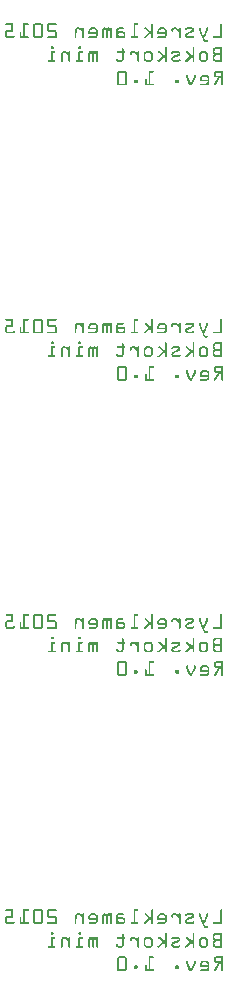
<source format=gbo>
G04 Layer_Color=32896*
%FSLAX25Y25*%
%MOIN*%
G70*
G01*
G75*
G36*
X260022Y78772D02*
X260068Y78765D01*
X260133Y78732D01*
X260159Y78713D01*
X260179Y78700D01*
X260192Y78693D01*
X260199Y78686D01*
X260225Y78654D01*
X260245Y78614D01*
X260271Y78542D01*
X260277Y78509D01*
X260284Y78483D01*
Y78470D01*
Y78464D01*
Y77702D01*
X260612D01*
X260658Y77696D01*
X260697Y77689D01*
X260769Y77657D01*
X260796Y77637D01*
X260809Y77624D01*
X260822Y77617D01*
X260828Y77611D01*
X260855Y77578D01*
X260874Y77539D01*
X260901Y77466D01*
X260907Y77434D01*
X260914Y77407D01*
Y77394D01*
Y77388D01*
X260907Y77342D01*
X260901Y77296D01*
X260868Y77230D01*
X260855Y77204D01*
X260842Y77184D01*
X260835Y77171D01*
X260828Y77165D01*
X260789Y77138D01*
X260756Y77119D01*
X260684Y77092D01*
X260651Y77086D01*
X260625Y77079D01*
X260284D01*
Y75046D01*
X260271Y74908D01*
X260238Y74777D01*
X260199Y74665D01*
X260146Y74567D01*
X260094Y74488D01*
X260054Y74436D01*
X260022Y74396D01*
X260009Y74383D01*
X259904Y74291D01*
X259785Y74226D01*
X259681Y74180D01*
X259576Y74147D01*
X259484Y74127D01*
X259412Y74121D01*
X259385Y74114D01*
X258716D01*
X258572Y74127D01*
X258441Y74160D01*
X258323Y74199D01*
X258224Y74252D01*
X258145Y74304D01*
X258086Y74344D01*
X258054Y74377D01*
X258040Y74390D01*
X257949Y74495D01*
X257883Y74600D01*
X257837Y74691D01*
X257804Y74777D01*
X257785Y74849D01*
X257778Y74908D01*
X257771Y74941D01*
Y74954D01*
X257778Y75006D01*
X257785Y75046D01*
X257817Y75118D01*
X257837Y75144D01*
X257850Y75170D01*
X257857Y75177D01*
X257863Y75183D01*
X257896Y75216D01*
X257936Y75236D01*
X258008Y75262D01*
X258040Y75269D01*
X258060Y75275D01*
X258086D01*
X258165Y75262D01*
X258231Y75236D01*
X258290Y75190D01*
X258329Y75144D01*
X258362Y75092D01*
X258382Y75046D01*
X258395Y75020D01*
X258401Y75006D01*
X258441Y74914D01*
X258487Y74849D01*
X258539Y74803D01*
X258598Y74770D01*
X258651Y74751D01*
X258697Y74744D01*
X258723Y74737D01*
X259346D01*
X259392Y74744D01*
X259438Y74751D01*
X259503Y74783D01*
X259530Y74803D01*
X259549Y74816D01*
X259562Y74823D01*
X259569Y74829D01*
X259602Y74862D01*
X259621Y74901D01*
X259648Y74973D01*
X259654Y75000D01*
X259661Y75026D01*
Y75039D01*
Y75046D01*
Y77079D01*
X258395D01*
X258349Y77086D01*
X258309Y77092D01*
X258237Y77125D01*
X258211Y77138D01*
X258191Y77152D01*
X258185Y77158D01*
X258178Y77165D01*
X258145Y77204D01*
X258119Y77237D01*
X258106Y77276D01*
X258093Y77309D01*
X258086Y77342D01*
X258080Y77368D01*
Y77381D01*
Y77388D01*
X258086Y77434D01*
X258093Y77473D01*
X258126Y77545D01*
X258145Y77571D01*
X258165Y77591D01*
X258172Y77597D01*
X258178Y77604D01*
X258211Y77637D01*
X258250Y77663D01*
X258290Y77676D01*
X258323Y77689D01*
X258349Y77696D01*
X258375Y77702D01*
X259661D01*
Y78464D01*
X259667Y78509D01*
X259674Y78549D01*
X259707Y78621D01*
X259726Y78647D01*
X259746Y78667D01*
X259753Y78673D01*
X259759Y78680D01*
X259792Y78713D01*
X259831Y78739D01*
X259871Y78752D01*
X259904Y78765D01*
X259930Y78772D01*
X259956Y78778D01*
X259976D01*
X260022Y78772D01*
D02*
G37*
G36*
X274447Y79047D02*
X274493Y79041D01*
X274559Y79008D01*
X274585Y78988D01*
X274605Y78969D01*
X274618Y78962D01*
X274624Y78956D01*
X274650Y78923D01*
X274670Y78883D01*
X274696Y78811D01*
X274703Y78778D01*
X274709Y78752D01*
Y78739D01*
Y78732D01*
Y74423D01*
X274703Y74377D01*
X274696Y74331D01*
X274663Y74265D01*
X274650Y74239D01*
X274637Y74219D01*
X274631Y74206D01*
X274624Y74199D01*
X274585Y74173D01*
X274552Y74154D01*
X274480Y74127D01*
X274447Y74121D01*
X274421Y74114D01*
X274401D01*
X274355Y74121D01*
X274309Y74127D01*
X274237Y74160D01*
X274211Y74173D01*
X274191Y74186D01*
X274185Y74193D01*
X274178Y74199D01*
X274145Y74239D01*
X274126Y74272D01*
X274099Y74344D01*
X274093Y74377D01*
X274086Y74403D01*
Y74416D01*
Y74423D01*
Y75367D01*
X273765Y75643D01*
X272092Y74199D01*
X272053Y74173D01*
X272013Y74154D01*
X271935Y74127D01*
X271908Y74121D01*
X271882Y74114D01*
X271862D01*
X271816Y74121D01*
X271771Y74127D01*
X271698Y74167D01*
X271672Y74180D01*
X271653Y74199D01*
X271646Y74206D01*
X271639Y74213D01*
X271607Y74252D01*
X271587Y74291D01*
X271561Y74357D01*
X271554Y74390D01*
X271548Y74409D01*
Y74423D01*
Y74429D01*
X271554Y74475D01*
X271561Y74514D01*
X271593Y74580D01*
X271613Y74600D01*
X271633Y74619D01*
X271639Y74626D01*
X271646Y74632D01*
X273273Y76049D01*
X271948Y77158D01*
X271915Y77191D01*
X271889Y77230D01*
X271876Y77270D01*
X271862Y77302D01*
X271856Y77335D01*
X271849Y77361D01*
Y77375D01*
Y77381D01*
X271856Y77427D01*
X271862Y77473D01*
X271895Y77545D01*
X271915Y77571D01*
X271928Y77591D01*
X271935Y77597D01*
X271941Y77604D01*
X271974Y77637D01*
X272013Y77663D01*
X272053Y77676D01*
X272085Y77689D01*
X272118Y77696D01*
X272145Y77702D01*
X272164D01*
X272210Y77696D01*
X272256Y77689D01*
X272328Y77657D01*
X272361Y77637D01*
X272381Y77624D01*
X272394Y77617D01*
X272400Y77611D01*
X274086Y76181D01*
Y78732D01*
X274093Y78778D01*
X274099Y78824D01*
X274132Y78896D01*
X274152Y78923D01*
X274165Y78942D01*
X274171Y78949D01*
X274178Y78956D01*
X274211Y78988D01*
X274250Y79014D01*
X274290Y79028D01*
X274322Y79041D01*
X274355Y79047D01*
X274381Y79054D01*
X274401D01*
X274447Y79047D01*
D02*
G37*
G36*
X293110Y74114D02*
X291208D01*
X291109Y74121D01*
X291018Y74127D01*
X290854Y74173D01*
X290703Y74232D01*
X290571Y74298D01*
X290512Y74331D01*
X290467Y74363D01*
X290421Y74396D01*
X290388Y74423D01*
X290362Y74449D01*
X290342Y74468D01*
X290329Y74475D01*
X290322Y74481D01*
X290257Y74554D01*
X290198Y74626D01*
X290152Y74698D01*
X290112Y74777D01*
X290047Y74921D01*
X290001Y75065D01*
X289975Y75183D01*
X289968Y75236D01*
X289961Y75282D01*
X289955Y75315D01*
Y75348D01*
Y75361D01*
Y75367D01*
Y75643D01*
X289961Y75741D01*
X289975Y75840D01*
X289994Y75931D01*
X290020Y76023D01*
X290093Y76181D01*
X290165Y76318D01*
X290211Y76377D01*
X290244Y76430D01*
X290283Y76476D01*
X290316Y76515D01*
X290342Y76548D01*
X290362Y76568D01*
X290375Y76581D01*
X290381Y76587D01*
X290309Y76660D01*
X290244Y76738D01*
X290184Y76817D01*
X290132Y76896D01*
X290093Y76981D01*
X290060Y77060D01*
X290007Y77204D01*
X289988Y77276D01*
X289975Y77335D01*
X289968Y77394D01*
X289961Y77440D01*
X289955Y77479D01*
Y77506D01*
Y77525D01*
Y77532D01*
Y77794D01*
X289961Y77893D01*
X289968Y77985D01*
X290014Y78149D01*
X290073Y78299D01*
X290139Y78431D01*
X290171Y78490D01*
X290204Y78536D01*
X290237Y78582D01*
X290263Y78614D01*
X290289Y78641D01*
X290309Y78660D01*
X290316Y78673D01*
X290322Y78680D01*
X290394Y78746D01*
X290467Y78805D01*
X290539Y78851D01*
X290617Y78896D01*
X290690Y78936D01*
X290762Y78962D01*
X290899Y79008D01*
X291024Y79034D01*
X291077Y79041D01*
X291123Y79047D01*
X291155Y79054D01*
X293110D01*
Y74114D01*
D02*
G37*
G36*
X278554Y77689D02*
X278665Y77663D01*
X278764Y77624D01*
X278849Y77578D01*
X278914Y77532D01*
X278967Y77493D01*
X278993Y77466D01*
X279006Y77453D01*
X279085Y77361D01*
X279137Y77263D01*
X279177Y77165D01*
X279210Y77073D01*
X279223Y76994D01*
X279229Y76935D01*
X279236Y76909D01*
Y76889D01*
Y76882D01*
Y76876D01*
X279229Y76797D01*
X279216Y76718D01*
X279197Y76646D01*
X279170Y76587D01*
X279151Y76535D01*
X279131Y76489D01*
X279118Y76463D01*
X279111Y76456D01*
X279059Y76384D01*
X279000Y76325D01*
X278934Y76272D01*
X278875Y76227D01*
X278823Y76194D01*
X278777Y76168D01*
X278750Y76154D01*
X278737Y76148D01*
X277058Y75393D01*
X276986Y75354D01*
X276933Y75301D01*
X276901Y75256D01*
X276874Y75203D01*
X276861Y75157D01*
X276848Y75118D01*
Y75092D01*
Y75085D01*
X276855Y75033D01*
X276861Y74987D01*
X276894Y74914D01*
X276914Y74882D01*
X276933Y74862D01*
X276940Y74849D01*
X276946Y74842D01*
X276979Y74809D01*
X277019Y74783D01*
X277058Y74764D01*
X277097Y74751D01*
X277130Y74744D01*
X277150Y74737D01*
X278337D01*
X278429Y74744D01*
X278508Y74757D01*
X278573Y74777D01*
X278632Y74803D01*
X278672Y74829D01*
X278705Y74849D01*
X278724Y74862D01*
X278731Y74869D01*
X278783Y74914D01*
X278829Y74947D01*
X278875Y74973D01*
X278908Y74987D01*
X278941Y75000D01*
X278967Y75006D01*
X278987D01*
X279039Y75000D01*
X279085Y74993D01*
X279124Y74973D01*
X279157Y74960D01*
X279183Y74941D01*
X279203Y74921D01*
X279216Y74914D01*
X279223Y74908D01*
X279249Y74875D01*
X279269Y74836D01*
X279295Y74764D01*
X279301Y74737D01*
X279308Y74711D01*
Y74698D01*
Y74691D01*
X279295Y74626D01*
X279262Y74554D01*
X279223Y74488D01*
X279170Y74436D01*
X279118Y74383D01*
X279078Y74344D01*
X279046Y74318D01*
X279032Y74311D01*
X278927Y74245D01*
X278816Y74199D01*
X278718Y74160D01*
X278619Y74140D01*
X278540Y74127D01*
X278475Y74121D01*
X278455Y74114D01*
X277156D01*
X277025Y74127D01*
X276901Y74160D01*
X276796Y74199D01*
X276697Y74252D01*
X276618Y74304D01*
X276566Y74344D01*
X276527Y74377D01*
X276513Y74390D01*
X276461Y74442D01*
X276415Y74501D01*
X276349Y74613D01*
X276297Y74731D01*
X276258Y74836D01*
X276238Y74928D01*
X276231Y75006D01*
X276225Y75033D01*
Y75052D01*
Y75065D01*
Y75072D01*
X276231Y75183D01*
X276251Y75282D01*
X276277Y75380D01*
X276304Y75459D01*
X276336Y75525D01*
X276363Y75577D01*
X276382Y75603D01*
X276389Y75616D01*
X276454Y75702D01*
X276520Y75780D01*
X276592Y75840D01*
X276658Y75892D01*
X276717Y75931D01*
X276763Y75958D01*
X276789Y75971D01*
X276802Y75977D01*
X278468Y76718D01*
X278514Y76745D01*
X278547Y76771D01*
X278573Y76804D01*
X278586Y76830D01*
X278600Y76863D01*
X278606Y76882D01*
Y76896D01*
Y76902D01*
X278600Y76961D01*
X278573Y77007D01*
X278540Y77033D01*
X278501Y77060D01*
X278468Y77073D01*
X278435Y77079D01*
X276986D01*
X276933Y77073D01*
X276887Y77060D01*
X276809Y77014D01*
X276776Y76987D01*
X276750Y76961D01*
X276736Y76948D01*
X276730Y76942D01*
X276684Y76896D01*
X276631Y76863D01*
X276586Y76843D01*
X276546Y76830D01*
X276507Y76817D01*
X276481Y76810D01*
X276454D01*
X276409Y76817D01*
X276369Y76824D01*
X276304Y76856D01*
X276277Y76869D01*
X276258Y76882D01*
X276251Y76889D01*
X276244Y76896D01*
X276212Y76928D01*
X276185Y76968D01*
X276172Y77001D01*
X276159Y77033D01*
X276153Y77066D01*
X276146Y77092D01*
Y77105D01*
Y77112D01*
X276159Y77184D01*
X276185Y77250D01*
X276231Y77315D01*
X276277Y77375D01*
X276323Y77427D01*
X276369Y77466D01*
X276395Y77493D01*
X276409Y77499D01*
X276507Y77565D01*
X276605Y77617D01*
X276710Y77650D01*
X276802Y77676D01*
X276881Y77689D01*
X276940Y77702D01*
X278429D01*
X278554Y77689D01*
D02*
G37*
G36*
X287383Y77696D02*
X287462Y77689D01*
X287613Y77644D01*
X287757Y77584D01*
X287875Y77519D01*
X287980Y77453D01*
X288020Y77420D01*
X288059Y77394D01*
X288085Y77368D01*
X288105Y77348D01*
X288118Y77342D01*
X288125Y77335D01*
X288190Y77270D01*
X288249Y77197D01*
X288302Y77132D01*
X288341Y77066D01*
X288381Y77001D01*
X288413Y76935D01*
X288459Y76817D01*
X288485Y76718D01*
X288492Y76673D01*
X288499Y76640D01*
X288505Y76607D01*
Y76587D01*
Y76574D01*
Y76568D01*
Y75243D01*
X288499Y75170D01*
X288485Y75092D01*
X288472Y75020D01*
X288446Y74954D01*
X288381Y74823D01*
X288308Y74705D01*
X288243Y74613D01*
X288210Y74573D01*
X288177Y74541D01*
X288151Y74514D01*
X288138Y74495D01*
X288125Y74481D01*
X288118Y74475D01*
X288046Y74409D01*
X287967Y74357D01*
X287895Y74311D01*
X287823Y74265D01*
X287685Y74199D01*
X287561Y74160D01*
X287456Y74134D01*
X287410Y74127D01*
X287370Y74121D01*
X287337Y74114D01*
X286563D01*
X286485Y74121D01*
X286406Y74127D01*
X286262Y74167D01*
X286124Y74226D01*
X285999Y74291D01*
X285894Y74357D01*
X285855Y74390D01*
X285816Y74416D01*
X285789Y74436D01*
X285770Y74455D01*
X285756Y74462D01*
X285750Y74468D01*
X285678Y74534D01*
X285619Y74606D01*
X285566Y74672D01*
X285520Y74737D01*
X285481Y74803D01*
X285448Y74869D01*
X285402Y74987D01*
X285369Y75092D01*
X285363Y75138D01*
X285356Y75170D01*
X285350Y75203D01*
Y75223D01*
Y75236D01*
Y75243D01*
Y76568D01*
X285356Y76646D01*
X285369Y76725D01*
X285389Y76797D01*
X285409Y76869D01*
X285474Y77001D01*
X285547Y77119D01*
X285625Y77217D01*
X285658Y77256D01*
X285684Y77289D01*
X285711Y77315D01*
X285730Y77335D01*
X285743Y77342D01*
X285750Y77348D01*
X285822Y77414D01*
X285901Y77466D01*
X285973Y77512D01*
X286045Y77558D01*
X286183Y77617D01*
X286301Y77663D01*
X286413Y77683D01*
X286452Y77696D01*
X286491D01*
X286524Y77702D01*
X287298D01*
X287383Y77696D01*
D02*
G37*
G36*
X251520D02*
X251566Y77689D01*
X251631Y77657D01*
X251658Y77637D01*
X251677Y77624D01*
X251690Y77617D01*
X251697Y77611D01*
X251730Y77578D01*
X251749Y77539D01*
X251776Y77466D01*
X251782Y77434D01*
X251789Y77407D01*
Y77394D01*
Y77388D01*
Y74423D01*
X251782Y74377D01*
X251776Y74337D01*
X251743Y74265D01*
X251723Y74239D01*
X251710Y74226D01*
X251704Y74213D01*
X251697Y74206D01*
X251658Y74173D01*
X251625Y74154D01*
X251553Y74127D01*
X251520Y74121D01*
X251494Y74114D01*
X251474D01*
X251428Y74121D01*
X251389Y74127D01*
X251316Y74160D01*
X251290Y74180D01*
X251271Y74193D01*
X251264Y74199D01*
X251257Y74206D01*
X251225Y74239D01*
X251205Y74278D01*
X251179Y74350D01*
X251172Y74377D01*
X251166Y74403D01*
Y74416D01*
Y74423D01*
Y76640D01*
X250719Y77020D01*
X250680Y77053D01*
X250634Y77066D01*
X250608Y77073D01*
X250595D01*
X250549Y77066D01*
X250516Y77047D01*
X250490Y77020D01*
X250477Y76994D01*
X250464Y76961D01*
X250457Y76935D01*
Y76915D01*
Y76909D01*
Y74423D01*
X250451Y74377D01*
X250444Y74331D01*
X250411Y74265D01*
X250392Y74239D01*
X250378Y74219D01*
X250372Y74206D01*
X250365Y74199D01*
X250332Y74173D01*
X250293Y74154D01*
X250221Y74127D01*
X250195Y74121D01*
X250168Y74114D01*
X250149D01*
X250103Y74121D01*
X250057Y74127D01*
X249985Y74160D01*
X249959Y74173D01*
X249939Y74186D01*
X249932Y74193D01*
X249926Y74199D01*
X249893Y74232D01*
X249873Y74272D01*
X249847Y74344D01*
X249840Y74370D01*
X249834Y74396D01*
Y74409D01*
Y74416D01*
Y76699D01*
X249460Y77014D01*
X249408Y77047D01*
X249368Y77066D01*
X249342Y77073D01*
X249329D01*
X249289Y77066D01*
X249257Y77040D01*
X249237Y77007D01*
X249217Y76974D01*
X249211Y76935D01*
X249204Y76902D01*
X249198Y76876D01*
Y76869D01*
X249125Y74423D01*
X249119Y74377D01*
X249112Y74337D01*
X249079Y74265D01*
X249060Y74239D01*
X249047Y74226D01*
X249040Y74213D01*
X249034Y74206D01*
X248994Y74173D01*
X248961Y74154D01*
X248889Y74127D01*
X248856Y74121D01*
X248830Y74114D01*
X248811D01*
X248765Y74121D01*
X248725Y74127D01*
X248653Y74160D01*
X248627Y74180D01*
X248607Y74193D01*
X248601Y74199D01*
X248594Y74206D01*
X248561Y74239D01*
X248535Y74278D01*
X248522Y74318D01*
X248509Y74350D01*
X248502Y74377D01*
X248496Y74403D01*
Y74416D01*
Y74423D01*
X248581Y76968D01*
X248594Y77086D01*
X248627Y77184D01*
X248666Y77276D01*
X248706Y77348D01*
X248745Y77414D01*
X248784Y77453D01*
X248811Y77486D01*
X248817Y77493D01*
X248896Y77565D01*
X248981Y77617D01*
X249066Y77650D01*
X249145Y77676D01*
X249211Y77689D01*
X249270Y77702D01*
X249316D01*
X249381Y77696D01*
X249447Y77689D01*
X249571Y77650D01*
X249683Y77604D01*
X249781Y77545D01*
X249860Y77486D01*
X249919Y77434D01*
X249959Y77394D01*
X249965Y77388D01*
X249972Y77381D01*
X250018Y77440D01*
X250070Y77486D01*
X250116Y77532D01*
X250168Y77565D01*
X250273Y77624D01*
X250372Y77663D01*
X250457Y77683D01*
X250523Y77696D01*
X250549Y77702D01*
X250588D01*
X250706Y77689D01*
X250811Y77663D01*
X250910Y77624D01*
X250995Y77578D01*
X251067Y77532D01*
X251120Y77493D01*
X251152Y77466D01*
X251166Y77453D01*
X251198Y77539D01*
X251244Y77597D01*
X251290Y77644D01*
X251343Y77670D01*
X251395Y77689D01*
X251435Y77696D01*
X251461Y77702D01*
X251474D01*
X251520Y77696D01*
D02*
G37*
G36*
X236714Y79316D02*
X236760Y79310D01*
X236825Y79277D01*
X236852Y79257D01*
X236871Y79244D01*
X236884Y79238D01*
X236891Y79231D01*
X236917Y79198D01*
X236937Y79159D01*
X236963Y79087D01*
X236970Y79054D01*
X236976Y79028D01*
Y79014D01*
Y79008D01*
X236983Y78732D01*
Y78686D01*
X236970Y78647D01*
X236944Y78582D01*
X236924Y78555D01*
X236911Y78536D01*
X236904Y78522D01*
X236898Y78516D01*
X236858Y78483D01*
X236825Y78464D01*
X236753Y78437D01*
X236720Y78431D01*
X236694Y78424D01*
X236340D01*
X236294Y78431D01*
X236248Y78437D01*
X236176Y78470D01*
X236150Y78490D01*
X236130Y78503D01*
X236123Y78509D01*
X236117Y78516D01*
X236084Y78555D01*
X236065Y78588D01*
X236038Y78660D01*
X236032Y78693D01*
X236025Y78719D01*
Y78732D01*
Y78739D01*
Y79008D01*
X236032Y79054D01*
X236038Y79100D01*
X236071Y79172D01*
X236091Y79198D01*
X236104Y79218D01*
X236110Y79224D01*
X236117Y79231D01*
X236150Y79264D01*
X236189Y79283D01*
X236261Y79310D01*
X236294Y79316D01*
X236320Y79323D01*
X236668D01*
X236714Y79316D01*
D02*
G37*
G36*
X242257Y77696D02*
X242303Y77689D01*
X242369Y77657D01*
X242395Y77637D01*
X242415Y77617D01*
X242428Y77611D01*
X242434Y77604D01*
X242460Y77571D01*
X242480Y77532D01*
X242506Y77460D01*
X242513Y77427D01*
X242519Y77401D01*
Y77388D01*
Y77381D01*
Y74423D01*
X242513Y74377D01*
X242506Y74337D01*
X242474Y74265D01*
X242454Y74239D01*
X242441Y74226D01*
X242434Y74213D01*
X242428Y74206D01*
X242395Y74173D01*
X242355Y74154D01*
X242283Y74127D01*
X242257Y74121D01*
X242231Y74114D01*
X242211D01*
X242165Y74121D01*
X242126Y74127D01*
X242054Y74160D01*
X242027Y74180D01*
X242008Y74193D01*
X242001Y74199D01*
X241995Y74206D01*
X241962Y74239D01*
X241936Y74278D01*
X241923Y74318D01*
X241909Y74350D01*
X241903Y74377D01*
X241896Y74403D01*
Y74416D01*
Y74423D01*
Y76417D01*
X241043Y76968D01*
X240985Y77007D01*
X240925Y77033D01*
X240873Y77053D01*
X240827Y77066D01*
X240788Y77073D01*
X240761Y77079D01*
X240427D01*
X240368Y77073D01*
X240315Y77066D01*
X240269Y77047D01*
X240230Y77027D01*
X240171Y76974D01*
X240125Y76915D01*
X240099Y76856D01*
X240086Y76804D01*
X240079Y76764D01*
Y76758D01*
Y76751D01*
X239981Y74423D01*
X239974Y74370D01*
X239968Y74324D01*
X239955Y74285D01*
X239935Y74252D01*
X239915Y74226D01*
X239902Y74206D01*
X239896Y74199D01*
X239889Y74193D01*
X239856Y74167D01*
X239817Y74147D01*
X239745Y74127D01*
X239718Y74121D01*
X239692Y74114D01*
X239672D01*
X239627Y74121D01*
X239581Y74127D01*
X239509Y74160D01*
X239482Y74180D01*
X239463Y74193D01*
X239456Y74199D01*
X239449Y74206D01*
X239417Y74239D01*
X239397Y74278D01*
X239371Y74350D01*
X239364Y74377D01*
X239358Y74403D01*
Y74416D01*
Y74423D01*
X239449Y76784D01*
X239469Y76922D01*
X239502Y77047D01*
X239554Y77158D01*
X239607Y77256D01*
X239659Y77329D01*
X239699Y77388D01*
X239732Y77420D01*
X239745Y77434D01*
X239850Y77525D01*
X239961Y77591D01*
X240066Y77637D01*
X240164Y77670D01*
X240256Y77689D01*
X240322Y77696D01*
X240348Y77702D01*
X240676D01*
X240807Y77696D01*
X240932Y77676D01*
X241037Y77644D01*
X241135Y77611D01*
X241214Y77578D01*
X241273Y77545D01*
X241313Y77525D01*
X241319Y77519D01*
X241326D01*
X241896Y77178D01*
Y77381D01*
X241903Y77427D01*
X241909Y77473D01*
X241942Y77545D01*
X241962Y77571D01*
X241982Y77591D01*
X241988Y77597D01*
X241995Y77604D01*
X242027Y77637D01*
X242067Y77663D01*
X242106Y77676D01*
X242139Y77689D01*
X242165Y77696D01*
X242192Y77702D01*
X242211D01*
X242257Y77696D01*
D02*
G37*
G36*
X283644Y79047D02*
X283690Y79041D01*
X283756Y79008D01*
X283782Y78988D01*
X283802Y78969D01*
X283815Y78962D01*
X283821Y78956D01*
X283847Y78923D01*
X283867Y78883D01*
X283893Y78811D01*
X283900Y78778D01*
X283907Y78752D01*
Y78739D01*
Y78732D01*
Y74423D01*
X283900Y74377D01*
X283893Y74331D01*
X283861Y74265D01*
X283847Y74239D01*
X283834Y74219D01*
X283828Y74206D01*
X283821Y74199D01*
X283782Y74173D01*
X283749Y74154D01*
X283677Y74127D01*
X283644Y74121D01*
X283618Y74114D01*
X283598D01*
X283552Y74121D01*
X283506Y74127D01*
X283434Y74160D01*
X283408Y74173D01*
X283388Y74186D01*
X283382Y74193D01*
X283375Y74199D01*
X283342Y74239D01*
X283323Y74272D01*
X283296Y74344D01*
X283290Y74377D01*
X283283Y74403D01*
Y74416D01*
Y74423D01*
Y75367D01*
X282962Y75643D01*
X281289Y74199D01*
X281250Y74173D01*
X281210Y74154D01*
X281132Y74127D01*
X281105Y74121D01*
X281079Y74114D01*
X281060D01*
X281014Y74121D01*
X280968Y74127D01*
X280895Y74167D01*
X280869Y74180D01*
X280850Y74199D01*
X280843Y74206D01*
X280837Y74213D01*
X280804Y74252D01*
X280784Y74291D01*
X280758Y74357D01*
X280751Y74390D01*
X280745Y74409D01*
Y74423D01*
Y74429D01*
X280751Y74475D01*
X280758Y74514D01*
X280791Y74580D01*
X280810Y74600D01*
X280830Y74619D01*
X280837Y74626D01*
X280843Y74632D01*
X282470Y76049D01*
X281145Y77158D01*
X281112Y77191D01*
X281086Y77230D01*
X281073Y77270D01*
X281060Y77302D01*
X281053Y77335D01*
X281046Y77361D01*
Y77375D01*
Y77381D01*
X281053Y77427D01*
X281060Y77473D01*
X281092Y77545D01*
X281112Y77571D01*
X281125Y77591D01*
X281132Y77597D01*
X281138Y77604D01*
X281171Y77637D01*
X281210Y77663D01*
X281250Y77676D01*
X281283Y77689D01*
X281315Y77696D01*
X281342Y77702D01*
X281361D01*
X281407Y77696D01*
X281453Y77689D01*
X281525Y77657D01*
X281558Y77637D01*
X281578Y77624D01*
X281591Y77617D01*
X281597Y77611D01*
X283283Y76181D01*
Y78732D01*
X283290Y78778D01*
X283296Y78824D01*
X283329Y78896D01*
X283349Y78923D01*
X283362Y78942D01*
X283369Y78949D01*
X283375Y78956D01*
X283408Y78988D01*
X283447Y79014D01*
X283487Y79028D01*
X283520Y79041D01*
X283552Y79047D01*
X283579Y79054D01*
X283598D01*
X283644Y79047D01*
D02*
G37*
G36*
X265250Y77696D02*
X265296Y77689D01*
X265361Y77657D01*
X265388Y77637D01*
X265407Y77617D01*
X265421Y77611D01*
X265427Y77604D01*
X265453Y77571D01*
X265473Y77532D01*
X265499Y77460D01*
X265506Y77427D01*
X265512Y77401D01*
Y77388D01*
Y77381D01*
Y74423D01*
X265506Y74377D01*
X265499Y74331D01*
X265466Y74265D01*
X265453Y74239D01*
X265440Y74219D01*
X265434Y74206D01*
X265427Y74199D01*
X265388Y74173D01*
X265355Y74154D01*
X265283Y74127D01*
X265250Y74121D01*
X265224Y74114D01*
X265204D01*
X265158Y74121D01*
X265119Y74127D01*
X265047Y74160D01*
X265020Y74173D01*
X265001Y74186D01*
X264994Y74193D01*
X264987Y74199D01*
X264955Y74239D01*
X264929Y74272D01*
X264915Y74311D01*
X264902Y74344D01*
X264896Y74377D01*
X264889Y74403D01*
Y74416D01*
Y74423D01*
Y76174D01*
X264003Y76942D01*
X263945Y76987D01*
X263892Y77020D01*
X263840Y77047D01*
X263800Y77060D01*
X263767Y77073D01*
X263735Y77079D01*
X263308D01*
X263262Y77073D01*
X263216Y77066D01*
X263144Y77033D01*
X263118Y77014D01*
X263098Y77001D01*
X263092Y76994D01*
X263085Y76987D01*
X263052Y76955D01*
X263033Y76915D01*
X263006Y76843D01*
X263000Y76810D01*
X262993Y76784D01*
Y76771D01*
Y76764D01*
Y76587D01*
X262987Y76541D01*
X262980Y76495D01*
X262947Y76430D01*
X262934Y76404D01*
X262921Y76384D01*
X262915Y76371D01*
X262908Y76364D01*
X262869Y76338D01*
X262836Y76318D01*
X262764Y76292D01*
X262731Y76285D01*
X262705Y76279D01*
X262685D01*
X262639Y76285D01*
X262593Y76292D01*
X262521Y76325D01*
X262495Y76345D01*
X262475Y76358D01*
X262469Y76364D01*
X262462Y76371D01*
X262429Y76410D01*
X262409Y76443D01*
X262383Y76515D01*
X262377Y76548D01*
X262370Y76574D01*
Y76587D01*
Y76594D01*
Y76764D01*
X262383Y76902D01*
X262416Y77033D01*
X262455Y77145D01*
X262508Y77243D01*
X262560Y77322D01*
X262600Y77381D01*
X262632Y77414D01*
X262646Y77427D01*
X262751Y77519D01*
X262862Y77584D01*
X262974Y77637D01*
X263079Y77670D01*
X263170Y77689D01*
X263243Y77696D01*
X263269Y77702D01*
X263767D01*
X263879Y77689D01*
X263990Y77663D01*
X264095Y77617D01*
X264187Y77571D01*
X264266Y77519D01*
X264332Y77473D01*
X264371Y77447D01*
X264377Y77434D01*
X264384D01*
X264889Y77001D01*
Y77381D01*
X264896Y77427D01*
X264902Y77473D01*
X264935Y77545D01*
X264955Y77571D01*
X264968Y77591D01*
X264974Y77597D01*
X264981Y77604D01*
X265014Y77637D01*
X265053Y77663D01*
X265092Y77676D01*
X265125Y77689D01*
X265158Y77696D01*
X265184Y77702D01*
X265204D01*
X265250Y77696D01*
D02*
G37*
G36*
X270255Y71173D02*
X270301Y71167D01*
X270367Y71134D01*
X270393Y71114D01*
X270413Y71101D01*
X270426Y71095D01*
X270432Y71088D01*
X270459Y71055D01*
X270478Y71016D01*
X270505Y70944D01*
X270511Y70911D01*
X270518Y70885D01*
Y70872D01*
Y70865D01*
X270511Y70819D01*
X270505Y70773D01*
X270472Y70707D01*
X270459Y70681D01*
X270445Y70662D01*
X270439Y70648D01*
X270432Y70642D01*
X270393Y70616D01*
X270360Y70596D01*
X270288Y70570D01*
X270255Y70563D01*
X270229Y70557D01*
X269265D01*
Y66863D01*
X270222D01*
X270268Y66857D01*
X270314Y66850D01*
X270380Y66817D01*
X270406Y66798D01*
X270426Y66785D01*
X270439Y66778D01*
X270445Y66772D01*
X270472Y66739D01*
X270492Y66699D01*
X270518Y66627D01*
X270524Y66601D01*
X270531Y66575D01*
Y66562D01*
Y66555D01*
X270524Y66509D01*
X270518Y66463D01*
X270485Y66398D01*
X270472Y66371D01*
X270459Y66352D01*
X270452Y66339D01*
X270445Y66332D01*
X270406Y66299D01*
X270373Y66280D01*
X270301Y66253D01*
X270268Y66247D01*
X270242Y66240D01*
X267710D01*
X267664Y66247D01*
X267618Y66253D01*
X267546Y66286D01*
X267520Y66299D01*
X267500Y66312D01*
X267494Y66319D01*
X267487Y66325D01*
X267454Y66365D01*
X267435Y66398D01*
X267408Y66470D01*
X267402Y66503D01*
X267395Y66529D01*
Y66542D01*
Y66549D01*
Y68162D01*
X267402Y68208D01*
X267408Y68254D01*
X267441Y68326D01*
X267461Y68353D01*
X267474Y68372D01*
X267480Y68379D01*
X267487Y68385D01*
X267520Y68418D01*
X267559Y68438D01*
X267631Y68464D01*
X267664Y68471D01*
X267690Y68477D01*
X267710D01*
X267756Y68471D01*
X267802Y68464D01*
X267867Y68431D01*
X267894Y68411D01*
X267913Y68392D01*
X267927Y68385D01*
X267933Y68379D01*
X267959Y68346D01*
X267979Y68307D01*
X268005Y68234D01*
X268012Y68208D01*
X268018Y68182D01*
Y68169D01*
Y68162D01*
Y66863D01*
X268641D01*
Y71180D01*
X270209D01*
X270255Y71173D01*
D02*
G37*
G36*
X284057Y69822D02*
X284103Y69815D01*
X284169Y69783D01*
X284195Y69763D01*
X284215Y69750D01*
X284228Y69743D01*
X284235Y69737D01*
X284261Y69704D01*
X284281Y69665D01*
X284307Y69592D01*
X284313Y69560D01*
X284320Y69533D01*
Y69520D01*
Y69514D01*
Y68910D01*
X283244Y66463D01*
X283205Y66391D01*
X283152Y66332D01*
X283100Y66293D01*
X283047Y66266D01*
X283001Y66253D01*
X282962Y66247D01*
X282936Y66240D01*
X282529D01*
X282470Y66247D01*
X282411Y66273D01*
X282365Y66306D01*
X282326Y66352D01*
X282293Y66391D01*
X282273Y66424D01*
X282260Y66450D01*
X282254Y66457D01*
X281165Y68917D01*
Y69514D01*
X281171Y69560D01*
X281178Y69605D01*
X281210Y69678D01*
X281230Y69704D01*
X281243Y69723D01*
X281250Y69730D01*
X281256Y69737D01*
X281289Y69769D01*
X281329Y69789D01*
X281401Y69815D01*
X281434Y69822D01*
X281460Y69828D01*
X281480D01*
X281525Y69822D01*
X281571Y69815D01*
X281637Y69783D01*
X281663Y69763D01*
X281683Y69750D01*
X281696Y69743D01*
X281702Y69737D01*
X281735Y69704D01*
X281755Y69665D01*
X281781Y69592D01*
X281788Y69560D01*
X281794Y69533D01*
Y69520D01*
Y69514D01*
X281801Y69041D01*
X282746Y66896D01*
X283697Y69035D01*
Y69514D01*
X283703Y69560D01*
X283710Y69605D01*
X283743Y69678D01*
X283762Y69704D01*
X283775Y69723D01*
X283782Y69730D01*
X283789Y69737D01*
X283821Y69769D01*
X283861Y69789D01*
X283933Y69815D01*
X283966Y69822D01*
X283992Y69828D01*
X284012D01*
X284057Y69822D01*
D02*
G37*
G36*
X293504Y66549D02*
X293497Y66503D01*
X293491Y66457D01*
X293458Y66391D01*
X293445Y66365D01*
X293432Y66345D01*
X293425Y66332D01*
X293419Y66325D01*
X293379Y66299D01*
X293347Y66280D01*
X293274Y66253D01*
X293242Y66247D01*
X293215Y66240D01*
X293196D01*
X293150Y66247D01*
X293104Y66253D01*
X293032Y66286D01*
X293005Y66299D01*
X292986Y66312D01*
X292979Y66319D01*
X292973Y66325D01*
X292940Y66365D01*
X292914Y66398D01*
X292900Y66437D01*
X292887Y66470D01*
X292881Y66503D01*
X292874Y66529D01*
Y66542D01*
Y66549D01*
Y68936D01*
X292428D01*
X290959Y66404D01*
X290919Y66352D01*
X290873Y66312D01*
X290827Y66280D01*
X290781Y66260D01*
X290742Y66247D01*
X290709Y66240D01*
X290677D01*
X290631Y66247D01*
X290591Y66253D01*
X290519Y66286D01*
X290493Y66299D01*
X290473Y66312D01*
X290460Y66319D01*
X290454Y66325D01*
X290421Y66365D01*
X290394Y66398D01*
X290381Y66437D01*
X290368Y66470D01*
X290362Y66503D01*
X290355Y66529D01*
Y66542D01*
Y66549D01*
X290368Y66614D01*
X290388Y66680D01*
X290401Y66706D01*
X290408Y66719D01*
X290421Y66732D01*
Y66739D01*
X291693Y68936D01*
X291293D01*
X291156Y68949D01*
X291024Y68982D01*
X290913Y69022D01*
X290814Y69074D01*
X290736Y69127D01*
X290677Y69166D01*
X290644Y69199D01*
X290631Y69212D01*
X290539Y69317D01*
X290473Y69435D01*
X290421Y69540D01*
X290388Y69645D01*
X290368Y69737D01*
X290362Y69809D01*
X290355Y69835D01*
Y69855D01*
Y69868D01*
Y69874D01*
Y70235D01*
Y70307D01*
X290368Y70373D01*
X290401Y70504D01*
X290447Y70616D01*
X290493Y70714D01*
X290545Y70793D01*
X290591Y70852D01*
X290624Y70885D01*
X290631Y70898D01*
X290637D01*
X290690Y70950D01*
X290742Y70990D01*
X290854Y71062D01*
X290965Y71114D01*
X291070Y71147D01*
X291156Y71167D01*
X291228Y71173D01*
X291254Y71180D01*
X293504D01*
Y66549D01*
D02*
G37*
G36*
X260822Y71173D02*
X260907Y71154D01*
X260973Y71121D01*
X261038Y71088D01*
X261084Y71055D01*
X261124Y71022D01*
X261150Y71003D01*
X261157Y70996D01*
X261216Y70931D01*
X261262Y70858D01*
X261288Y70786D01*
X261314Y70721D01*
X261327Y70662D01*
X261334Y70616D01*
Y70589D01*
Y70576D01*
Y66837D01*
X261327Y66745D01*
X261308Y66667D01*
X261281Y66594D01*
X261248Y66529D01*
X261216Y66483D01*
X261189Y66444D01*
X261170Y66417D01*
X261163Y66411D01*
X261091Y66352D01*
X261019Y66312D01*
X260953Y66280D01*
X260881Y66260D01*
X260822Y66247D01*
X260776Y66240D01*
X258788D01*
X258697Y66247D01*
X258618Y66266D01*
X258546Y66293D01*
X258480Y66325D01*
X258434Y66358D01*
X258395Y66385D01*
X258369Y66404D01*
X258362Y66411D01*
X258303Y66483D01*
X258257Y66555D01*
X258231Y66621D01*
X258205Y66693D01*
X258191Y66752D01*
X258185Y66798D01*
Y66824D01*
Y66837D01*
Y70576D01*
X258191Y70662D01*
X258211Y70747D01*
X258244Y70819D01*
X258270Y70878D01*
X258303Y70931D01*
X258336Y70963D01*
X258355Y70990D01*
X258362Y70996D01*
X258428Y71055D01*
X258500Y71101D01*
X258572Y71134D01*
X258637Y71160D01*
X258697Y71173D01*
X258742Y71180D01*
X260737D01*
X260822Y71173D01*
D02*
G37*
G36*
X287869Y69822D02*
X287980Y69796D01*
X288079Y69763D01*
X288158Y69723D01*
X288230Y69684D01*
X288282Y69651D01*
X288315Y69625D01*
X288328Y69619D01*
X288584Y69415D01*
X288636Y69369D01*
X288682Y69317D01*
X288728Y69258D01*
X288761Y69205D01*
X288787Y69159D01*
X288807Y69120D01*
X288820Y69094D01*
X288827Y69087D01*
X288860Y69015D01*
X288879Y68949D01*
X288899Y68897D01*
X288905Y68844D01*
X288912Y68812D01*
X288918Y68779D01*
Y68766D01*
Y68759D01*
Y67329D01*
X288912Y67270D01*
X288905Y67211D01*
X288892Y67152D01*
X288873Y67099D01*
X288860Y67047D01*
X288846Y67014D01*
X288840Y66988D01*
X288833Y66981D01*
X288800Y66916D01*
X288761Y66857D01*
X288728Y66811D01*
X288696Y66772D01*
X288663Y66739D01*
X288636Y66712D01*
X288623Y66699D01*
X288617Y66693D01*
X288335Y66450D01*
X288302Y66424D01*
X288256Y66398D01*
X288171Y66352D01*
X288131Y66332D01*
X288099Y66319D01*
X288079Y66306D01*
X288072D01*
X287941Y66266D01*
X287882Y66253D01*
X287829Y66247D01*
X287784D01*
X287751Y66240D01*
X286078D01*
X286032Y66247D01*
X285993Y66253D01*
X285921Y66286D01*
X285894Y66306D01*
X285875Y66319D01*
X285868Y66325D01*
X285861Y66332D01*
X285829Y66365D01*
X285803Y66404D01*
X285789Y66444D01*
X285776Y66476D01*
X285770Y66503D01*
X285763Y66529D01*
Y66542D01*
Y66549D01*
X285770Y66594D01*
X285776Y66640D01*
X285809Y66712D01*
X285829Y66739D01*
X285848Y66758D01*
X285855Y66765D01*
X285861Y66772D01*
X285894Y66804D01*
X285934Y66824D01*
X286006Y66850D01*
X286032Y66857D01*
X286058Y66863D01*
X287692D01*
X287744Y66870D01*
X287790Y66883D01*
X287882Y66922D01*
X287921Y66942D01*
X287948Y66955D01*
X287967Y66968D01*
X287974Y66975D01*
X288151Y67132D01*
X288197Y67178D01*
X288230Y67224D01*
X288256Y67264D01*
X288269Y67309D01*
X288282Y67349D01*
X288289Y67375D01*
Y67395D01*
Y67401D01*
Y67592D01*
X286078D01*
X286032Y67598D01*
X285993Y67605D01*
X285921Y67637D01*
X285894Y67657D01*
X285875Y67670D01*
X285868Y67677D01*
X285861Y67683D01*
X285829Y67716D01*
X285803Y67756D01*
X285789Y67795D01*
X285776Y67828D01*
X285770Y67854D01*
X285763Y67880D01*
Y67893D01*
Y67900D01*
Y68654D01*
X285776Y68812D01*
X285803Y68949D01*
X285842Y69068D01*
X285888Y69159D01*
X285940Y69231D01*
X285980Y69291D01*
X286006Y69317D01*
X286019Y69330D01*
X286255Y69553D01*
X286367Y69645D01*
X286478Y69710D01*
X286583Y69763D01*
X286675Y69796D01*
X286760Y69815D01*
X286819Y69822D01*
X286845Y69828D01*
X287757D01*
X287869Y69822D01*
D02*
G37*
G36*
X246541Y77696D02*
X246587Y77689D01*
X246652Y77657D01*
X246679Y77637D01*
X246698Y77617D01*
X246711Y77611D01*
X246718Y77604D01*
X246744Y77571D01*
X246764Y77532D01*
X246790Y77460D01*
X246797Y77427D01*
X246803Y77401D01*
Y77388D01*
Y77381D01*
X246797Y77335D01*
X246790Y77296D01*
X246757Y77224D01*
X246744Y77197D01*
X246731Y77184D01*
X246725Y77171D01*
X246718Y77165D01*
X246679Y77132D01*
X246646Y77112D01*
X246574Y77086D01*
X246541Y77079D01*
X246515Y77073D01*
X245852D01*
Y74737D01*
X246495D01*
X246541Y74731D01*
X246587Y74724D01*
X246652Y74691D01*
X246679Y74672D01*
X246698Y74652D01*
X246711Y74646D01*
X246718Y74639D01*
X246744Y74606D01*
X246764Y74567D01*
X246790Y74495D01*
X246797Y74468D01*
X246803Y74442D01*
Y74429D01*
Y74423D01*
X246797Y74377D01*
X246790Y74331D01*
X246757Y74265D01*
X246744Y74239D01*
X246731Y74219D01*
X246725Y74206D01*
X246718Y74199D01*
X246679Y74173D01*
X246646Y74154D01*
X246574Y74127D01*
X246541Y74121D01*
X246515Y74114D01*
X244586D01*
X244540Y74121D01*
X244501Y74127D01*
X244428Y74160D01*
X244402Y74173D01*
X244383Y74186D01*
X244376Y74193D01*
X244369Y74199D01*
X244337Y74239D01*
X244310Y74272D01*
X244297Y74311D01*
X244284Y74344D01*
X244278Y74377D01*
X244271Y74403D01*
Y74416D01*
Y74423D01*
X244278Y74468D01*
X244284Y74514D01*
X244317Y74586D01*
X244337Y74613D01*
X244356Y74632D01*
X244363Y74639D01*
X244369Y74646D01*
X244409Y74678D01*
X244448Y74698D01*
X244520Y74724D01*
X244553Y74731D01*
X244579Y74737D01*
X245222D01*
Y77381D01*
X245229Y77427D01*
X245235Y77473D01*
X245268Y77545D01*
X245288Y77571D01*
X245301Y77591D01*
X245307Y77597D01*
X245314Y77604D01*
X245347Y77637D01*
X245386Y77663D01*
X245426Y77676D01*
X245458Y77689D01*
X245491Y77696D01*
X245517Y77702D01*
X246495D01*
X246541Y77696D01*
D02*
G37*
G36*
X268989D02*
X269068Y77689D01*
X269219Y77644D01*
X269363Y77584D01*
X269481Y77519D01*
X269586Y77453D01*
X269625Y77420D01*
X269665Y77394D01*
X269691Y77368D01*
X269711Y77348D01*
X269724Y77342D01*
X269730Y77335D01*
X269796Y77270D01*
X269855Y77197D01*
X269907Y77132D01*
X269947Y77066D01*
X269986Y77001D01*
X270019Y76935D01*
X270065Y76817D01*
X270091Y76718D01*
X270098Y76673D01*
X270104Y76640D01*
X270111Y76607D01*
Y76587D01*
Y76574D01*
Y76568D01*
Y75243D01*
X270104Y75170D01*
X270091Y75092D01*
X270078Y75020D01*
X270052Y74954D01*
X269986Y74823D01*
X269914Y74705D01*
X269848Y74613D01*
X269816Y74573D01*
X269783Y74541D01*
X269757Y74514D01*
X269743Y74495D01*
X269730Y74481D01*
X269724Y74475D01*
X269652Y74409D01*
X269573Y74357D01*
X269501Y74311D01*
X269429Y74265D01*
X269291Y74199D01*
X269166Y74160D01*
X269061Y74134D01*
X269015Y74127D01*
X268976Y74121D01*
X268943Y74114D01*
X268169D01*
X268090Y74121D01*
X268012Y74127D01*
X267867Y74167D01*
X267730Y74226D01*
X267605Y74291D01*
X267500Y74357D01*
X267461Y74390D01*
X267421Y74416D01*
X267395Y74436D01*
X267375Y74455D01*
X267362Y74462D01*
X267356Y74468D01*
X267284Y74534D01*
X267225Y74606D01*
X267172Y74672D01*
X267126Y74737D01*
X267087Y74803D01*
X267054Y74869D01*
X267008Y74987D01*
X266975Y75092D01*
X266969Y75138D01*
X266962Y75170D01*
X266955Y75203D01*
Y75223D01*
Y75236D01*
Y75243D01*
Y76568D01*
X266962Y76646D01*
X266975Y76725D01*
X266995Y76797D01*
X267015Y76869D01*
X267080Y77001D01*
X267152Y77119D01*
X267231Y77217D01*
X267264Y77256D01*
X267290Y77289D01*
X267316Y77315D01*
X267336Y77335D01*
X267349Y77342D01*
X267356Y77348D01*
X267428Y77414D01*
X267507Y77466D01*
X267579Y77512D01*
X267651Y77558D01*
X267789Y77617D01*
X267907Y77663D01*
X268018Y77683D01*
X268058Y77696D01*
X268097D01*
X268130Y77702D01*
X268904D01*
X268989Y77696D01*
D02*
G37*
G36*
X237344D02*
X237390Y77689D01*
X237455Y77657D01*
X237481Y77637D01*
X237501Y77617D01*
X237514Y77611D01*
X237521Y77604D01*
X237547Y77571D01*
X237567Y77532D01*
X237593Y77460D01*
X237599Y77427D01*
X237606Y77401D01*
Y77388D01*
Y77381D01*
X237599Y77335D01*
X237593Y77296D01*
X237560Y77224D01*
X237547Y77197D01*
X237534Y77184D01*
X237527Y77171D01*
X237521Y77165D01*
X237481Y77132D01*
X237449Y77112D01*
X237376Y77086D01*
X237344Y77079D01*
X237317Y77073D01*
X236655D01*
Y74737D01*
X237298D01*
X237344Y74731D01*
X237390Y74724D01*
X237455Y74691D01*
X237481Y74672D01*
X237501Y74652D01*
X237514Y74646D01*
X237521Y74639D01*
X237547Y74606D01*
X237567Y74567D01*
X237593Y74495D01*
X237599Y74468D01*
X237606Y74442D01*
Y74429D01*
Y74423D01*
X237599Y74377D01*
X237593Y74331D01*
X237560Y74265D01*
X237547Y74239D01*
X237534Y74219D01*
X237527Y74206D01*
X237521Y74199D01*
X237481Y74173D01*
X237449Y74154D01*
X237376Y74127D01*
X237344Y74121D01*
X237317Y74114D01*
X235389D01*
X235343Y74121D01*
X235303Y74127D01*
X235231Y74160D01*
X235205Y74173D01*
X235185Y74186D01*
X235179Y74193D01*
X235172Y74199D01*
X235139Y74239D01*
X235113Y74272D01*
X235100Y74311D01*
X235087Y74344D01*
X235081Y74377D01*
X235074Y74403D01*
Y74416D01*
Y74423D01*
X235081Y74468D01*
X235087Y74514D01*
X235120Y74586D01*
X235139Y74613D01*
X235159Y74632D01*
X235166Y74639D01*
X235172Y74646D01*
X235212Y74678D01*
X235251Y74698D01*
X235323Y74724D01*
X235356Y74731D01*
X235382Y74737D01*
X236025D01*
Y77381D01*
X236032Y77427D01*
X236038Y77473D01*
X236071Y77545D01*
X236091Y77571D01*
X236104Y77591D01*
X236110Y77597D01*
X236117Y77604D01*
X236150Y77637D01*
X236189Y77663D01*
X236228Y77676D01*
X236261Y77689D01*
X236294Y77696D01*
X236320Y77702D01*
X237298D01*
X237344Y77696D01*
D02*
G37*
G36*
X264719Y68202D02*
X264765Y68195D01*
X264830Y68162D01*
X264856Y68143D01*
X264876Y68129D01*
X264889Y68123D01*
X264896Y68116D01*
X264929Y68084D01*
X264948Y68044D01*
X264974Y67972D01*
X264981Y67939D01*
X264988Y67913D01*
Y67900D01*
Y67893D01*
Y67355D01*
X264981Y67309D01*
X264974Y67270D01*
X264942Y67198D01*
X264929Y67172D01*
X264915Y67159D01*
X264909Y67145D01*
X264902Y67139D01*
X264863Y67106D01*
X264830Y67086D01*
X264758Y67060D01*
X264725Y67054D01*
X264699Y67047D01*
X264036D01*
X263990Y67054D01*
X263945Y67060D01*
X263872Y67093D01*
X263846Y67113D01*
X263826Y67126D01*
X263820Y67132D01*
X263813Y67139D01*
X263781Y67178D01*
X263761Y67211D01*
X263735Y67283D01*
X263728Y67316D01*
X263721Y67342D01*
Y67355D01*
Y67362D01*
Y67893D01*
X263728Y67939D01*
X263735Y67985D01*
X263768Y68057D01*
X263787Y68084D01*
X263807Y68103D01*
X263813Y68110D01*
X263820Y68116D01*
X263853Y68149D01*
X263892Y68169D01*
X263964Y68195D01*
X263990Y68202D01*
X264017Y68208D01*
X264673D01*
X264719Y68202D01*
D02*
G37*
G36*
X278514D02*
X278560Y68195D01*
X278626Y68162D01*
X278652Y68143D01*
X278672Y68129D01*
X278685Y68123D01*
X278692Y68116D01*
X278724Y68084D01*
X278744Y68044D01*
X278770Y67972D01*
X278777Y67939D01*
X278783Y67913D01*
Y67900D01*
Y67893D01*
Y67355D01*
X278777Y67309D01*
X278770Y67270D01*
X278737Y67198D01*
X278724Y67172D01*
X278711Y67159D01*
X278705Y67145D01*
X278698Y67139D01*
X278659Y67106D01*
X278626Y67086D01*
X278554Y67060D01*
X278521Y67054D01*
X278495Y67047D01*
X277832D01*
X277786Y67054D01*
X277740Y67060D01*
X277668Y67093D01*
X277642Y67113D01*
X277622Y67126D01*
X277616Y67132D01*
X277609Y67139D01*
X277576Y67178D01*
X277557Y67211D01*
X277530Y67283D01*
X277524Y67316D01*
X277517Y67342D01*
Y67355D01*
Y67362D01*
Y67893D01*
X277524Y67939D01*
X277530Y67985D01*
X277563Y68057D01*
X277583Y68084D01*
X277603Y68103D01*
X277609Y68110D01*
X277616Y68116D01*
X277648Y68149D01*
X277688Y68169D01*
X277760Y68195D01*
X277786Y68202D01*
X277812Y68208D01*
X278468D01*
X278514Y68202D01*
D02*
G37*
G36*
X283165Y85563D02*
X283277Y85537D01*
X283375Y85498D01*
X283460Y85452D01*
X283526Y85406D01*
X283579Y85367D01*
X283605Y85340D01*
X283618Y85327D01*
X283697Y85235D01*
X283749Y85137D01*
X283788Y85039D01*
X283821Y84947D01*
X283834Y84868D01*
X283841Y84809D01*
X283847Y84783D01*
Y84763D01*
Y84756D01*
Y84750D01*
X283841Y84671D01*
X283828Y84592D01*
X283808Y84520D01*
X283782Y84461D01*
X283762Y84409D01*
X283743Y84363D01*
X283729Y84337D01*
X283723Y84330D01*
X283670Y84258D01*
X283611Y84199D01*
X283546Y84146D01*
X283487Y84101D01*
X283434Y84068D01*
X283388Y84042D01*
X283362Y84028D01*
X283349Y84022D01*
X281670Y83267D01*
X281597Y83228D01*
X281545Y83175D01*
X281512Y83130D01*
X281486Y83077D01*
X281473Y83031D01*
X281460Y82992D01*
Y82966D01*
Y82959D01*
X281466Y82907D01*
X281473Y82861D01*
X281506Y82788D01*
X281525Y82756D01*
X281545Y82736D01*
X281552Y82723D01*
X281558Y82716D01*
X281591Y82684D01*
X281630Y82657D01*
X281670Y82638D01*
X281709Y82625D01*
X281742Y82618D01*
X281761Y82611D01*
X282949D01*
X283041Y82618D01*
X283119Y82631D01*
X283185Y82651D01*
X283244Y82677D01*
X283283Y82703D01*
X283316Y82723D01*
X283336Y82736D01*
X283342Y82743D01*
X283395Y82788D01*
X283441Y82821D01*
X283487Y82848D01*
X283520Y82861D01*
X283552Y82874D01*
X283579Y82880D01*
X283598D01*
X283651Y82874D01*
X283697Y82867D01*
X283736Y82848D01*
X283769Y82834D01*
X283795Y82815D01*
X283815Y82795D01*
X283828Y82788D01*
X283834Y82782D01*
X283861Y82749D01*
X283880Y82710D01*
X283907Y82638D01*
X283913Y82611D01*
X283920Y82585D01*
Y82572D01*
Y82565D01*
X283907Y82500D01*
X283874Y82428D01*
X283834Y82362D01*
X283782Y82310D01*
X283729Y82257D01*
X283690Y82218D01*
X283657Y82191D01*
X283644Y82185D01*
X283539Y82119D01*
X283428Y82073D01*
X283329Y82034D01*
X283231Y82014D01*
X283152Y82001D01*
X283087Y81995D01*
X283067Y81988D01*
X281768D01*
X281637Y82001D01*
X281512Y82034D01*
X281407Y82073D01*
X281309Y82126D01*
X281230Y82178D01*
X281178Y82218D01*
X281138Y82251D01*
X281125Y82264D01*
X281073Y82316D01*
X281027Y82375D01*
X280961Y82487D01*
X280909Y82605D01*
X280869Y82710D01*
X280850Y82802D01*
X280843Y82880D01*
X280837Y82907D01*
Y82926D01*
Y82939D01*
Y82946D01*
X280843Y83057D01*
X280863Y83156D01*
X280889Y83254D01*
X280915Y83333D01*
X280948Y83399D01*
X280974Y83451D01*
X280994Y83477D01*
X281000Y83490D01*
X281066Y83576D01*
X281132Y83654D01*
X281204Y83714D01*
X281269Y83766D01*
X281329Y83805D01*
X281374Y83832D01*
X281401Y83845D01*
X281414Y83851D01*
X283080Y84592D01*
X283126Y84619D01*
X283159Y84645D01*
X283185Y84678D01*
X283198Y84704D01*
X283211Y84737D01*
X283218Y84756D01*
Y84770D01*
Y84776D01*
X283211Y84835D01*
X283185Y84881D01*
X283152Y84907D01*
X283113Y84934D01*
X283080Y84947D01*
X283047Y84953D01*
X281597D01*
X281545Y84947D01*
X281499Y84934D01*
X281420Y84888D01*
X281387Y84861D01*
X281361Y84835D01*
X281348Y84822D01*
X281342Y84816D01*
X281296Y84770D01*
X281243Y84737D01*
X281197Y84717D01*
X281158Y84704D01*
X281119Y84691D01*
X281092Y84684D01*
X281066D01*
X281020Y84691D01*
X280981Y84698D01*
X280915Y84730D01*
X280889Y84743D01*
X280869Y84756D01*
X280863Y84763D01*
X280856Y84770D01*
X280823Y84802D01*
X280797Y84842D01*
X280784Y84875D01*
X280771Y84907D01*
X280764Y84940D01*
X280758Y84966D01*
Y84979D01*
Y84986D01*
X280771Y85058D01*
X280797Y85124D01*
X280843Y85189D01*
X280889Y85249D01*
X280935Y85301D01*
X280981Y85340D01*
X281007Y85367D01*
X281020Y85373D01*
X281119Y85439D01*
X281217Y85491D01*
X281322Y85524D01*
X281414Y85550D01*
X281492Y85563D01*
X281552Y85576D01*
X283041D01*
X283165Y85563D01*
D02*
G37*
G36*
X292848Y86921D02*
X292887Y86915D01*
X292959Y86882D01*
X292986Y86862D01*
X292999Y86843D01*
X293012Y86836D01*
X293018Y86830D01*
X293051Y86797D01*
X293071Y86757D01*
X293097Y86685D01*
X293104Y86659D01*
X293110Y86633D01*
Y86620D01*
Y86613D01*
Y81988D01*
X290276D01*
X290230Y81995D01*
X290184Y82001D01*
X290112Y82034D01*
X290086Y82047D01*
X290066Y82060D01*
X290060Y82067D01*
X290053Y82073D01*
X290020Y82113D01*
X289994Y82146D01*
X289981Y82185D01*
X289968Y82218D01*
X289961Y82251D01*
X289955Y82277D01*
Y82290D01*
Y82297D01*
X289961Y82342D01*
X289968Y82388D01*
X290001Y82460D01*
X290020Y82487D01*
X290040Y82506D01*
X290047Y82513D01*
X290053Y82520D01*
X290086Y82552D01*
X290125Y82572D01*
X290198Y82598D01*
X290230Y82605D01*
X290257Y82611D01*
X292487D01*
Y86613D01*
X292494Y86659D01*
X292500Y86698D01*
X292533Y86770D01*
X292553Y86797D01*
X292572Y86816D01*
X292579Y86823D01*
X292585Y86830D01*
X292618Y86862D01*
X292658Y86888D01*
X292697Y86902D01*
X292730Y86915D01*
X292756Y86921D01*
X292782Y86928D01*
X292802D01*
X292848Y86921D01*
D02*
G37*
G36*
X273673Y85570D02*
X273784Y85544D01*
X273883Y85511D01*
X273962Y85472D01*
X274034Y85432D01*
X274086Y85399D01*
X274119Y85373D01*
X274132Y85367D01*
X274388Y85163D01*
X274441Y85117D01*
X274486Y85065D01*
X274532Y85006D01*
X274565Y84953D01*
X274591Y84907D01*
X274611Y84868D01*
X274624Y84842D01*
X274631Y84835D01*
X274663Y84763D01*
X274683Y84698D01*
X274703Y84645D01*
X274709Y84592D01*
X274716Y84560D01*
X274723Y84527D01*
Y84514D01*
Y84507D01*
Y83077D01*
X274716Y83018D01*
X274709Y82959D01*
X274696Y82900D01*
X274677Y82848D01*
X274663Y82795D01*
X274650Y82762D01*
X274644Y82736D01*
X274637Y82730D01*
X274605Y82664D01*
X274565Y82605D01*
X274532Y82559D01*
X274500Y82520D01*
X274467Y82487D01*
X274441Y82460D01*
X274427Y82447D01*
X274421Y82441D01*
X274139Y82198D01*
X274106Y82172D01*
X274060Y82146D01*
X273975Y82100D01*
X273935Y82080D01*
X273903Y82067D01*
X273883Y82054D01*
X273876D01*
X273745Y82014D01*
X273686Y82001D01*
X273634Y81995D01*
X273588D01*
X273555Y81988D01*
X271882D01*
X271836Y81995D01*
X271797Y82001D01*
X271725Y82034D01*
X271698Y82054D01*
X271679Y82067D01*
X271672Y82073D01*
X271666Y82080D01*
X271633Y82113D01*
X271607Y82152D01*
X271593Y82191D01*
X271580Y82224D01*
X271574Y82251D01*
X271567Y82277D01*
Y82290D01*
Y82297D01*
X271574Y82342D01*
X271580Y82388D01*
X271613Y82460D01*
X271633Y82487D01*
X271653Y82506D01*
X271659Y82513D01*
X271666Y82520D01*
X271698Y82552D01*
X271738Y82572D01*
X271810Y82598D01*
X271836Y82605D01*
X271862Y82611D01*
X273496D01*
X273548Y82618D01*
X273594Y82631D01*
X273686Y82670D01*
X273725Y82690D01*
X273752Y82703D01*
X273771Y82716D01*
X273778Y82723D01*
X273955Y82880D01*
X274001Y82926D01*
X274034Y82972D01*
X274060Y83012D01*
X274073Y83057D01*
X274086Y83097D01*
X274093Y83123D01*
Y83143D01*
Y83149D01*
Y83340D01*
X271882D01*
X271836Y83346D01*
X271797Y83353D01*
X271725Y83385D01*
X271698Y83405D01*
X271679Y83418D01*
X271672Y83425D01*
X271666Y83431D01*
X271633Y83464D01*
X271607Y83504D01*
X271593Y83543D01*
X271580Y83576D01*
X271574Y83602D01*
X271567Y83628D01*
Y83641D01*
Y83648D01*
Y84402D01*
X271580Y84560D01*
X271607Y84698D01*
X271646Y84816D01*
X271692Y84907D01*
X271744Y84979D01*
X271784Y85039D01*
X271810Y85065D01*
X271823Y85078D01*
X272059Y85301D01*
X272171Y85393D01*
X272282Y85458D01*
X272387Y85511D01*
X272479Y85544D01*
X272564Y85563D01*
X272623Y85570D01*
X272650Y85576D01*
X273561D01*
X273673Y85570D01*
D02*
G37*
G36*
X260041D02*
X260087Y85563D01*
X260153Y85531D01*
X260179Y85511D01*
X260199Y85498D01*
X260212Y85491D01*
X260218Y85485D01*
X260245Y85452D01*
X260264Y85413D01*
X260291Y85340D01*
X260297Y85308D01*
X260304Y85281D01*
Y85268D01*
Y85262D01*
X260297Y85216D01*
X260291Y85176D01*
X260258Y85104D01*
X260238Y85078D01*
X260225Y85065D01*
X260218Y85052D01*
X260212Y85045D01*
X260179Y85012D01*
X260140Y84993D01*
X260068Y84966D01*
X260041Y84960D01*
X260015Y84953D01*
X258795D01*
X258749Y84947D01*
X258703Y84940D01*
X258631Y84907D01*
X258605Y84888D01*
X258585Y84875D01*
X258578Y84868D01*
X258572Y84861D01*
X258539Y84829D01*
X258519Y84789D01*
X258493Y84717D01*
X258487Y84684D01*
X258480Y84658D01*
Y84645D01*
Y84638D01*
X258473Y84192D01*
X258539Y84212D01*
X258598Y84225D01*
X258651Y84232D01*
X258690Y84238D01*
X258723Y84245D01*
X260061D01*
X260133Y84232D01*
X260258Y84199D01*
X260376Y84153D01*
X260468Y84107D01*
X260553Y84055D01*
X260605Y84009D01*
X260645Y83976D01*
X260651Y83969D01*
X260658Y83963D01*
X260750Y83858D01*
X260815Y83740D01*
X260868Y83628D01*
X260901Y83523D01*
X260920Y83431D01*
X260927Y83359D01*
X260933Y83333D01*
Y83313D01*
Y83300D01*
Y83294D01*
Y82933D01*
X260920Y82788D01*
X260888Y82664D01*
X260848Y82546D01*
X260796Y82454D01*
X260743Y82369D01*
X260704Y82316D01*
X260671Y82277D01*
X260658Y82264D01*
X260553Y82172D01*
X260435Y82106D01*
X260323Y82054D01*
X260218Y82021D01*
X260127Y82001D01*
X260054Y81995D01*
X260028Y81988D01*
X258933D01*
X258401Y82303D01*
X258395Y82257D01*
X258388Y82211D01*
X258355Y82146D01*
X258336Y82119D01*
X258323Y82100D01*
X258316Y82087D01*
X258309Y82080D01*
X258270Y82047D01*
X258237Y82028D01*
X258165Y82001D01*
X258132Y81995D01*
X258106Y81988D01*
X258086D01*
X258040Y81995D01*
X258001Y82001D01*
X257929Y82034D01*
X257903Y82047D01*
X257883Y82060D01*
X257876Y82067D01*
X257870Y82073D01*
X257837Y82113D01*
X257811Y82146D01*
X257798Y82185D01*
X257785Y82218D01*
X257778Y82251D01*
X257771Y82277D01*
Y82290D01*
Y82297D01*
X257850Y84638D01*
X257863Y84783D01*
X257903Y84907D01*
X257949Y85019D01*
X258001Y85117D01*
X258054Y85196D01*
X258093Y85255D01*
X258126Y85288D01*
X258139Y85301D01*
X258244Y85393D01*
X258355Y85458D01*
X258467Y85511D01*
X258572Y85544D01*
X258664Y85563D01*
X258736Y85570D01*
X258762Y85576D01*
X259995D01*
X260041Y85570D01*
D02*
G37*
G36*
X264935Y86921D02*
X264981Y86915D01*
X265047Y86882D01*
X265073Y86862D01*
X265092Y86849D01*
X265106Y86843D01*
X265112Y86836D01*
X265138Y86803D01*
X265158Y86764D01*
X265184Y86692D01*
X265191Y86659D01*
X265197Y86633D01*
Y86620D01*
Y86613D01*
X265191Y86567D01*
X265184Y86521D01*
X265152Y86456D01*
X265138Y86429D01*
X265125Y86410D01*
X265119Y86396D01*
X265112Y86390D01*
X265073Y86364D01*
X265040Y86344D01*
X264968Y86318D01*
X264935Y86311D01*
X264909Y86305D01*
X264259D01*
Y82618D01*
X264889D01*
X264935Y82611D01*
X264981Y82605D01*
X265047Y82572D01*
X265073Y82552D01*
X265092Y82533D01*
X265106Y82526D01*
X265112Y82520D01*
X265138Y82487D01*
X265158Y82447D01*
X265184Y82375D01*
X265191Y82349D01*
X265197Y82323D01*
Y82310D01*
Y82303D01*
X265191Y82257D01*
X265184Y82211D01*
X265152Y82146D01*
X265138Y82119D01*
X265125Y82100D01*
X265119Y82087D01*
X265112Y82080D01*
X265073Y82047D01*
X265040Y82028D01*
X264968Y82001D01*
X264935Y81995D01*
X264909Y81988D01*
X262993D01*
X262947Y81995D01*
X262901Y82001D01*
X262829Y82034D01*
X262803Y82054D01*
X262783Y82067D01*
X262777Y82073D01*
X262770Y82080D01*
X262737Y82119D01*
X262718Y82152D01*
X262691Y82224D01*
X262685Y82257D01*
X262678Y82283D01*
Y82297D01*
Y82303D01*
X262685Y82349D01*
X262691Y82388D01*
X262724Y82460D01*
X262744Y82487D01*
X262764Y82506D01*
X262770Y82513D01*
X262777Y82520D01*
X262810Y82552D01*
X262849Y82579D01*
X262888Y82592D01*
X262921Y82605D01*
X262947Y82611D01*
X262974Y82618D01*
X263630D01*
Y86613D01*
X263636Y86659D01*
X263643Y86698D01*
X263675Y86770D01*
X263695Y86797D01*
X263715Y86816D01*
X263721Y86823D01*
X263728Y86830D01*
X263761Y86862D01*
X263800Y86888D01*
X263840Y86902D01*
X263872Y86915D01*
X263899Y86921D01*
X263925Y86928D01*
X264889D01*
X264935Y86921D01*
D02*
G37*
G36*
X246869Y85570D02*
X246915Y85563D01*
X246980Y85531D01*
X247007Y85511D01*
X247026Y85491D01*
X247039Y85485D01*
X247046Y85478D01*
X247072Y85445D01*
X247092Y85406D01*
X247118Y85334D01*
X247125Y85301D01*
X247131Y85275D01*
Y85262D01*
Y85255D01*
Y82297D01*
X247125Y82251D01*
X247118Y82211D01*
X247085Y82139D01*
X247066Y82113D01*
X247053Y82100D01*
X247046Y82087D01*
X247039Y82080D01*
X247007Y82047D01*
X246967Y82028D01*
X246895Y82001D01*
X246869Y81995D01*
X246843Y81988D01*
X246823D01*
X246777Y81995D01*
X246738Y82001D01*
X246665Y82034D01*
X246639Y82054D01*
X246620Y82067D01*
X246613Y82073D01*
X246606Y82080D01*
X246574Y82113D01*
X246547Y82152D01*
X246534Y82191D01*
X246521Y82224D01*
X246515Y82251D01*
X246508Y82277D01*
Y82290D01*
Y82297D01*
Y84291D01*
X245655Y84842D01*
X245596Y84881D01*
X245537Y84907D01*
X245485Y84927D01*
X245439Y84940D01*
X245399Y84947D01*
X245373Y84953D01*
X245039D01*
X244980Y84947D01*
X244927Y84940D01*
X244881Y84921D01*
X244842Y84901D01*
X244783Y84848D01*
X244737Y84789D01*
X244711Y84730D01*
X244697Y84678D01*
X244691Y84638D01*
Y84632D01*
Y84625D01*
X244592Y82297D01*
X244586Y82244D01*
X244579Y82198D01*
X244566Y82159D01*
X244547Y82126D01*
X244527Y82100D01*
X244514Y82080D01*
X244507Y82073D01*
X244501Y82067D01*
X244468Y82041D01*
X244428Y82021D01*
X244356Y82001D01*
X244330Y81995D01*
X244304Y81988D01*
X244284D01*
X244238Y81995D01*
X244192Y82001D01*
X244120Y82034D01*
X244094Y82054D01*
X244074Y82067D01*
X244068Y82073D01*
X244061Y82080D01*
X244028Y82113D01*
X244009Y82152D01*
X243982Y82224D01*
X243976Y82251D01*
X243969Y82277D01*
Y82290D01*
Y82297D01*
X244061Y84658D01*
X244081Y84796D01*
X244114Y84921D01*
X244166Y85032D01*
X244219Y85130D01*
X244271Y85203D01*
X244310Y85262D01*
X244343Y85294D01*
X244356Y85308D01*
X244461Y85399D01*
X244573Y85465D01*
X244678Y85511D01*
X244776Y85544D01*
X244868Y85563D01*
X244934Y85570D01*
X244960Y85576D01*
X245288D01*
X245419Y85570D01*
X245544Y85550D01*
X245649Y85518D01*
X245747Y85485D01*
X245826Y85452D01*
X245885Y85419D01*
X245924Y85399D01*
X245931Y85393D01*
X245937D01*
X246508Y85052D01*
Y85255D01*
X246515Y85301D01*
X246521Y85347D01*
X246554Y85419D01*
X246574Y85445D01*
X246593Y85465D01*
X246600Y85472D01*
X246606Y85478D01*
X246639Y85511D01*
X246679Y85537D01*
X246718Y85550D01*
X246751Y85563D01*
X246777Y85570D01*
X246803Y85576D01*
X246823D01*
X246869Y85570D01*
D02*
G37*
G36*
X256132D02*
X256177Y85563D01*
X256243Y85531D01*
X256269Y85511D01*
X256289Y85498D01*
X256302Y85491D01*
X256309Y85485D01*
X256341Y85452D01*
X256361Y85413D01*
X256387Y85340D01*
X256394Y85308D01*
X256400Y85281D01*
Y85268D01*
Y85262D01*
Y82297D01*
X256394Y82251D01*
X256387Y82211D01*
X256355Y82139D01*
X256335Y82113D01*
X256322Y82100D01*
X256315Y82087D01*
X256309Y82080D01*
X256269Y82047D01*
X256237Y82028D01*
X256164Y82001D01*
X256132Y81995D01*
X256105Y81988D01*
X256086D01*
X256040Y81995D01*
X256000Y82001D01*
X255928Y82034D01*
X255902Y82054D01*
X255882Y82067D01*
X255876Y82073D01*
X255869Y82080D01*
X255836Y82113D01*
X255817Y82152D01*
X255790Y82224D01*
X255784Y82251D01*
X255777Y82277D01*
Y82290D01*
Y82297D01*
Y84514D01*
X255331Y84894D01*
X255292Y84927D01*
X255246Y84940D01*
X255220Y84947D01*
X255207D01*
X255161Y84940D01*
X255128Y84921D01*
X255102Y84894D01*
X255088Y84868D01*
X255075Y84835D01*
X255069Y84809D01*
Y84789D01*
Y84783D01*
Y82297D01*
X255062Y82251D01*
X255056Y82205D01*
X255023Y82139D01*
X255003Y82113D01*
X254990Y82093D01*
X254983Y82080D01*
X254977Y82073D01*
X254944Y82047D01*
X254905Y82028D01*
X254833Y82001D01*
X254806Y81995D01*
X254780Y81988D01*
X254761D01*
X254715Y81995D01*
X254669Y82001D01*
X254596Y82034D01*
X254570Y82047D01*
X254551Y82060D01*
X254544Y82067D01*
X254537Y82073D01*
X254505Y82106D01*
X254485Y82146D01*
X254459Y82218D01*
X254452Y82244D01*
X254446Y82270D01*
Y82283D01*
Y82290D01*
Y84573D01*
X254072Y84888D01*
X254019Y84921D01*
X253980Y84940D01*
X253954Y84947D01*
X253941D01*
X253901Y84940D01*
X253868Y84914D01*
X253849Y84881D01*
X253829Y84848D01*
X253822Y84809D01*
X253816Y84776D01*
X253809Y84750D01*
Y84743D01*
X253737Y82297D01*
X253731Y82251D01*
X253724Y82211D01*
X253691Y82139D01*
X253672Y82113D01*
X253658Y82100D01*
X253652Y82087D01*
X253645Y82080D01*
X253606Y82047D01*
X253573Y82028D01*
X253501Y82001D01*
X253468Y81995D01*
X253442Y81988D01*
X253422D01*
X253376Y81995D01*
X253337Y82001D01*
X253265Y82034D01*
X253239Y82054D01*
X253219Y82067D01*
X253212Y82073D01*
X253206Y82080D01*
X253173Y82113D01*
X253147Y82152D01*
X253134Y82191D01*
X253120Y82224D01*
X253114Y82251D01*
X253107Y82277D01*
Y82290D01*
Y82297D01*
X253193Y84842D01*
X253206Y84960D01*
X253239Y85058D01*
X253278Y85150D01*
X253317Y85222D01*
X253357Y85288D01*
X253396Y85327D01*
X253422Y85360D01*
X253429Y85367D01*
X253507Y85439D01*
X253593Y85491D01*
X253678Y85524D01*
X253757Y85550D01*
X253822Y85563D01*
X253881Y85576D01*
X253927D01*
X253993Y85570D01*
X254059Y85563D01*
X254183Y85524D01*
X254295Y85478D01*
X254393Y85419D01*
X254472Y85360D01*
X254531Y85308D01*
X254570Y85268D01*
X254577Y85262D01*
X254583Y85255D01*
X254629Y85314D01*
X254682Y85360D01*
X254728Y85406D01*
X254780Y85439D01*
X254885Y85498D01*
X254983Y85537D01*
X255069Y85557D01*
X255134Y85570D01*
X255161Y85576D01*
X255200D01*
X255318Y85563D01*
X255423Y85537D01*
X255521Y85498D01*
X255607Y85452D01*
X255679Y85406D01*
X255731Y85367D01*
X255764Y85340D01*
X255777Y85327D01*
X255810Y85413D01*
X255856Y85472D01*
X255902Y85518D01*
X255954Y85544D01*
X256007Y85563D01*
X256046Y85570D01*
X256072Y85576D01*
X256086D01*
X256132Y85570D01*
D02*
G37*
G36*
X279059D02*
X279105Y85563D01*
X279170Y85531D01*
X279197Y85511D01*
X279216Y85491D01*
X279229Y85485D01*
X279236Y85478D01*
X279262Y85445D01*
X279282Y85406D01*
X279308Y85334D01*
X279315Y85301D01*
X279321Y85275D01*
Y85262D01*
Y85255D01*
Y82297D01*
X279315Y82251D01*
X279308Y82205D01*
X279275Y82139D01*
X279262Y82113D01*
X279249Y82093D01*
X279242Y82080D01*
X279236Y82073D01*
X279197Y82047D01*
X279164Y82028D01*
X279092Y82001D01*
X279059Y81995D01*
X279032Y81988D01*
X279013D01*
X278967Y81995D01*
X278927Y82001D01*
X278855Y82034D01*
X278829Y82047D01*
X278809Y82060D01*
X278803Y82067D01*
X278796Y82073D01*
X278764Y82113D01*
X278737Y82146D01*
X278724Y82185D01*
X278711Y82218D01*
X278705Y82251D01*
X278698Y82277D01*
Y82290D01*
Y82297D01*
Y84048D01*
X277812Y84816D01*
X277753Y84861D01*
X277701Y84894D01*
X277648Y84921D01*
X277609Y84934D01*
X277576Y84947D01*
X277543Y84953D01*
X277117D01*
X277071Y84947D01*
X277025Y84940D01*
X276953Y84907D01*
X276927Y84888D01*
X276907Y84875D01*
X276901Y84868D01*
X276894Y84861D01*
X276861Y84829D01*
X276841Y84789D01*
X276815Y84717D01*
X276809Y84684D01*
X276802Y84658D01*
Y84645D01*
Y84638D01*
Y84461D01*
X276796Y84415D01*
X276789Y84369D01*
X276756Y84304D01*
X276743Y84278D01*
X276730Y84258D01*
X276723Y84245D01*
X276717Y84238D01*
X276677Y84212D01*
X276645Y84192D01*
X276572Y84166D01*
X276540Y84160D01*
X276513Y84153D01*
X276494D01*
X276448Y84160D01*
X276402Y84166D01*
X276330Y84199D01*
X276304Y84219D01*
X276284Y84232D01*
X276277Y84238D01*
X276271Y84245D01*
X276238Y84284D01*
X276218Y84317D01*
X276192Y84389D01*
X276185Y84422D01*
X276179Y84448D01*
Y84461D01*
Y84468D01*
Y84638D01*
X276192Y84776D01*
X276225Y84907D01*
X276264Y85019D01*
X276317Y85117D01*
X276369Y85196D01*
X276409Y85255D01*
X276441Y85288D01*
X276454Y85301D01*
X276559Y85393D01*
X276671Y85458D01*
X276782Y85511D01*
X276887Y85544D01*
X276979Y85563D01*
X277051Y85570D01*
X277078Y85576D01*
X277576D01*
X277688Y85563D01*
X277799Y85537D01*
X277904Y85491D01*
X277996Y85445D01*
X278075Y85393D01*
X278140Y85347D01*
X278180Y85321D01*
X278186Y85308D01*
X278193D01*
X278698Y84875D01*
Y85255D01*
X278705Y85301D01*
X278711Y85347D01*
X278744Y85419D01*
X278764Y85445D01*
X278777Y85465D01*
X278783Y85472D01*
X278790Y85478D01*
X278823Y85511D01*
X278862Y85537D01*
X278901Y85550D01*
X278934Y85563D01*
X278967Y85570D01*
X278993Y85576D01*
X279013D01*
X279059Y85570D01*
D02*
G37*
G36*
X228468Y86921D02*
X228514Y86915D01*
X228579Y86882D01*
X228606Y86862D01*
X228625Y86849D01*
X228639Y86843D01*
X228645Y86836D01*
X228671Y86803D01*
X228691Y86764D01*
X228717Y86692D01*
X228724Y86659D01*
X228730Y86633D01*
Y86620D01*
Y86613D01*
X228724Y86567D01*
X228717Y86521D01*
X228684Y86456D01*
X228671Y86429D01*
X228658Y86410D01*
X228652Y86396D01*
X228645Y86390D01*
X228606Y86364D01*
X228573Y86344D01*
X228501Y86318D01*
X228468Y86311D01*
X228442Y86305D01*
X227477D01*
Y82611D01*
X228435D01*
X228481Y82605D01*
X228527Y82598D01*
X228593Y82565D01*
X228619Y82546D01*
X228639Y82533D01*
X228652Y82526D01*
X228658Y82520D01*
X228684Y82487D01*
X228704Y82447D01*
X228730Y82375D01*
X228737Y82349D01*
X228744Y82323D01*
Y82310D01*
Y82303D01*
X228737Y82257D01*
X228730Y82211D01*
X228698Y82146D01*
X228684Y82119D01*
X228671Y82100D01*
X228665Y82087D01*
X228658Y82080D01*
X228619Y82047D01*
X228586Y82028D01*
X228514Y82001D01*
X228481Y81995D01*
X228455Y81988D01*
X225923D01*
X225877Y81995D01*
X225831Y82001D01*
X225759Y82034D01*
X225732Y82047D01*
X225713Y82060D01*
X225706Y82067D01*
X225700Y82073D01*
X225667Y82113D01*
X225647Y82146D01*
X225621Y82218D01*
X225614Y82251D01*
X225608Y82277D01*
Y82290D01*
Y82297D01*
Y83910D01*
X225614Y83956D01*
X225621Y84002D01*
X225654Y84074D01*
X225673Y84101D01*
X225687Y84120D01*
X225693Y84127D01*
X225700Y84133D01*
X225732Y84166D01*
X225772Y84186D01*
X225844Y84212D01*
X225877Y84219D01*
X225903Y84225D01*
X225923D01*
X225969Y84219D01*
X226015Y84212D01*
X226080Y84179D01*
X226106Y84160D01*
X226126Y84140D01*
X226139Y84133D01*
X226146Y84127D01*
X226172Y84094D01*
X226192Y84055D01*
X226218Y83982D01*
X226224Y83956D01*
X226231Y83930D01*
Y83917D01*
Y83910D01*
Y82611D01*
X226854D01*
Y86928D01*
X228422D01*
X228468Y86921D01*
D02*
G37*
G36*
X269862D02*
X269907Y86915D01*
X269973Y86882D01*
X269999Y86862D01*
X270019Y86843D01*
X270032Y86836D01*
X270039Y86830D01*
X270065Y86797D01*
X270085Y86757D01*
X270111Y86685D01*
X270117Y86652D01*
X270124Y86626D01*
Y86613D01*
Y86606D01*
Y82297D01*
X270117Y82251D01*
X270111Y82205D01*
X270078Y82139D01*
X270065Y82113D01*
X270052Y82093D01*
X270045Y82080D01*
X270039Y82073D01*
X269999Y82047D01*
X269967Y82028D01*
X269894Y82001D01*
X269862Y81995D01*
X269835Y81988D01*
X269816D01*
X269770Y81995D01*
X269724Y82001D01*
X269652Y82034D01*
X269625Y82047D01*
X269606Y82060D01*
X269599Y82067D01*
X269593Y82073D01*
X269560Y82113D01*
X269540Y82146D01*
X269514Y82218D01*
X269507Y82251D01*
X269501Y82277D01*
Y82290D01*
Y82297D01*
Y83241D01*
X269179Y83517D01*
X267507Y82073D01*
X267467Y82047D01*
X267428Y82028D01*
X267349Y82001D01*
X267323Y81995D01*
X267297Y81988D01*
X267277D01*
X267231Y81995D01*
X267185Y82001D01*
X267113Y82041D01*
X267087Y82054D01*
X267067Y82073D01*
X267060Y82080D01*
X267054Y82087D01*
X267021Y82126D01*
X267001Y82165D01*
X266975Y82231D01*
X266969Y82264D01*
X266962Y82283D01*
Y82297D01*
Y82303D01*
X266969Y82349D01*
X266975Y82388D01*
X267008Y82454D01*
X267028Y82474D01*
X267047Y82493D01*
X267054Y82500D01*
X267060Y82506D01*
X268687Y83923D01*
X267362Y85032D01*
X267329Y85065D01*
X267303Y85104D01*
X267290Y85144D01*
X267277Y85176D01*
X267270Y85209D01*
X267264Y85235D01*
Y85249D01*
Y85255D01*
X267270Y85301D01*
X267277Y85347D01*
X267310Y85419D01*
X267329Y85445D01*
X267343Y85465D01*
X267349Y85472D01*
X267356Y85478D01*
X267389Y85511D01*
X267428Y85537D01*
X267467Y85550D01*
X267500Y85563D01*
X267533Y85570D01*
X267559Y85576D01*
X267579D01*
X267625Y85570D01*
X267671Y85563D01*
X267743Y85531D01*
X267776Y85511D01*
X267795Y85498D01*
X267808Y85491D01*
X267815Y85485D01*
X269501Y84055D01*
Y86606D01*
X269507Y86652D01*
X269514Y86698D01*
X269547Y86770D01*
X269566Y86797D01*
X269580Y86816D01*
X269586Y86823D01*
X269593Y86830D01*
X269625Y86862D01*
X269665Y86888D01*
X269704Y86902D01*
X269737Y86915D01*
X269770Y86921D01*
X269796Y86928D01*
X269816D01*
X269862Y86921D01*
D02*
G37*
G36*
X250680Y85570D02*
X250792Y85544D01*
X250890Y85511D01*
X250969Y85472D01*
X251041Y85432D01*
X251093Y85399D01*
X251126Y85373D01*
X251139Y85367D01*
X251395Y85163D01*
X251448Y85117D01*
X251494Y85065D01*
X251539Y85006D01*
X251572Y84953D01*
X251599Y84907D01*
X251618Y84868D01*
X251631Y84842D01*
X251638Y84835D01*
X251671Y84763D01*
X251690Y84698D01*
X251710Y84645D01*
X251717Y84592D01*
X251723Y84560D01*
X251730Y84527D01*
Y84514D01*
Y84507D01*
Y83077D01*
X251723Y83018D01*
X251717Y82959D01*
X251704Y82900D01*
X251684Y82848D01*
X251671Y82795D01*
X251658Y82762D01*
X251651Y82736D01*
X251644Y82730D01*
X251612Y82664D01*
X251572Y82605D01*
X251539Y82559D01*
X251507Y82520D01*
X251474Y82487D01*
X251448Y82460D01*
X251435Y82447D01*
X251428Y82441D01*
X251146Y82198D01*
X251113Y82172D01*
X251067Y82146D01*
X250982Y82100D01*
X250943Y82080D01*
X250910Y82067D01*
X250890Y82054D01*
X250884D01*
X250752Y82014D01*
X250693Y82001D01*
X250641Y81995D01*
X250595D01*
X250562Y81988D01*
X248889D01*
X248843Y81995D01*
X248804Y82001D01*
X248732Y82034D01*
X248706Y82054D01*
X248686Y82067D01*
X248679Y82073D01*
X248673Y82080D01*
X248640Y82113D01*
X248614Y82152D01*
X248601Y82191D01*
X248587Y82224D01*
X248581Y82251D01*
X248574Y82277D01*
Y82290D01*
Y82297D01*
X248581Y82342D01*
X248587Y82388D01*
X248620Y82460D01*
X248640Y82487D01*
X248660Y82506D01*
X248666Y82513D01*
X248673Y82520D01*
X248706Y82552D01*
X248745Y82572D01*
X248817Y82598D01*
X248843Y82605D01*
X248870Y82611D01*
X250503D01*
X250555Y82618D01*
X250601Y82631D01*
X250693Y82670D01*
X250733Y82690D01*
X250759Y82703D01*
X250779Y82716D01*
X250785Y82723D01*
X250962Y82880D01*
X251008Y82926D01*
X251041Y82972D01*
X251067Y83012D01*
X251080Y83057D01*
X251093Y83097D01*
X251100Y83123D01*
Y83143D01*
Y83149D01*
Y83340D01*
X248889D01*
X248843Y83346D01*
X248804Y83353D01*
X248732Y83385D01*
X248706Y83405D01*
X248686Y83418D01*
X248679Y83425D01*
X248673Y83431D01*
X248640Y83464D01*
X248614Y83504D01*
X248601Y83543D01*
X248587Y83576D01*
X248581Y83602D01*
X248574Y83628D01*
Y83641D01*
Y83648D01*
Y84402D01*
X248587Y84560D01*
X248614Y84698D01*
X248653Y84816D01*
X248699Y84907D01*
X248751Y84979D01*
X248791Y85039D01*
X248817Y85065D01*
X248830Y85078D01*
X249066Y85301D01*
X249178Y85393D01*
X249289Y85458D01*
X249394Y85511D01*
X249486Y85544D01*
X249571Y85563D01*
X249631Y85570D01*
X249657Y85576D01*
X250569D01*
X250680Y85570D01*
D02*
G37*
G36*
X237698Y86921D02*
X237744Y86915D01*
X237809Y86882D01*
X237836Y86862D01*
X237855Y86849D01*
X237868Y86843D01*
X237875Y86836D01*
X237901Y86803D01*
X237921Y86764D01*
X237947Y86692D01*
X237954Y86659D01*
X237960Y86633D01*
Y86620D01*
Y86613D01*
X237954Y86567D01*
X237947Y86521D01*
X237914Y86456D01*
X237901Y86429D01*
X237888Y86410D01*
X237882Y86396D01*
X237875Y86390D01*
X237836Y86364D01*
X237803Y86344D01*
X237731Y86318D01*
X237698Y86311D01*
X237672Y86305D01*
X235408D01*
Y84783D01*
X237317D01*
X237409Y84776D01*
X237495Y84756D01*
X237567Y84724D01*
X237632Y84691D01*
X237685Y84651D01*
X237724Y84625D01*
X237750Y84599D01*
X237757Y84592D01*
X237816Y84520D01*
X237862Y84448D01*
X237895Y84369D01*
X237914Y84304D01*
X237928Y84238D01*
X237941Y84192D01*
Y84160D01*
Y84146D01*
Y81988D01*
X235094D01*
X235048Y81995D01*
X235008Y82001D01*
X234936Y82034D01*
X234910Y82047D01*
X234890Y82060D01*
X234884Y82067D01*
X234877Y82073D01*
X234844Y82113D01*
X234818Y82146D01*
X234805Y82185D01*
X234792Y82218D01*
X234785Y82251D01*
X234779Y82277D01*
Y82290D01*
Y82297D01*
X234785Y82342D01*
X234792Y82388D01*
X234825Y82460D01*
X234844Y82487D01*
X234864Y82506D01*
X234871Y82513D01*
X234877Y82520D01*
X234910Y82552D01*
X234949Y82572D01*
X235021Y82598D01*
X235048Y82605D01*
X235074Y82611D01*
X237317D01*
Y84153D01*
X235415D01*
X235323Y84160D01*
X235231Y84179D01*
X235159Y84212D01*
X235094Y84245D01*
X235041Y84278D01*
X235002Y84310D01*
X234976Y84330D01*
X234969Y84337D01*
X234903Y84409D01*
X234857Y84481D01*
X234825Y84560D01*
X234805Y84632D01*
X234785Y84691D01*
X234779Y84737D01*
Y84770D01*
Y84783D01*
Y86298D01*
X234785Y86390D01*
X234805Y86475D01*
X234838Y86547D01*
X234871Y86613D01*
X234910Y86665D01*
X234936Y86705D01*
X234962Y86731D01*
X234969Y86738D01*
X235041Y86803D01*
X235113Y86849D01*
X235192Y86882D01*
X235258Y86902D01*
X235323Y86921D01*
X235369Y86928D01*
X237652D01*
X237698Y86921D01*
D02*
G37*
G36*
X232830D02*
X232916Y86902D01*
X232981Y86869D01*
X233047Y86836D01*
X233093Y86803D01*
X233132Y86770D01*
X233158Y86751D01*
X233165Y86744D01*
X233224Y86679D01*
X233270Y86606D01*
X233296Y86534D01*
X233322Y86469D01*
X233335Y86410D01*
X233342Y86364D01*
Y86338D01*
Y86324D01*
Y82585D01*
X233335Y82493D01*
X233316Y82415D01*
X233290Y82342D01*
X233257Y82277D01*
X233224Y82231D01*
X233198Y82191D01*
X233178Y82165D01*
X233172Y82159D01*
X233099Y82100D01*
X233027Y82060D01*
X232962Y82028D01*
X232889Y82008D01*
X232830Y81995D01*
X232785Y81988D01*
X230797D01*
X230705Y81995D01*
X230626Y82014D01*
X230554Y82041D01*
X230488Y82073D01*
X230443Y82106D01*
X230403Y82133D01*
X230377Y82152D01*
X230370Y82159D01*
X230311Y82231D01*
X230265Y82303D01*
X230239Y82369D01*
X230213Y82441D01*
X230200Y82500D01*
X230193Y82546D01*
Y82572D01*
Y82585D01*
Y86324D01*
X230200Y86410D01*
X230220Y86495D01*
X230252Y86567D01*
X230279Y86626D01*
X230311Y86679D01*
X230344Y86711D01*
X230364Y86738D01*
X230370Y86744D01*
X230436Y86803D01*
X230508Y86849D01*
X230580Y86882D01*
X230646Y86908D01*
X230705Y86921D01*
X230751Y86928D01*
X232745D01*
X232830Y86921D01*
D02*
G37*
G36*
X245911Y79316D02*
X245957Y79310D01*
X246023Y79277D01*
X246049Y79257D01*
X246069Y79244D01*
X246082Y79238D01*
X246088Y79231D01*
X246114Y79198D01*
X246134Y79159D01*
X246160Y79087D01*
X246167Y79054D01*
X246173Y79028D01*
Y79014D01*
Y79008D01*
X246180Y78732D01*
Y78686D01*
X246167Y78647D01*
X246141Y78582D01*
X246121Y78555D01*
X246108Y78536D01*
X246101Y78522D01*
X246095Y78516D01*
X246055Y78483D01*
X246023Y78464D01*
X245950Y78437D01*
X245918Y78431D01*
X245891Y78424D01*
X245537D01*
X245491Y78431D01*
X245445Y78437D01*
X245373Y78470D01*
X245347Y78490D01*
X245327Y78503D01*
X245321Y78509D01*
X245314Y78516D01*
X245281Y78555D01*
X245262Y78588D01*
X245235Y78660D01*
X245229Y78693D01*
X245222Y78719D01*
Y78732D01*
Y78739D01*
Y79008D01*
X245229Y79054D01*
X245235Y79100D01*
X245268Y79172D01*
X245288Y79198D01*
X245301Y79218D01*
X245307Y79224D01*
X245314Y79231D01*
X245347Y79264D01*
X245386Y79283D01*
X245458Y79310D01*
X245491Y79316D01*
X245517Y79323D01*
X245865D01*
X245911Y79316D01*
D02*
G37*
G36*
X285730Y85576D02*
X285776Y85570D01*
X285842Y85537D01*
X285868Y85518D01*
X285888Y85498D01*
X285901Y85491D01*
X285907Y85485D01*
X285940Y85452D01*
X285960Y85413D01*
X285986Y85340D01*
X285993Y85314D01*
X285999Y85288D01*
Y85275D01*
Y85268D01*
Y84789D01*
X286845Y82894D01*
X287062D01*
X287882Y84796D01*
Y85262D01*
X287889Y85308D01*
X287895Y85353D01*
X287928Y85426D01*
X287948Y85452D01*
X287967Y85472D01*
X287974Y85478D01*
X287980Y85485D01*
X288013Y85518D01*
X288053Y85537D01*
X288125Y85563D01*
X288157Y85570D01*
X288184Y85576D01*
X288203D01*
X288249Y85570D01*
X288289Y85563D01*
X288361Y85531D01*
X288387Y85511D01*
X288400Y85498D01*
X288413Y85491D01*
X288420Y85485D01*
X288446Y85452D01*
X288466Y85413D01*
X288492Y85340D01*
X288499Y85308D01*
X288505Y85281D01*
Y85268D01*
Y85262D01*
Y84658D01*
X287574Y82480D01*
X287534Y82408D01*
X287488Y82356D01*
X287436Y82316D01*
X287390Y82290D01*
X287344Y82277D01*
X287305Y82270D01*
X287278Y82264D01*
X287114D01*
X287547Y81273D01*
X288210D01*
X288256Y81267D01*
X288302Y81260D01*
X288367Y81234D01*
X288394Y81214D01*
X288413Y81201D01*
X288426Y81194D01*
X288433Y81188D01*
X288459Y81155D01*
X288479Y81116D01*
X288505Y81044D01*
X288512Y81011D01*
X288518Y80984D01*
Y80971D01*
Y80965D01*
X288512Y80919D01*
X288505Y80873D01*
X288472Y80807D01*
X288459Y80781D01*
X288446Y80761D01*
X288439Y80748D01*
X288433Y80742D01*
X288394Y80709D01*
X288361Y80689D01*
X288289Y80663D01*
X288256Y80656D01*
X288230Y80650D01*
X287344D01*
X287272Y80656D01*
X287206Y80683D01*
X287160Y80716D01*
X287114Y80755D01*
X287088Y80794D01*
X287062Y80827D01*
X287055Y80853D01*
X287049Y80860D01*
X285369Y84658D01*
Y85268D01*
X285376Y85314D01*
X285383Y85353D01*
X285415Y85426D01*
X285435Y85452D01*
X285455Y85472D01*
X285461Y85478D01*
X285468Y85485D01*
X285501Y85518D01*
X285540Y85544D01*
X285579Y85557D01*
X285612Y85570D01*
X285638Y85576D01*
X285665Y85583D01*
X285684D01*
X285730Y85576D01*
D02*
G37*
G36*
X223436Y84146D02*
X221541D01*
Y82611D01*
X222990D01*
X223049Y82618D01*
X223095Y82631D01*
X223135Y82644D01*
X223141Y82651D01*
X223148D01*
X223561Y82828D01*
X223646Y82861D01*
X223712Y82880D01*
X223738Y82887D01*
X223778D01*
X223817Y82880D01*
X223856Y82874D01*
X223922Y82841D01*
X223948Y82821D01*
X223968Y82808D01*
X223974Y82802D01*
X223981Y82795D01*
X224007Y82762D01*
X224027Y82723D01*
X224053Y82651D01*
X224060Y82618D01*
X224066Y82592D01*
Y82579D01*
Y82572D01*
X224060Y82500D01*
X224040Y82434D01*
X224007Y82382D01*
X223974Y82342D01*
X223942Y82316D01*
X223909Y82290D01*
X223889Y82283D01*
X223883Y82277D01*
X223404Y82080D01*
X223325Y82047D01*
X223246Y82028D01*
X223181Y82008D01*
X223122Y82001D01*
X223069Y81995D01*
X223030Y81988D01*
X221547D01*
X221455Y81995D01*
X221370Y82014D01*
X221298Y82047D01*
X221232Y82080D01*
X221180Y82113D01*
X221141Y82146D01*
X221114Y82165D01*
X221108Y82172D01*
X221042Y82244D01*
X220996Y82316D01*
X220963Y82395D01*
X220944Y82460D01*
X220924Y82520D01*
X220917Y82572D01*
Y82598D01*
Y82611D01*
Y84140D01*
X220924Y84232D01*
X220944Y84317D01*
X220976Y84389D01*
X221009Y84455D01*
X221049Y84507D01*
X221075Y84547D01*
X221101Y84573D01*
X221108Y84579D01*
X221180Y84645D01*
X221252Y84691D01*
X221324Y84724D01*
X221396Y84743D01*
X221455Y84763D01*
X221501Y84770D01*
X222807D01*
Y86305D01*
X221232D01*
X221186Y86311D01*
X221141Y86318D01*
X221068Y86351D01*
X221042Y86364D01*
X221022Y86377D01*
X221016Y86383D01*
X221009Y86390D01*
X220976Y86429D01*
X220957Y86462D01*
X220931Y86534D01*
X220924Y86567D01*
X220917Y86593D01*
Y86606D01*
Y86613D01*
X220924Y86659D01*
X220931Y86698D01*
X220963Y86770D01*
X220983Y86797D01*
X221003Y86816D01*
X221009Y86823D01*
X221016Y86830D01*
X221049Y86862D01*
X221088Y86888D01*
X221127Y86902D01*
X221160Y86915D01*
X221186Y86921D01*
X221213Y86928D01*
X223436D01*
Y84146D01*
D02*
G37*
%LPC*%
G36*
X250555Y84947D02*
X249742D01*
X249696Y84940D01*
X249657Y84927D01*
X249571Y84888D01*
X249539Y84868D01*
X249513Y84848D01*
X249493Y84835D01*
X249486Y84829D01*
X249303Y84671D01*
X249263Y84632D01*
X249237Y84586D01*
X249217Y84540D01*
X249204Y84501D01*
X249198Y84461D01*
X249191Y84429D01*
Y84409D01*
Y84402D01*
Y83969D01*
X251100D01*
Y84448D01*
X251093Y84501D01*
X251080Y84553D01*
X251061Y84592D01*
X251041Y84625D01*
X251021Y84651D01*
X251002Y84671D01*
X250989Y84684D01*
X250982Y84691D01*
X250798Y84842D01*
X250752Y84875D01*
X250706Y84901D01*
X250660Y84921D01*
X250615Y84934D01*
X250582Y84940D01*
X250555Y84947D01*
D02*
G37*
G36*
X273548D02*
X272735D01*
X272689Y84940D01*
X272650Y84927D01*
X272564Y84888D01*
X272532Y84868D01*
X272505Y84848D01*
X272486Y84835D01*
X272479Y84829D01*
X272295Y84671D01*
X272256Y84632D01*
X272230Y84586D01*
X272210Y84540D01*
X272197Y84501D01*
X272190Y84461D01*
X272184Y84429D01*
Y84409D01*
Y84402D01*
Y83969D01*
X274093D01*
Y84448D01*
X274086Y84501D01*
X274073Y84553D01*
X274053Y84592D01*
X274034Y84625D01*
X274014Y84651D01*
X273994Y84671D01*
X273981Y84684D01*
X273975Y84691D01*
X273791Y84842D01*
X273745Y84875D01*
X273699Y84901D01*
X273653Y84921D01*
X273607Y84934D01*
X273575Y84940D01*
X273548Y84947D01*
D02*
G37*
G36*
X260711Y70550D02*
X258802D01*
Y66863D01*
X260711D01*
Y70550D01*
D02*
G37*
G36*
X260015Y83609D02*
X258762D01*
X258716Y83602D01*
X258670Y83595D01*
X258605Y83563D01*
X258578Y83543D01*
X258559Y83530D01*
X258552Y83523D01*
X258546Y83517D01*
X258513Y83484D01*
X258493Y83444D01*
X258460Y83366D01*
X258454Y83333D01*
X258447Y83313D01*
Y83294D01*
Y83287D01*
X258428Y83025D01*
X259110Y82625D01*
X259995D01*
X260041Y82631D01*
X260081Y82638D01*
X260153Y82670D01*
X260179Y82690D01*
X260192Y82703D01*
X260205Y82710D01*
X260212Y82716D01*
X260245Y82756D01*
X260264Y82788D01*
X260291Y82861D01*
X260297Y82894D01*
X260304Y82920D01*
Y82933D01*
Y82939D01*
Y83287D01*
X260297Y83333D01*
X260291Y83379D01*
X260258Y83451D01*
X260245Y83477D01*
X260231Y83497D01*
X260225Y83504D01*
X260218Y83510D01*
X260179Y83543D01*
X260146Y83569D01*
X260107Y83582D01*
X260074Y83595D01*
X260041Y83602D01*
X260015Y83609D01*
D02*
G37*
G36*
X292480Y76259D02*
X291221D01*
X291129Y76253D01*
X291044Y76233D01*
X290972Y76200D01*
X290906Y76168D01*
X290854Y76128D01*
X290814Y76102D01*
X290788Y76076D01*
X290781Y76069D01*
X290716Y75997D01*
X290670Y75925D01*
X290637Y75846D01*
X290617Y75780D01*
X290598Y75715D01*
X290591Y75669D01*
Y75636D01*
Y75623D01*
Y75367D01*
X290598Y75275D01*
X290617Y75190D01*
X290650Y75118D01*
X290683Y75052D01*
X290722Y75000D01*
X290749Y74960D01*
X290775Y74934D01*
X290781Y74928D01*
X290854Y74869D01*
X290926Y74823D01*
X290998Y74790D01*
X291070Y74770D01*
X291129Y74757D01*
X291175Y74744D01*
X292480D01*
Y76259D01*
D02*
G37*
G36*
X287252Y77079D02*
X286570D01*
X286517Y77073D01*
X286472Y77066D01*
X286426Y77047D01*
X286386Y77033D01*
X286360Y77014D01*
X286334Y76994D01*
X286321Y76987D01*
X286314Y76981D01*
X286091Y76810D01*
X286052Y76771D01*
X286025Y76732D01*
X285999Y76686D01*
X285986Y76640D01*
X285980Y76600D01*
X285973Y76568D01*
Y76541D01*
Y76535D01*
Y75269D01*
X285980Y75210D01*
X285993Y75164D01*
X286012Y75118D01*
X286032Y75085D01*
X286052Y75052D01*
X286071Y75033D01*
X286085Y75026D01*
X286091Y75020D01*
X286281Y74849D01*
X286334Y74809D01*
X286380Y74783D01*
X286432Y74764D01*
X286472Y74751D01*
X286511Y74744D01*
X286544Y74737D01*
X287298D01*
X287397Y74751D01*
X287429Y74757D01*
X287462Y74770D01*
X287488Y74783D01*
X287508Y74790D01*
X287515Y74803D01*
X287521D01*
X287757Y75000D01*
X287797Y75039D01*
X287823Y75085D01*
X287849Y75131D01*
X287862Y75177D01*
X287869Y75216D01*
X287875Y75249D01*
Y75269D01*
Y75275D01*
Y76541D01*
X287869Y76600D01*
X287856Y76646D01*
X287843Y76692D01*
X287816Y76725D01*
X287797Y76751D01*
X287784Y76771D01*
X287770Y76784D01*
X287764Y76791D01*
X287547Y76974D01*
X287501Y77007D01*
X287449Y77033D01*
X287397Y77053D01*
X287344Y77066D01*
X287292Y77073D01*
X287252Y77079D01*
D02*
G37*
G36*
X268858D02*
X268176D01*
X268123Y77073D01*
X268077Y77066D01*
X268031Y77047D01*
X267992Y77033D01*
X267966Y77014D01*
X267939Y76994D01*
X267926Y76987D01*
X267920Y76981D01*
X267697Y76810D01*
X267657Y76771D01*
X267631Y76732D01*
X267605Y76686D01*
X267592Y76640D01*
X267585Y76600D01*
X267579Y76568D01*
Y76541D01*
Y76535D01*
Y75269D01*
X267585Y75210D01*
X267598Y75164D01*
X267618Y75118D01*
X267638Y75085D01*
X267657Y75052D01*
X267677Y75033D01*
X267690Y75026D01*
X267697Y75020D01*
X267887Y74849D01*
X267939Y74809D01*
X267985Y74783D01*
X268038Y74764D01*
X268077Y74751D01*
X268117Y74744D01*
X268149Y74737D01*
X268904D01*
X269002Y74751D01*
X269035Y74757D01*
X269068Y74770D01*
X269094Y74783D01*
X269114Y74790D01*
X269120Y74803D01*
X269127D01*
X269363Y75000D01*
X269402Y75039D01*
X269429Y75085D01*
X269455Y75131D01*
X269468Y75177D01*
X269475Y75216D01*
X269481Y75249D01*
Y75269D01*
Y75275D01*
Y76541D01*
X269475Y76600D01*
X269461Y76646D01*
X269448Y76692D01*
X269422Y76725D01*
X269402Y76751D01*
X269389Y76771D01*
X269376Y76784D01*
X269370Y76791D01*
X269153Y76974D01*
X269107Y77007D01*
X269055Y77033D01*
X269002Y77053D01*
X268950Y77066D01*
X268897Y77073D01*
X268858Y77079D01*
D02*
G37*
G36*
X292480Y78431D02*
X291214D01*
X291123Y78424D01*
X291037Y78404D01*
X290965Y78372D01*
X290899Y78339D01*
X290847Y78299D01*
X290808Y78273D01*
X290781Y78247D01*
X290775Y78240D01*
X290716Y78168D01*
X290670Y78096D01*
X290637Y78017D01*
X290611Y77952D01*
X290598Y77886D01*
X290591Y77840D01*
Y77807D01*
Y77794D01*
Y77539D01*
X290598Y77447D01*
X290617Y77361D01*
X290650Y77289D01*
X290683Y77224D01*
X290722Y77171D01*
X290749Y77132D01*
X290775Y77105D01*
X290781Y77099D01*
X290854Y77040D01*
X290926Y76994D01*
X290998Y76961D01*
X291063Y76942D01*
X291123Y76928D01*
X291175Y76915D01*
X292480D01*
Y78431D01*
D02*
G37*
G36*
X287744Y69199D02*
X286931D01*
X286885Y69192D01*
X286845Y69179D01*
X286760Y69140D01*
X286727Y69120D01*
X286701Y69100D01*
X286682Y69087D01*
X286675Y69081D01*
X286491Y68923D01*
X286452Y68884D01*
X286426Y68838D01*
X286406Y68792D01*
X286393Y68753D01*
X286386Y68713D01*
X286380Y68681D01*
Y68661D01*
Y68654D01*
Y68221D01*
X288289D01*
Y68700D01*
X288282Y68753D01*
X288269Y68805D01*
X288249Y68844D01*
X288230Y68877D01*
X288210Y68903D01*
X288190Y68923D01*
X288177Y68936D01*
X288171Y68943D01*
X287987Y69094D01*
X287941Y69127D01*
X287895Y69153D01*
X287849Y69173D01*
X287803Y69186D01*
X287771Y69192D01*
X287744Y69199D01*
D02*
G37*
G36*
X292874Y70550D02*
X291293D01*
X291247Y70543D01*
X291201Y70537D01*
X291129Y70504D01*
X291103Y70485D01*
X291083Y70471D01*
X291077Y70465D01*
X291070Y70458D01*
X291037Y70425D01*
X291018Y70386D01*
X290991Y70314D01*
X290985Y70281D01*
X290978Y70255D01*
Y70242D01*
Y70235D01*
Y69868D01*
X290985Y69822D01*
X290991Y69776D01*
X291024Y69710D01*
X291044Y69684D01*
X291057Y69665D01*
X291064Y69651D01*
X291070Y69645D01*
X291103Y69619D01*
X291142Y69599D01*
X291214Y69573D01*
X291247Y69566D01*
X291273Y69560D01*
X292874D01*
Y70550D01*
D02*
G37*
G36*
X232719Y86298D02*
X230810D01*
Y82611D01*
X232719D01*
Y86298D01*
D02*
G37*
%LPD*%
G36*
X260022Y177197D02*
X260068Y177190D01*
X260133Y177158D01*
X260159Y177138D01*
X260179Y177125D01*
X260192Y177118D01*
X260199Y177112D01*
X260225Y177079D01*
X260245Y177040D01*
X260271Y176967D01*
X260277Y176935D01*
X260284Y176908D01*
Y176895D01*
Y176889D01*
Y176128D01*
X260612D01*
X260658Y176121D01*
X260697Y176115D01*
X260769Y176082D01*
X260796Y176062D01*
X260809Y176049D01*
X260822Y176042D01*
X260828Y176036D01*
X260855Y176003D01*
X260874Y175964D01*
X260901Y175891D01*
X260907Y175859D01*
X260914Y175832D01*
Y175819D01*
Y175813D01*
X260907Y175767D01*
X260901Y175721D01*
X260868Y175655D01*
X260855Y175629D01*
X260842Y175610D01*
X260835Y175596D01*
X260828Y175590D01*
X260789Y175564D01*
X260756Y175544D01*
X260684Y175518D01*
X260651Y175511D01*
X260625Y175505D01*
X260284D01*
Y173471D01*
X260271Y173333D01*
X260238Y173202D01*
X260199Y173090D01*
X260146Y172992D01*
X260094Y172913D01*
X260054Y172861D01*
X260022Y172821D01*
X260009Y172808D01*
X259904Y172716D01*
X259785Y172651D01*
X259681Y172605D01*
X259576Y172572D01*
X259484Y172553D01*
X259412Y172546D01*
X259385Y172539D01*
X258716D01*
X258572Y172553D01*
X258441Y172585D01*
X258323Y172625D01*
X258224Y172677D01*
X258145Y172730D01*
X258086Y172769D01*
X258054Y172802D01*
X258040Y172815D01*
X257949Y172920D01*
X257883Y173025D01*
X257837Y173117D01*
X257804Y173202D01*
X257785Y173274D01*
X257778Y173333D01*
X257771Y173366D01*
Y173379D01*
X257778Y173432D01*
X257785Y173471D01*
X257817Y173543D01*
X257837Y173569D01*
X257850Y173595D01*
X257857Y173602D01*
X257863Y173609D01*
X257896Y173642D01*
X257936Y173661D01*
X258008Y173687D01*
X258040Y173694D01*
X258060Y173700D01*
X258086D01*
X258165Y173687D01*
X258231Y173661D01*
X258290Y173615D01*
X258329Y173569D01*
X258362Y173517D01*
X258382Y173471D01*
X258395Y173445D01*
X258401Y173432D01*
X258441Y173340D01*
X258487Y173274D01*
X258539Y173228D01*
X258598Y173195D01*
X258651Y173176D01*
X258697Y173169D01*
X258723Y173163D01*
X259346D01*
X259392Y173169D01*
X259438Y173176D01*
X259503Y173208D01*
X259530Y173228D01*
X259549Y173241D01*
X259562Y173248D01*
X259569Y173254D01*
X259602Y173287D01*
X259621Y173327D01*
X259648Y173399D01*
X259654Y173425D01*
X259661Y173451D01*
Y173464D01*
Y173471D01*
Y175505D01*
X258395D01*
X258349Y175511D01*
X258309Y175518D01*
X258237Y175550D01*
X258211Y175564D01*
X258191Y175577D01*
X258185Y175583D01*
X258178Y175590D01*
X258145Y175629D01*
X258119Y175662D01*
X258106Y175701D01*
X258093Y175734D01*
X258086Y175767D01*
X258080Y175793D01*
Y175806D01*
Y175813D01*
X258086Y175859D01*
X258093Y175898D01*
X258126Y175970D01*
X258145Y175996D01*
X258165Y176016D01*
X258172Y176023D01*
X258178Y176029D01*
X258211Y176062D01*
X258250Y176088D01*
X258290Y176102D01*
X258323Y176115D01*
X258349Y176121D01*
X258375Y176128D01*
X259661D01*
Y176889D01*
X259667Y176935D01*
X259674Y176974D01*
X259707Y177046D01*
X259726Y177072D01*
X259746Y177092D01*
X259753Y177099D01*
X259759Y177105D01*
X259792Y177138D01*
X259831Y177164D01*
X259871Y177177D01*
X259904Y177190D01*
X259930Y177197D01*
X259956Y177204D01*
X259976D01*
X260022Y177197D01*
D02*
G37*
G36*
X274447Y177472D02*
X274493Y177466D01*
X274559Y177433D01*
X274585Y177413D01*
X274605Y177394D01*
X274618Y177387D01*
X274624Y177381D01*
X274650Y177348D01*
X274670Y177308D01*
X274696Y177236D01*
X274703Y177204D01*
X274709Y177177D01*
Y177164D01*
Y177158D01*
Y172848D01*
X274703Y172802D01*
X274696Y172756D01*
X274663Y172690D01*
X274650Y172664D01*
X274637Y172644D01*
X274631Y172631D01*
X274624Y172625D01*
X274585Y172598D01*
X274552Y172579D01*
X274480Y172553D01*
X274447Y172546D01*
X274421Y172539D01*
X274401D01*
X274355Y172546D01*
X274309Y172553D01*
X274237Y172585D01*
X274211Y172598D01*
X274191Y172611D01*
X274185Y172618D01*
X274178Y172625D01*
X274145Y172664D01*
X274126Y172697D01*
X274099Y172769D01*
X274093Y172802D01*
X274086Y172828D01*
Y172841D01*
Y172848D01*
Y173792D01*
X273765Y174068D01*
X272092Y172625D01*
X272053Y172598D01*
X272013Y172579D01*
X271935Y172553D01*
X271908Y172546D01*
X271882Y172539D01*
X271862D01*
X271816Y172546D01*
X271771Y172553D01*
X271698Y172592D01*
X271672Y172605D01*
X271653Y172625D01*
X271646Y172631D01*
X271639Y172638D01*
X271607Y172677D01*
X271587Y172716D01*
X271561Y172782D01*
X271554Y172815D01*
X271548Y172835D01*
Y172848D01*
Y172854D01*
X271554Y172900D01*
X271561Y172940D01*
X271593Y173005D01*
X271613Y173025D01*
X271633Y173045D01*
X271639Y173051D01*
X271646Y173058D01*
X273273Y174475D01*
X271948Y175583D01*
X271915Y175616D01*
X271889Y175655D01*
X271876Y175695D01*
X271862Y175727D01*
X271856Y175760D01*
X271849Y175787D01*
Y175800D01*
Y175806D01*
X271856Y175852D01*
X271862Y175898D01*
X271895Y175970D01*
X271915Y175996D01*
X271928Y176016D01*
X271935Y176023D01*
X271941Y176029D01*
X271974Y176062D01*
X272013Y176088D01*
X272053Y176102D01*
X272085Y176115D01*
X272118Y176121D01*
X272145Y176128D01*
X272164D01*
X272210Y176121D01*
X272256Y176115D01*
X272328Y176082D01*
X272361Y176062D01*
X272381Y176049D01*
X272394Y176042D01*
X272400Y176036D01*
X274086Y174606D01*
Y177158D01*
X274093Y177204D01*
X274099Y177250D01*
X274132Y177322D01*
X274152Y177348D01*
X274165Y177367D01*
X274171Y177374D01*
X274178Y177381D01*
X274211Y177413D01*
X274250Y177440D01*
X274290Y177453D01*
X274322Y177466D01*
X274355Y177472D01*
X274381Y177479D01*
X274401D01*
X274447Y177472D01*
D02*
G37*
G36*
X293110Y172539D02*
X291208D01*
X291109Y172546D01*
X291018Y172553D01*
X290854Y172598D01*
X290703Y172658D01*
X290571Y172723D01*
X290512Y172756D01*
X290467Y172789D01*
X290421Y172821D01*
X290388Y172848D01*
X290362Y172874D01*
X290342Y172894D01*
X290329Y172900D01*
X290322Y172907D01*
X290257Y172979D01*
X290198Y173051D01*
X290152Y173123D01*
X290112Y173202D01*
X290047Y173346D01*
X290001Y173491D01*
X289975Y173609D01*
X289968Y173661D01*
X289961Y173707D01*
X289955Y173740D01*
Y173773D01*
Y173786D01*
Y173792D01*
Y174068D01*
X289961Y174166D01*
X289975Y174265D01*
X289994Y174356D01*
X290020Y174448D01*
X290093Y174606D01*
X290165Y174743D01*
X290211Y174803D01*
X290244Y174855D01*
X290283Y174901D01*
X290316Y174940D01*
X290342Y174973D01*
X290362Y174993D01*
X290375Y175006D01*
X290381Y175013D01*
X290309Y175085D01*
X290244Y175163D01*
X290184Y175242D01*
X290132Y175321D01*
X290093Y175406D01*
X290060Y175485D01*
X290007Y175629D01*
X289988Y175701D01*
X289975Y175760D01*
X289968Y175819D01*
X289961Y175865D01*
X289955Y175905D01*
Y175931D01*
Y175951D01*
Y175957D01*
Y176219D01*
X289961Y176318D01*
X289968Y176410D01*
X290014Y176574D01*
X290073Y176725D01*
X290139Y176856D01*
X290171Y176915D01*
X290204Y176961D01*
X290237Y177007D01*
X290263Y177040D01*
X290289Y177066D01*
X290309Y177085D01*
X290316Y177099D01*
X290322Y177105D01*
X290394Y177171D01*
X290467Y177230D01*
X290539Y177276D01*
X290617Y177322D01*
X290690Y177361D01*
X290762Y177387D01*
X290899Y177433D01*
X291024Y177459D01*
X291077Y177466D01*
X291123Y177472D01*
X291155Y177479D01*
X293110D01*
Y172539D01*
D02*
G37*
G36*
X278554Y176115D02*
X278665Y176088D01*
X278764Y176049D01*
X278849Y176003D01*
X278914Y175957D01*
X278967Y175918D01*
X278993Y175891D01*
X279006Y175878D01*
X279085Y175787D01*
X279137Y175688D01*
X279177Y175590D01*
X279210Y175498D01*
X279223Y175419D01*
X279229Y175360D01*
X279236Y175334D01*
Y175314D01*
Y175308D01*
Y175301D01*
X279229Y175222D01*
X279216Y175144D01*
X279197Y175072D01*
X279170Y175013D01*
X279151Y174960D01*
X279131Y174914D01*
X279118Y174888D01*
X279111Y174881D01*
X279059Y174809D01*
X279000Y174750D01*
X278934Y174698D01*
X278875Y174652D01*
X278823Y174619D01*
X278777Y174593D01*
X278750Y174580D01*
X278737Y174573D01*
X277058Y173819D01*
X276986Y173779D01*
X276933Y173727D01*
X276901Y173681D01*
X276874Y173628D01*
X276861Y173582D01*
X276848Y173543D01*
Y173517D01*
Y173510D01*
X276855Y173458D01*
X276861Y173412D01*
X276894Y173340D01*
X276914Y173307D01*
X276933Y173287D01*
X276940Y173274D01*
X276946Y173267D01*
X276979Y173235D01*
X277019Y173208D01*
X277058Y173189D01*
X277097Y173176D01*
X277130Y173169D01*
X277150Y173163D01*
X278337D01*
X278429Y173169D01*
X278508Y173182D01*
X278573Y173202D01*
X278632Y173228D01*
X278672Y173254D01*
X278705Y173274D01*
X278724Y173287D01*
X278731Y173294D01*
X278783Y173340D01*
X278829Y173372D01*
X278875Y173399D01*
X278908Y173412D01*
X278941Y173425D01*
X278967Y173432D01*
X278987D01*
X279039Y173425D01*
X279085Y173418D01*
X279124Y173399D01*
X279157Y173386D01*
X279183Y173366D01*
X279203Y173346D01*
X279216Y173340D01*
X279223Y173333D01*
X279249Y173300D01*
X279269Y173261D01*
X279295Y173189D01*
X279301Y173163D01*
X279308Y173136D01*
Y173123D01*
Y173117D01*
X279295Y173051D01*
X279262Y172979D01*
X279223Y172913D01*
X279170Y172861D01*
X279118Y172808D01*
X279078Y172769D01*
X279046Y172743D01*
X279032Y172736D01*
X278927Y172671D01*
X278816Y172625D01*
X278718Y172585D01*
X278619Y172566D01*
X278540Y172553D01*
X278475Y172546D01*
X278455Y172539D01*
X277156D01*
X277025Y172553D01*
X276901Y172585D01*
X276796Y172625D01*
X276697Y172677D01*
X276618Y172730D01*
X276566Y172769D01*
X276527Y172802D01*
X276513Y172815D01*
X276461Y172867D01*
X276415Y172926D01*
X276349Y173038D01*
X276297Y173156D01*
X276258Y173261D01*
X276238Y173353D01*
X276231Y173432D01*
X276225Y173458D01*
Y173477D01*
Y173491D01*
Y173497D01*
X276231Y173609D01*
X276251Y173707D01*
X276277Y173805D01*
X276304Y173884D01*
X276336Y173950D01*
X276363Y174002D01*
X276382Y174029D01*
X276389Y174042D01*
X276454Y174127D01*
X276520Y174206D01*
X276592Y174265D01*
X276658Y174317D01*
X276717Y174356D01*
X276763Y174383D01*
X276789Y174396D01*
X276802Y174402D01*
X278468Y175144D01*
X278514Y175170D01*
X278547Y175196D01*
X278573Y175229D01*
X278586Y175255D01*
X278600Y175288D01*
X278606Y175308D01*
Y175321D01*
Y175327D01*
X278600Y175386D01*
X278573Y175432D01*
X278540Y175459D01*
X278501Y175485D01*
X278468Y175498D01*
X278435Y175505D01*
X276986D01*
X276933Y175498D01*
X276887Y175485D01*
X276809Y175439D01*
X276776Y175413D01*
X276750Y175386D01*
X276736Y175373D01*
X276730Y175367D01*
X276684Y175321D01*
X276631Y175288D01*
X276586Y175268D01*
X276546Y175255D01*
X276507Y175242D01*
X276481Y175235D01*
X276454D01*
X276409Y175242D01*
X276369Y175249D01*
X276304Y175282D01*
X276277Y175295D01*
X276258Y175308D01*
X276251Y175314D01*
X276244Y175321D01*
X276212Y175354D01*
X276185Y175393D01*
X276172Y175426D01*
X276159Y175459D01*
X276153Y175491D01*
X276146Y175518D01*
Y175531D01*
Y175537D01*
X276159Y175610D01*
X276185Y175675D01*
X276231Y175741D01*
X276277Y175800D01*
X276323Y175852D01*
X276369Y175891D01*
X276395Y175918D01*
X276409Y175924D01*
X276507Y175990D01*
X276605Y176042D01*
X276710Y176075D01*
X276802Y176102D01*
X276881Y176115D01*
X276940Y176128D01*
X278429D01*
X278554Y176115D01*
D02*
G37*
G36*
X287383Y176121D02*
X287462Y176115D01*
X287613Y176069D01*
X287757Y176010D01*
X287875Y175944D01*
X287980Y175878D01*
X288020Y175846D01*
X288059Y175819D01*
X288085Y175793D01*
X288105Y175774D01*
X288118Y175767D01*
X288125Y175760D01*
X288190Y175695D01*
X288249Y175623D01*
X288302Y175557D01*
X288341Y175491D01*
X288381Y175426D01*
X288413Y175360D01*
X288459Y175242D01*
X288485Y175144D01*
X288492Y175098D01*
X288499Y175065D01*
X288505Y175032D01*
Y175013D01*
Y174999D01*
Y174993D01*
Y173668D01*
X288499Y173595D01*
X288485Y173517D01*
X288472Y173445D01*
X288446Y173379D01*
X288381Y173248D01*
X288308Y173130D01*
X288243Y173038D01*
X288210Y172999D01*
X288177Y172966D01*
X288151Y172940D01*
X288138Y172920D01*
X288125Y172907D01*
X288118Y172900D01*
X288046Y172835D01*
X287967Y172782D01*
X287895Y172736D01*
X287823Y172690D01*
X287685Y172625D01*
X287561Y172585D01*
X287456Y172559D01*
X287410Y172553D01*
X287370Y172546D01*
X287337Y172539D01*
X286563D01*
X286485Y172546D01*
X286406Y172553D01*
X286262Y172592D01*
X286124Y172651D01*
X285999Y172716D01*
X285894Y172782D01*
X285855Y172815D01*
X285816Y172841D01*
X285789Y172861D01*
X285770Y172880D01*
X285756Y172887D01*
X285750Y172894D01*
X285678Y172959D01*
X285619Y173031D01*
X285566Y173097D01*
X285520Y173163D01*
X285481Y173228D01*
X285448Y173294D01*
X285402Y173412D01*
X285369Y173517D01*
X285363Y173563D01*
X285356Y173595D01*
X285350Y173628D01*
Y173648D01*
Y173661D01*
Y173668D01*
Y174993D01*
X285356Y175072D01*
X285369Y175150D01*
X285389Y175222D01*
X285409Y175295D01*
X285474Y175426D01*
X285547Y175544D01*
X285625Y175642D01*
X285658Y175682D01*
X285684Y175714D01*
X285711Y175741D01*
X285730Y175760D01*
X285743Y175767D01*
X285750Y175774D01*
X285822Y175839D01*
X285901Y175891D01*
X285973Y175937D01*
X286045Y175983D01*
X286183Y176042D01*
X286301Y176088D01*
X286413Y176108D01*
X286452Y176121D01*
X286491D01*
X286524Y176128D01*
X287298D01*
X287383Y176121D01*
D02*
G37*
G36*
X251520D02*
X251566Y176115D01*
X251631Y176082D01*
X251658Y176062D01*
X251677Y176049D01*
X251690Y176042D01*
X251697Y176036D01*
X251730Y176003D01*
X251749Y175964D01*
X251776Y175891D01*
X251782Y175859D01*
X251789Y175832D01*
Y175819D01*
Y175813D01*
Y172848D01*
X251782Y172802D01*
X251776Y172762D01*
X251743Y172690D01*
X251723Y172664D01*
X251710Y172651D01*
X251704Y172638D01*
X251697Y172631D01*
X251658Y172598D01*
X251625Y172579D01*
X251553Y172553D01*
X251520Y172546D01*
X251494Y172539D01*
X251474D01*
X251428Y172546D01*
X251389Y172553D01*
X251316Y172585D01*
X251290Y172605D01*
X251271Y172618D01*
X251264Y172625D01*
X251257Y172631D01*
X251225Y172664D01*
X251205Y172703D01*
X251179Y172775D01*
X251172Y172802D01*
X251166Y172828D01*
Y172841D01*
Y172848D01*
Y175065D01*
X250719Y175445D01*
X250680Y175478D01*
X250634Y175491D01*
X250608Y175498D01*
X250595D01*
X250549Y175491D01*
X250516Y175472D01*
X250490Y175445D01*
X250477Y175419D01*
X250464Y175386D01*
X250457Y175360D01*
Y175340D01*
Y175334D01*
Y172848D01*
X250451Y172802D01*
X250444Y172756D01*
X250411Y172690D01*
X250392Y172664D01*
X250378Y172644D01*
X250372Y172631D01*
X250365Y172625D01*
X250332Y172598D01*
X250293Y172579D01*
X250221Y172553D01*
X250195Y172546D01*
X250168Y172539D01*
X250149D01*
X250103Y172546D01*
X250057Y172553D01*
X249985Y172585D01*
X249959Y172598D01*
X249939Y172611D01*
X249932Y172618D01*
X249926Y172625D01*
X249893Y172658D01*
X249873Y172697D01*
X249847Y172769D01*
X249840Y172795D01*
X249834Y172821D01*
Y172835D01*
Y172841D01*
Y175124D01*
X249460Y175439D01*
X249408Y175472D01*
X249368Y175491D01*
X249342Y175498D01*
X249329D01*
X249289Y175491D01*
X249257Y175465D01*
X249237Y175432D01*
X249217Y175399D01*
X249211Y175360D01*
X249204Y175327D01*
X249198Y175301D01*
Y175295D01*
X249125Y172848D01*
X249119Y172802D01*
X249112Y172762D01*
X249079Y172690D01*
X249060Y172664D01*
X249047Y172651D01*
X249040Y172638D01*
X249034Y172631D01*
X248994Y172598D01*
X248961Y172579D01*
X248889Y172553D01*
X248856Y172546D01*
X248830Y172539D01*
X248811D01*
X248765Y172546D01*
X248725Y172553D01*
X248653Y172585D01*
X248627Y172605D01*
X248607Y172618D01*
X248601Y172625D01*
X248594Y172631D01*
X248561Y172664D01*
X248535Y172703D01*
X248522Y172743D01*
X248509Y172775D01*
X248502Y172802D01*
X248496Y172828D01*
Y172841D01*
Y172848D01*
X248581Y175393D01*
X248594Y175511D01*
X248627Y175610D01*
X248666Y175701D01*
X248706Y175774D01*
X248745Y175839D01*
X248784Y175878D01*
X248811Y175911D01*
X248817Y175918D01*
X248896Y175990D01*
X248981Y176042D01*
X249066Y176075D01*
X249145Y176102D01*
X249211Y176115D01*
X249270Y176128D01*
X249316D01*
X249381Y176121D01*
X249447Y176115D01*
X249571Y176075D01*
X249683Y176029D01*
X249781Y175970D01*
X249860Y175911D01*
X249919Y175859D01*
X249959Y175819D01*
X249965Y175813D01*
X249972Y175806D01*
X250018Y175865D01*
X250070Y175911D01*
X250116Y175957D01*
X250168Y175990D01*
X250273Y176049D01*
X250372Y176088D01*
X250457Y176108D01*
X250523Y176121D01*
X250549Y176128D01*
X250588D01*
X250706Y176115D01*
X250811Y176088D01*
X250910Y176049D01*
X250995Y176003D01*
X251067Y175957D01*
X251120Y175918D01*
X251152Y175891D01*
X251166Y175878D01*
X251198Y175964D01*
X251244Y176023D01*
X251290Y176069D01*
X251343Y176095D01*
X251395Y176115D01*
X251435Y176121D01*
X251461Y176128D01*
X251474D01*
X251520Y176121D01*
D02*
G37*
G36*
X236714Y177742D02*
X236760Y177735D01*
X236825Y177702D01*
X236852Y177682D01*
X236871Y177669D01*
X236884Y177663D01*
X236891Y177656D01*
X236917Y177623D01*
X236937Y177584D01*
X236963Y177512D01*
X236970Y177479D01*
X236976Y177453D01*
Y177440D01*
Y177433D01*
X236983Y177158D01*
Y177112D01*
X236970Y177072D01*
X236944Y177007D01*
X236924Y176980D01*
X236911Y176961D01*
X236904Y176948D01*
X236898Y176941D01*
X236858Y176908D01*
X236825Y176889D01*
X236753Y176862D01*
X236720Y176856D01*
X236694Y176849D01*
X236340D01*
X236294Y176856D01*
X236248Y176862D01*
X236176Y176895D01*
X236150Y176915D01*
X236130Y176928D01*
X236123Y176935D01*
X236117Y176941D01*
X236084Y176980D01*
X236065Y177013D01*
X236038Y177085D01*
X236032Y177118D01*
X236025Y177145D01*
Y177158D01*
Y177164D01*
Y177433D01*
X236032Y177479D01*
X236038Y177525D01*
X236071Y177597D01*
X236091Y177623D01*
X236104Y177643D01*
X236110Y177650D01*
X236117Y177656D01*
X236150Y177689D01*
X236189Y177709D01*
X236261Y177735D01*
X236294Y177742D01*
X236320Y177748D01*
X236668D01*
X236714Y177742D01*
D02*
G37*
G36*
X242257Y176121D02*
X242303Y176115D01*
X242369Y176082D01*
X242395Y176062D01*
X242415Y176042D01*
X242428Y176036D01*
X242434Y176029D01*
X242460Y175996D01*
X242480Y175957D01*
X242506Y175885D01*
X242513Y175852D01*
X242519Y175826D01*
Y175813D01*
Y175806D01*
Y172848D01*
X242513Y172802D01*
X242506Y172762D01*
X242474Y172690D01*
X242454Y172664D01*
X242441Y172651D01*
X242434Y172638D01*
X242428Y172631D01*
X242395Y172598D01*
X242355Y172579D01*
X242283Y172553D01*
X242257Y172546D01*
X242231Y172539D01*
X242211D01*
X242165Y172546D01*
X242126Y172553D01*
X242054Y172585D01*
X242027Y172605D01*
X242008Y172618D01*
X242001Y172625D01*
X241995Y172631D01*
X241962Y172664D01*
X241936Y172703D01*
X241923Y172743D01*
X241909Y172775D01*
X241903Y172802D01*
X241896Y172828D01*
Y172841D01*
Y172848D01*
Y174842D01*
X241043Y175393D01*
X240985Y175432D01*
X240925Y175459D01*
X240873Y175478D01*
X240827Y175491D01*
X240788Y175498D01*
X240761Y175505D01*
X240427D01*
X240368Y175498D01*
X240315Y175491D01*
X240269Y175472D01*
X240230Y175452D01*
X240171Y175399D01*
X240125Y175340D01*
X240099Y175282D01*
X240086Y175229D01*
X240079Y175190D01*
Y175183D01*
Y175177D01*
X239981Y172848D01*
X239974Y172795D01*
X239968Y172749D01*
X239955Y172710D01*
X239935Y172677D01*
X239915Y172651D01*
X239902Y172631D01*
X239896Y172625D01*
X239889Y172618D01*
X239856Y172592D01*
X239817Y172572D01*
X239745Y172553D01*
X239718Y172546D01*
X239692Y172539D01*
X239672D01*
X239627Y172546D01*
X239581Y172553D01*
X239509Y172585D01*
X239482Y172605D01*
X239463Y172618D01*
X239456Y172625D01*
X239449Y172631D01*
X239417Y172664D01*
X239397Y172703D01*
X239371Y172775D01*
X239364Y172802D01*
X239358Y172828D01*
Y172841D01*
Y172848D01*
X239449Y175209D01*
X239469Y175347D01*
X239502Y175472D01*
X239554Y175583D01*
X239607Y175682D01*
X239659Y175754D01*
X239699Y175813D01*
X239732Y175846D01*
X239745Y175859D01*
X239850Y175951D01*
X239961Y176016D01*
X240066Y176062D01*
X240164Y176095D01*
X240256Y176115D01*
X240322Y176121D01*
X240348Y176128D01*
X240676D01*
X240807Y176121D01*
X240932Y176102D01*
X241037Y176069D01*
X241135Y176036D01*
X241214Y176003D01*
X241273Y175970D01*
X241313Y175951D01*
X241319Y175944D01*
X241326D01*
X241896Y175603D01*
Y175806D01*
X241903Y175852D01*
X241909Y175898D01*
X241942Y175970D01*
X241962Y175996D01*
X241982Y176016D01*
X241988Y176023D01*
X241995Y176029D01*
X242027Y176062D01*
X242067Y176088D01*
X242106Y176102D01*
X242139Y176115D01*
X242165Y176121D01*
X242192Y176128D01*
X242211D01*
X242257Y176121D01*
D02*
G37*
G36*
X283644Y177472D02*
X283690Y177466D01*
X283756Y177433D01*
X283782Y177413D01*
X283802Y177394D01*
X283815Y177387D01*
X283821Y177381D01*
X283847Y177348D01*
X283867Y177308D01*
X283893Y177236D01*
X283900Y177204D01*
X283907Y177177D01*
Y177164D01*
Y177158D01*
Y172848D01*
X283900Y172802D01*
X283893Y172756D01*
X283861Y172690D01*
X283847Y172664D01*
X283834Y172644D01*
X283828Y172631D01*
X283821Y172625D01*
X283782Y172598D01*
X283749Y172579D01*
X283677Y172553D01*
X283644Y172546D01*
X283618Y172539D01*
X283598D01*
X283552Y172546D01*
X283506Y172553D01*
X283434Y172585D01*
X283408Y172598D01*
X283388Y172611D01*
X283382Y172618D01*
X283375Y172625D01*
X283342Y172664D01*
X283323Y172697D01*
X283296Y172769D01*
X283290Y172802D01*
X283283Y172828D01*
Y172841D01*
Y172848D01*
Y173792D01*
X282962Y174068D01*
X281289Y172625D01*
X281250Y172598D01*
X281210Y172579D01*
X281132Y172553D01*
X281105Y172546D01*
X281079Y172539D01*
X281060D01*
X281014Y172546D01*
X280968Y172553D01*
X280895Y172592D01*
X280869Y172605D01*
X280850Y172625D01*
X280843Y172631D01*
X280837Y172638D01*
X280804Y172677D01*
X280784Y172716D01*
X280758Y172782D01*
X280751Y172815D01*
X280745Y172835D01*
Y172848D01*
Y172854D01*
X280751Y172900D01*
X280758Y172940D01*
X280791Y173005D01*
X280810Y173025D01*
X280830Y173045D01*
X280837Y173051D01*
X280843Y173058D01*
X282470Y174475D01*
X281145Y175583D01*
X281112Y175616D01*
X281086Y175655D01*
X281073Y175695D01*
X281060Y175727D01*
X281053Y175760D01*
X281046Y175787D01*
Y175800D01*
Y175806D01*
X281053Y175852D01*
X281060Y175898D01*
X281092Y175970D01*
X281112Y175996D01*
X281125Y176016D01*
X281132Y176023D01*
X281138Y176029D01*
X281171Y176062D01*
X281210Y176088D01*
X281250Y176102D01*
X281283Y176115D01*
X281315Y176121D01*
X281342Y176128D01*
X281361D01*
X281407Y176121D01*
X281453Y176115D01*
X281525Y176082D01*
X281558Y176062D01*
X281578Y176049D01*
X281591Y176042D01*
X281597Y176036D01*
X283283Y174606D01*
Y177158D01*
X283290Y177204D01*
X283296Y177250D01*
X283329Y177322D01*
X283349Y177348D01*
X283362Y177367D01*
X283369Y177374D01*
X283375Y177381D01*
X283408Y177413D01*
X283447Y177440D01*
X283487Y177453D01*
X283520Y177466D01*
X283552Y177472D01*
X283579Y177479D01*
X283598D01*
X283644Y177472D01*
D02*
G37*
G36*
X265250Y176121D02*
X265296Y176115D01*
X265361Y176082D01*
X265388Y176062D01*
X265407Y176042D01*
X265421Y176036D01*
X265427Y176029D01*
X265453Y175996D01*
X265473Y175957D01*
X265499Y175885D01*
X265506Y175852D01*
X265512Y175826D01*
Y175813D01*
Y175806D01*
Y172848D01*
X265506Y172802D01*
X265499Y172756D01*
X265466Y172690D01*
X265453Y172664D01*
X265440Y172644D01*
X265434Y172631D01*
X265427Y172625D01*
X265388Y172598D01*
X265355Y172579D01*
X265283Y172553D01*
X265250Y172546D01*
X265224Y172539D01*
X265204D01*
X265158Y172546D01*
X265119Y172553D01*
X265047Y172585D01*
X265020Y172598D01*
X265001Y172611D01*
X264994Y172618D01*
X264987Y172625D01*
X264955Y172664D01*
X264929Y172697D01*
X264915Y172736D01*
X264902Y172769D01*
X264896Y172802D01*
X264889Y172828D01*
Y172841D01*
Y172848D01*
Y174599D01*
X264003Y175367D01*
X263945Y175413D01*
X263892Y175445D01*
X263840Y175472D01*
X263800Y175485D01*
X263767Y175498D01*
X263735Y175505D01*
X263308D01*
X263262Y175498D01*
X263216Y175491D01*
X263144Y175459D01*
X263118Y175439D01*
X263098Y175426D01*
X263092Y175419D01*
X263085Y175413D01*
X263052Y175380D01*
X263033Y175340D01*
X263006Y175268D01*
X263000Y175235D01*
X262993Y175209D01*
Y175196D01*
Y175190D01*
Y175013D01*
X262987Y174967D01*
X262980Y174921D01*
X262947Y174855D01*
X262934Y174829D01*
X262921Y174809D01*
X262915Y174796D01*
X262908Y174790D01*
X262869Y174763D01*
X262836Y174743D01*
X262764Y174717D01*
X262731Y174711D01*
X262705Y174704D01*
X262685D01*
X262639Y174711D01*
X262593Y174717D01*
X262521Y174750D01*
X262495Y174770D01*
X262475Y174783D01*
X262469Y174790D01*
X262462Y174796D01*
X262429Y174835D01*
X262409Y174868D01*
X262383Y174940D01*
X262377Y174973D01*
X262370Y174999D01*
Y175013D01*
Y175019D01*
Y175190D01*
X262383Y175327D01*
X262416Y175459D01*
X262455Y175570D01*
X262508Y175669D01*
X262560Y175747D01*
X262600Y175806D01*
X262632Y175839D01*
X262646Y175852D01*
X262751Y175944D01*
X262862Y176010D01*
X262974Y176062D01*
X263079Y176095D01*
X263170Y176115D01*
X263243Y176121D01*
X263269Y176128D01*
X263767D01*
X263879Y176115D01*
X263990Y176088D01*
X264095Y176042D01*
X264187Y175996D01*
X264266Y175944D01*
X264332Y175898D01*
X264371Y175872D01*
X264377Y175859D01*
X264384D01*
X264889Y175426D01*
Y175806D01*
X264896Y175852D01*
X264902Y175898D01*
X264935Y175970D01*
X264955Y175996D01*
X264968Y176016D01*
X264974Y176023D01*
X264981Y176029D01*
X265014Y176062D01*
X265053Y176088D01*
X265092Y176102D01*
X265125Y176115D01*
X265158Y176121D01*
X265184Y176128D01*
X265204D01*
X265250Y176121D01*
D02*
G37*
G36*
X270255Y169598D02*
X270301Y169592D01*
X270367Y169559D01*
X270393Y169539D01*
X270413Y169526D01*
X270426Y169520D01*
X270432Y169513D01*
X270459Y169480D01*
X270478Y169441D01*
X270505Y169369D01*
X270511Y169336D01*
X270518Y169310D01*
Y169297D01*
Y169290D01*
X270511Y169244D01*
X270505Y169198D01*
X270472Y169133D01*
X270459Y169106D01*
X270445Y169087D01*
X270439Y169074D01*
X270432Y169067D01*
X270393Y169041D01*
X270360Y169021D01*
X270288Y168995D01*
X270255Y168988D01*
X270229Y168982D01*
X269265D01*
Y165289D01*
X270222D01*
X270268Y165282D01*
X270314Y165275D01*
X270380Y165243D01*
X270406Y165223D01*
X270426Y165210D01*
X270439Y165203D01*
X270445Y165197D01*
X270472Y165164D01*
X270492Y165125D01*
X270518Y165052D01*
X270524Y165026D01*
X270531Y165000D01*
Y164987D01*
Y164980D01*
X270524Y164934D01*
X270518Y164888D01*
X270485Y164823D01*
X270472Y164797D01*
X270459Y164777D01*
X270452Y164764D01*
X270445Y164757D01*
X270406Y164724D01*
X270373Y164705D01*
X270301Y164679D01*
X270268Y164672D01*
X270242Y164665D01*
X267710D01*
X267664Y164672D01*
X267618Y164679D01*
X267546Y164711D01*
X267520Y164724D01*
X267500Y164737D01*
X267494Y164744D01*
X267487Y164751D01*
X267454Y164790D01*
X267435Y164823D01*
X267408Y164895D01*
X267402Y164928D01*
X267395Y164954D01*
Y164967D01*
Y164974D01*
Y166587D01*
X267402Y166633D01*
X267408Y166679D01*
X267441Y166751D01*
X267461Y166778D01*
X267474Y166797D01*
X267480Y166804D01*
X267487Y166811D01*
X267520Y166843D01*
X267559Y166863D01*
X267631Y166889D01*
X267664Y166896D01*
X267690Y166902D01*
X267710D01*
X267756Y166896D01*
X267802Y166889D01*
X267867Y166856D01*
X267894Y166837D01*
X267913Y166817D01*
X267927Y166811D01*
X267933Y166804D01*
X267959Y166771D01*
X267979Y166732D01*
X268005Y166660D01*
X268012Y166633D01*
X268018Y166607D01*
Y166594D01*
Y166587D01*
Y165289D01*
X268641D01*
Y169605D01*
X270209D01*
X270255Y169598D01*
D02*
G37*
G36*
X284057Y168247D02*
X284103Y168241D01*
X284169Y168208D01*
X284195Y168188D01*
X284215Y168175D01*
X284228Y168168D01*
X284235Y168162D01*
X284261Y168129D01*
X284281Y168090D01*
X284307Y168017D01*
X284313Y167985D01*
X284320Y167958D01*
Y167945D01*
Y167939D01*
Y167335D01*
X283244Y164888D01*
X283205Y164816D01*
X283152Y164757D01*
X283100Y164718D01*
X283047Y164692D01*
X283001Y164679D01*
X282962Y164672D01*
X282936Y164665D01*
X282529D01*
X282470Y164672D01*
X282411Y164698D01*
X282365Y164731D01*
X282326Y164777D01*
X282293Y164816D01*
X282273Y164849D01*
X282260Y164875D01*
X282254Y164882D01*
X281165Y167342D01*
Y167939D01*
X281171Y167985D01*
X281178Y168031D01*
X281210Y168103D01*
X281230Y168129D01*
X281243Y168149D01*
X281250Y168155D01*
X281256Y168162D01*
X281289Y168195D01*
X281329Y168214D01*
X281401Y168241D01*
X281434Y168247D01*
X281460Y168254D01*
X281480D01*
X281525Y168247D01*
X281571Y168241D01*
X281637Y168208D01*
X281663Y168188D01*
X281683Y168175D01*
X281696Y168168D01*
X281702Y168162D01*
X281735Y168129D01*
X281755Y168090D01*
X281781Y168017D01*
X281788Y167985D01*
X281794Y167958D01*
Y167945D01*
Y167939D01*
X281801Y167466D01*
X282746Y165321D01*
X283697Y167460D01*
Y167939D01*
X283703Y167985D01*
X283710Y168031D01*
X283743Y168103D01*
X283762Y168129D01*
X283775Y168149D01*
X283782Y168155D01*
X283789Y168162D01*
X283821Y168195D01*
X283861Y168214D01*
X283933Y168241D01*
X283966Y168247D01*
X283992Y168254D01*
X284012D01*
X284057Y168247D01*
D02*
G37*
G36*
X293504Y164974D02*
X293497Y164928D01*
X293491Y164882D01*
X293458Y164816D01*
X293445Y164790D01*
X293432Y164770D01*
X293425Y164757D01*
X293419Y164751D01*
X293379Y164724D01*
X293347Y164705D01*
X293274Y164679D01*
X293242Y164672D01*
X293215Y164665D01*
X293196D01*
X293150Y164672D01*
X293104Y164679D01*
X293032Y164711D01*
X293005Y164724D01*
X292986Y164737D01*
X292979Y164744D01*
X292973Y164751D01*
X292940Y164790D01*
X292914Y164823D01*
X292900Y164862D01*
X292887Y164895D01*
X292881Y164928D01*
X292874Y164954D01*
Y164967D01*
Y164974D01*
Y167361D01*
X292428D01*
X290959Y164829D01*
X290919Y164777D01*
X290873Y164737D01*
X290827Y164705D01*
X290781Y164685D01*
X290742Y164672D01*
X290709Y164665D01*
X290677D01*
X290631Y164672D01*
X290591Y164679D01*
X290519Y164711D01*
X290493Y164724D01*
X290473Y164737D01*
X290460Y164744D01*
X290454Y164751D01*
X290421Y164790D01*
X290394Y164823D01*
X290381Y164862D01*
X290368Y164895D01*
X290362Y164928D01*
X290355Y164954D01*
Y164967D01*
Y164974D01*
X290368Y165039D01*
X290388Y165105D01*
X290401Y165131D01*
X290408Y165144D01*
X290421Y165157D01*
Y165164D01*
X291693Y167361D01*
X291293D01*
X291156Y167375D01*
X291024Y167407D01*
X290913Y167447D01*
X290814Y167499D01*
X290736Y167552D01*
X290677Y167591D01*
X290644Y167624D01*
X290631Y167637D01*
X290539Y167742D01*
X290473Y167860D01*
X290421Y167965D01*
X290388Y168070D01*
X290368Y168162D01*
X290362Y168234D01*
X290355Y168260D01*
Y168280D01*
Y168293D01*
Y168300D01*
Y168660D01*
Y168733D01*
X290368Y168798D01*
X290401Y168929D01*
X290447Y169041D01*
X290493Y169139D01*
X290545Y169218D01*
X290591Y169277D01*
X290624Y169310D01*
X290631Y169323D01*
X290637D01*
X290690Y169375D01*
X290742Y169415D01*
X290854Y169487D01*
X290965Y169539D01*
X291070Y169572D01*
X291156Y169592D01*
X291228Y169598D01*
X291254Y169605D01*
X293504D01*
Y164974D01*
D02*
G37*
G36*
X260822Y169598D02*
X260907Y169579D01*
X260973Y169546D01*
X261038Y169513D01*
X261084Y169480D01*
X261124Y169448D01*
X261150Y169428D01*
X261157Y169421D01*
X261216Y169356D01*
X261262Y169284D01*
X261288Y169211D01*
X261314Y169146D01*
X261327Y169087D01*
X261334Y169041D01*
Y169015D01*
Y169001D01*
Y165262D01*
X261327Y165171D01*
X261308Y165092D01*
X261281Y165020D01*
X261248Y164954D01*
X261216Y164908D01*
X261189Y164869D01*
X261170Y164842D01*
X261163Y164836D01*
X261091Y164777D01*
X261019Y164737D01*
X260953Y164705D01*
X260881Y164685D01*
X260822Y164672D01*
X260776Y164665D01*
X258788D01*
X258697Y164672D01*
X258618Y164692D01*
X258546Y164718D01*
X258480Y164751D01*
X258434Y164783D01*
X258395Y164810D01*
X258369Y164829D01*
X258362Y164836D01*
X258303Y164908D01*
X258257Y164980D01*
X258231Y165046D01*
X258205Y165118D01*
X258191Y165177D01*
X258185Y165223D01*
Y165249D01*
Y165262D01*
Y169001D01*
X258191Y169087D01*
X258211Y169172D01*
X258244Y169244D01*
X258270Y169303D01*
X258303Y169356D01*
X258336Y169389D01*
X258355Y169415D01*
X258362Y169421D01*
X258428Y169480D01*
X258500Y169526D01*
X258572Y169559D01*
X258637Y169585D01*
X258697Y169598D01*
X258742Y169605D01*
X260737D01*
X260822Y169598D01*
D02*
G37*
G36*
X287869Y168247D02*
X287980Y168221D01*
X288079Y168188D01*
X288158Y168149D01*
X288230Y168109D01*
X288282Y168077D01*
X288315Y168050D01*
X288328Y168044D01*
X288584Y167840D01*
X288636Y167795D01*
X288682Y167742D01*
X288728Y167683D01*
X288761Y167631D01*
X288787Y167585D01*
X288807Y167545D01*
X288820Y167519D01*
X288827Y167512D01*
X288860Y167440D01*
X288879Y167375D01*
X288899Y167322D01*
X288905Y167270D01*
X288912Y167237D01*
X288918Y167204D01*
Y167191D01*
Y167184D01*
Y165754D01*
X288912Y165695D01*
X288905Y165636D01*
X288892Y165577D01*
X288873Y165525D01*
X288860Y165472D01*
X288846Y165439D01*
X288840Y165413D01*
X288833Y165407D01*
X288800Y165341D01*
X288761Y165282D01*
X288728Y165236D01*
X288696Y165197D01*
X288663Y165164D01*
X288636Y165138D01*
X288623Y165125D01*
X288617Y165118D01*
X288335Y164875D01*
X288302Y164849D01*
X288256Y164823D01*
X288171Y164777D01*
X288131Y164757D01*
X288099Y164744D01*
X288079Y164731D01*
X288072D01*
X287941Y164692D01*
X287882Y164679D01*
X287829Y164672D01*
X287784D01*
X287751Y164665D01*
X286078D01*
X286032Y164672D01*
X285993Y164679D01*
X285921Y164711D01*
X285894Y164731D01*
X285875Y164744D01*
X285868Y164751D01*
X285861Y164757D01*
X285829Y164790D01*
X285803Y164829D01*
X285789Y164869D01*
X285776Y164901D01*
X285770Y164928D01*
X285763Y164954D01*
Y164967D01*
Y164974D01*
X285770Y165020D01*
X285776Y165066D01*
X285809Y165138D01*
X285829Y165164D01*
X285848Y165184D01*
X285855Y165190D01*
X285861Y165197D01*
X285894Y165229D01*
X285934Y165249D01*
X286006Y165275D01*
X286032Y165282D01*
X286058Y165289D01*
X287692D01*
X287744Y165295D01*
X287790Y165308D01*
X287882Y165348D01*
X287921Y165367D01*
X287948Y165380D01*
X287967Y165393D01*
X287974Y165400D01*
X288151Y165558D01*
X288197Y165603D01*
X288230Y165649D01*
X288256Y165689D01*
X288269Y165735D01*
X288282Y165774D01*
X288289Y165800D01*
Y165820D01*
Y165826D01*
Y166017D01*
X286078D01*
X286032Y166023D01*
X285993Y166030D01*
X285921Y166063D01*
X285894Y166082D01*
X285875Y166095D01*
X285868Y166102D01*
X285861Y166109D01*
X285829Y166141D01*
X285803Y166181D01*
X285789Y166220D01*
X285776Y166253D01*
X285770Y166279D01*
X285763Y166305D01*
Y166319D01*
Y166325D01*
Y167079D01*
X285776Y167237D01*
X285803Y167375D01*
X285842Y167493D01*
X285888Y167585D01*
X285940Y167657D01*
X285980Y167716D01*
X286006Y167742D01*
X286019Y167755D01*
X286255Y167978D01*
X286367Y168070D01*
X286478Y168136D01*
X286583Y168188D01*
X286675Y168221D01*
X286760Y168241D01*
X286819Y168247D01*
X286845Y168254D01*
X287757D01*
X287869Y168247D01*
D02*
G37*
G36*
X246541Y176121D02*
X246587Y176115D01*
X246652Y176082D01*
X246679Y176062D01*
X246698Y176042D01*
X246711Y176036D01*
X246718Y176029D01*
X246744Y175996D01*
X246764Y175957D01*
X246790Y175885D01*
X246797Y175852D01*
X246803Y175826D01*
Y175813D01*
Y175806D01*
X246797Y175760D01*
X246790Y175721D01*
X246757Y175649D01*
X246744Y175623D01*
X246731Y175610D01*
X246725Y175596D01*
X246718Y175590D01*
X246679Y175557D01*
X246646Y175537D01*
X246574Y175511D01*
X246541Y175505D01*
X246515Y175498D01*
X245852D01*
Y173163D01*
X246495D01*
X246541Y173156D01*
X246587Y173150D01*
X246652Y173117D01*
X246679Y173097D01*
X246698Y173077D01*
X246711Y173071D01*
X246718Y173064D01*
X246744Y173031D01*
X246764Y172992D01*
X246790Y172920D01*
X246797Y172894D01*
X246803Y172867D01*
Y172854D01*
Y172848D01*
X246797Y172802D01*
X246790Y172756D01*
X246757Y172690D01*
X246744Y172664D01*
X246731Y172644D01*
X246725Y172631D01*
X246718Y172625D01*
X246679Y172598D01*
X246646Y172579D01*
X246574Y172553D01*
X246541Y172546D01*
X246515Y172539D01*
X244586D01*
X244540Y172546D01*
X244501Y172553D01*
X244428Y172585D01*
X244402Y172598D01*
X244383Y172611D01*
X244376Y172618D01*
X244369Y172625D01*
X244337Y172664D01*
X244310Y172697D01*
X244297Y172736D01*
X244284Y172769D01*
X244278Y172802D01*
X244271Y172828D01*
Y172841D01*
Y172848D01*
X244278Y172894D01*
X244284Y172940D01*
X244317Y173012D01*
X244337Y173038D01*
X244356Y173058D01*
X244363Y173064D01*
X244369Y173071D01*
X244409Y173103D01*
X244448Y173123D01*
X244520Y173150D01*
X244553Y173156D01*
X244579Y173163D01*
X245222D01*
Y175806D01*
X245229Y175852D01*
X245235Y175898D01*
X245268Y175970D01*
X245288Y175996D01*
X245301Y176016D01*
X245307Y176023D01*
X245314Y176029D01*
X245347Y176062D01*
X245386Y176088D01*
X245426Y176102D01*
X245458Y176115D01*
X245491Y176121D01*
X245517Y176128D01*
X246495D01*
X246541Y176121D01*
D02*
G37*
G36*
X268989D02*
X269068Y176115D01*
X269219Y176069D01*
X269363Y176010D01*
X269481Y175944D01*
X269586Y175878D01*
X269625Y175846D01*
X269665Y175819D01*
X269691Y175793D01*
X269711Y175774D01*
X269724Y175767D01*
X269730Y175760D01*
X269796Y175695D01*
X269855Y175623D01*
X269907Y175557D01*
X269947Y175491D01*
X269986Y175426D01*
X270019Y175360D01*
X270065Y175242D01*
X270091Y175144D01*
X270098Y175098D01*
X270104Y175065D01*
X270111Y175032D01*
Y175013D01*
Y174999D01*
Y174993D01*
Y173668D01*
X270104Y173595D01*
X270091Y173517D01*
X270078Y173445D01*
X270052Y173379D01*
X269986Y173248D01*
X269914Y173130D01*
X269848Y173038D01*
X269816Y172999D01*
X269783Y172966D01*
X269757Y172940D01*
X269743Y172920D01*
X269730Y172907D01*
X269724Y172900D01*
X269652Y172835D01*
X269573Y172782D01*
X269501Y172736D01*
X269429Y172690D01*
X269291Y172625D01*
X269166Y172585D01*
X269061Y172559D01*
X269015Y172553D01*
X268976Y172546D01*
X268943Y172539D01*
X268169D01*
X268090Y172546D01*
X268012Y172553D01*
X267867Y172592D01*
X267730Y172651D01*
X267605Y172716D01*
X267500Y172782D01*
X267461Y172815D01*
X267421Y172841D01*
X267395Y172861D01*
X267375Y172880D01*
X267362Y172887D01*
X267356Y172894D01*
X267284Y172959D01*
X267225Y173031D01*
X267172Y173097D01*
X267126Y173163D01*
X267087Y173228D01*
X267054Y173294D01*
X267008Y173412D01*
X266975Y173517D01*
X266969Y173563D01*
X266962Y173595D01*
X266955Y173628D01*
Y173648D01*
Y173661D01*
Y173668D01*
Y174993D01*
X266962Y175072D01*
X266975Y175150D01*
X266995Y175222D01*
X267015Y175295D01*
X267080Y175426D01*
X267152Y175544D01*
X267231Y175642D01*
X267264Y175682D01*
X267290Y175714D01*
X267316Y175741D01*
X267336Y175760D01*
X267349Y175767D01*
X267356Y175774D01*
X267428Y175839D01*
X267507Y175891D01*
X267579Y175937D01*
X267651Y175983D01*
X267789Y176042D01*
X267907Y176088D01*
X268018Y176108D01*
X268058Y176121D01*
X268097D01*
X268130Y176128D01*
X268904D01*
X268989Y176121D01*
D02*
G37*
G36*
X237344D02*
X237390Y176115D01*
X237455Y176082D01*
X237481Y176062D01*
X237501Y176042D01*
X237514Y176036D01*
X237521Y176029D01*
X237547Y175996D01*
X237567Y175957D01*
X237593Y175885D01*
X237599Y175852D01*
X237606Y175826D01*
Y175813D01*
Y175806D01*
X237599Y175760D01*
X237593Y175721D01*
X237560Y175649D01*
X237547Y175623D01*
X237534Y175610D01*
X237527Y175596D01*
X237521Y175590D01*
X237481Y175557D01*
X237449Y175537D01*
X237376Y175511D01*
X237344Y175505D01*
X237317Y175498D01*
X236655D01*
Y173163D01*
X237298D01*
X237344Y173156D01*
X237390Y173150D01*
X237455Y173117D01*
X237481Y173097D01*
X237501Y173077D01*
X237514Y173071D01*
X237521Y173064D01*
X237547Y173031D01*
X237567Y172992D01*
X237593Y172920D01*
X237599Y172894D01*
X237606Y172867D01*
Y172854D01*
Y172848D01*
X237599Y172802D01*
X237593Y172756D01*
X237560Y172690D01*
X237547Y172664D01*
X237534Y172644D01*
X237527Y172631D01*
X237521Y172625D01*
X237481Y172598D01*
X237449Y172579D01*
X237376Y172553D01*
X237344Y172546D01*
X237317Y172539D01*
X235389D01*
X235343Y172546D01*
X235303Y172553D01*
X235231Y172585D01*
X235205Y172598D01*
X235185Y172611D01*
X235179Y172618D01*
X235172Y172625D01*
X235139Y172664D01*
X235113Y172697D01*
X235100Y172736D01*
X235087Y172769D01*
X235081Y172802D01*
X235074Y172828D01*
Y172841D01*
Y172848D01*
X235081Y172894D01*
X235087Y172940D01*
X235120Y173012D01*
X235139Y173038D01*
X235159Y173058D01*
X235166Y173064D01*
X235172Y173071D01*
X235212Y173103D01*
X235251Y173123D01*
X235323Y173150D01*
X235356Y173156D01*
X235382Y173163D01*
X236025D01*
Y175806D01*
X236032Y175852D01*
X236038Y175898D01*
X236071Y175970D01*
X236091Y175996D01*
X236104Y176016D01*
X236110Y176023D01*
X236117Y176029D01*
X236150Y176062D01*
X236189Y176088D01*
X236228Y176102D01*
X236261Y176115D01*
X236294Y176121D01*
X236320Y176128D01*
X237298D01*
X237344Y176121D01*
D02*
G37*
G36*
X264719Y166627D02*
X264765Y166620D01*
X264830Y166587D01*
X264856Y166568D01*
X264876Y166555D01*
X264889Y166548D01*
X264896Y166542D01*
X264929Y166509D01*
X264948Y166469D01*
X264974Y166397D01*
X264981Y166364D01*
X264988Y166338D01*
Y166325D01*
Y166319D01*
Y165781D01*
X264981Y165735D01*
X264974Y165695D01*
X264942Y165623D01*
X264929Y165597D01*
X264915Y165584D01*
X264909Y165571D01*
X264902Y165564D01*
X264863Y165531D01*
X264830Y165512D01*
X264758Y165485D01*
X264725Y165479D01*
X264699Y165472D01*
X264036D01*
X263990Y165479D01*
X263945Y165485D01*
X263872Y165518D01*
X263846Y165538D01*
X263826Y165551D01*
X263820Y165558D01*
X263813Y165564D01*
X263781Y165603D01*
X263761Y165636D01*
X263735Y165708D01*
X263728Y165741D01*
X263721Y165767D01*
Y165781D01*
Y165787D01*
Y166319D01*
X263728Y166364D01*
X263735Y166410D01*
X263768Y166482D01*
X263787Y166509D01*
X263807Y166528D01*
X263813Y166535D01*
X263820Y166542D01*
X263853Y166574D01*
X263892Y166594D01*
X263964Y166620D01*
X263990Y166627D01*
X264017Y166633D01*
X264673D01*
X264719Y166627D01*
D02*
G37*
G36*
X278514D02*
X278560Y166620D01*
X278626Y166587D01*
X278652Y166568D01*
X278672Y166555D01*
X278685Y166548D01*
X278692Y166542D01*
X278724Y166509D01*
X278744Y166469D01*
X278770Y166397D01*
X278777Y166364D01*
X278783Y166338D01*
Y166325D01*
Y166319D01*
Y165781D01*
X278777Y165735D01*
X278770Y165695D01*
X278737Y165623D01*
X278724Y165597D01*
X278711Y165584D01*
X278705Y165571D01*
X278698Y165564D01*
X278659Y165531D01*
X278626Y165512D01*
X278554Y165485D01*
X278521Y165479D01*
X278495Y165472D01*
X277832D01*
X277786Y165479D01*
X277740Y165485D01*
X277668Y165518D01*
X277642Y165538D01*
X277622Y165551D01*
X277616Y165558D01*
X277609Y165564D01*
X277576Y165603D01*
X277557Y165636D01*
X277530Y165708D01*
X277524Y165741D01*
X277517Y165767D01*
Y165781D01*
Y165787D01*
Y166319D01*
X277524Y166364D01*
X277530Y166410D01*
X277563Y166482D01*
X277583Y166509D01*
X277603Y166528D01*
X277609Y166535D01*
X277616Y166542D01*
X277648Y166574D01*
X277688Y166594D01*
X277760Y166620D01*
X277786Y166627D01*
X277812Y166633D01*
X278468D01*
X278514Y166627D01*
D02*
G37*
G36*
X283165Y183989D02*
X283277Y183962D01*
X283375Y183923D01*
X283460Y183877D01*
X283526Y183831D01*
X283579Y183792D01*
X283605Y183766D01*
X283618Y183752D01*
X283697Y183661D01*
X283749Y183562D01*
X283788Y183464D01*
X283821Y183372D01*
X283834Y183293D01*
X283841Y183234D01*
X283847Y183208D01*
Y183188D01*
Y183182D01*
Y183175D01*
X283841Y183096D01*
X283828Y183018D01*
X283808Y182946D01*
X283782Y182887D01*
X283762Y182834D01*
X283743Y182788D01*
X283729Y182762D01*
X283723Y182755D01*
X283670Y182683D01*
X283611Y182624D01*
X283546Y182572D01*
X283487Y182526D01*
X283434Y182493D01*
X283388Y182467D01*
X283362Y182454D01*
X283349Y182447D01*
X281670Y181693D01*
X281597Y181653D01*
X281545Y181601D01*
X281512Y181555D01*
X281486Y181502D01*
X281473Y181456D01*
X281460Y181417D01*
Y181391D01*
Y181384D01*
X281466Y181332D01*
X281473Y181286D01*
X281506Y181214D01*
X281525Y181181D01*
X281545Y181161D01*
X281552Y181148D01*
X281558Y181142D01*
X281591Y181109D01*
X281630Y181082D01*
X281670Y181063D01*
X281709Y181050D01*
X281742Y181043D01*
X281761Y181037D01*
X282949D01*
X283041Y181043D01*
X283119Y181056D01*
X283185Y181076D01*
X283244Y181102D01*
X283283Y181128D01*
X283316Y181148D01*
X283336Y181161D01*
X283342Y181168D01*
X283395Y181214D01*
X283441Y181246D01*
X283487Y181273D01*
X283520Y181286D01*
X283552Y181299D01*
X283579Y181306D01*
X283598D01*
X283651Y181299D01*
X283697Y181292D01*
X283736Y181273D01*
X283769Y181260D01*
X283795Y181240D01*
X283815Y181220D01*
X283828Y181214D01*
X283834Y181207D01*
X283861Y181174D01*
X283880Y181135D01*
X283907Y181063D01*
X283913Y181037D01*
X283920Y181010D01*
Y180997D01*
Y180991D01*
X283907Y180925D01*
X283874Y180853D01*
X283834Y180787D01*
X283782Y180735D01*
X283729Y180682D01*
X283690Y180643D01*
X283657Y180617D01*
X283644Y180610D01*
X283539Y180545D01*
X283428Y180499D01*
X283329Y180459D01*
X283231Y180440D01*
X283152Y180427D01*
X283087Y180420D01*
X283067Y180413D01*
X281768D01*
X281637Y180427D01*
X281512Y180459D01*
X281407Y180499D01*
X281309Y180551D01*
X281230Y180604D01*
X281178Y180643D01*
X281138Y180676D01*
X281125Y180689D01*
X281073Y180741D01*
X281027Y180800D01*
X280961Y180912D01*
X280909Y181030D01*
X280869Y181135D01*
X280850Y181227D01*
X280843Y181306D01*
X280837Y181332D01*
Y181351D01*
Y181365D01*
Y181371D01*
X280843Y181483D01*
X280863Y181581D01*
X280889Y181679D01*
X280915Y181758D01*
X280948Y181824D01*
X280974Y181876D01*
X280994Y181903D01*
X281000Y181916D01*
X281066Y182001D01*
X281132Y182080D01*
X281204Y182139D01*
X281269Y182191D01*
X281329Y182230D01*
X281374Y182257D01*
X281401Y182270D01*
X281414Y182276D01*
X283080Y183018D01*
X283126Y183044D01*
X283159Y183070D01*
X283185Y183103D01*
X283198Y183129D01*
X283211Y183162D01*
X283218Y183182D01*
Y183195D01*
Y183201D01*
X283211Y183260D01*
X283185Y183306D01*
X283152Y183333D01*
X283113Y183359D01*
X283080Y183372D01*
X283047Y183379D01*
X281597D01*
X281545Y183372D01*
X281499Y183359D01*
X281420Y183313D01*
X281387Y183287D01*
X281361Y183260D01*
X281348Y183247D01*
X281342Y183241D01*
X281296Y183195D01*
X281243Y183162D01*
X281197Y183142D01*
X281158Y183129D01*
X281119Y183116D01*
X281092Y183109D01*
X281066D01*
X281020Y183116D01*
X280981Y183123D01*
X280915Y183156D01*
X280889Y183169D01*
X280869Y183182D01*
X280863Y183188D01*
X280856Y183195D01*
X280823Y183228D01*
X280797Y183267D01*
X280784Y183300D01*
X280771Y183333D01*
X280764Y183365D01*
X280758Y183392D01*
Y183405D01*
Y183411D01*
X280771Y183484D01*
X280797Y183549D01*
X280843Y183615D01*
X280889Y183674D01*
X280935Y183726D01*
X280981Y183766D01*
X281007Y183792D01*
X281020Y183798D01*
X281119Y183864D01*
X281217Y183916D01*
X281322Y183949D01*
X281414Y183976D01*
X281492Y183989D01*
X281552Y184002D01*
X283041D01*
X283165Y183989D01*
D02*
G37*
G36*
X292848Y185346D02*
X292887Y185340D01*
X292959Y185307D01*
X292986Y185287D01*
X292999Y185268D01*
X293012Y185261D01*
X293018Y185255D01*
X293051Y185222D01*
X293071Y185182D01*
X293097Y185110D01*
X293104Y185084D01*
X293110Y185058D01*
Y185045D01*
Y185038D01*
Y180413D01*
X290276D01*
X290230Y180420D01*
X290184Y180427D01*
X290112Y180459D01*
X290086Y180472D01*
X290066Y180485D01*
X290060Y180492D01*
X290053Y180499D01*
X290020Y180538D01*
X289994Y180571D01*
X289981Y180610D01*
X289968Y180643D01*
X289961Y180676D01*
X289955Y180702D01*
Y180715D01*
Y180722D01*
X289961Y180768D01*
X289968Y180814D01*
X290001Y180886D01*
X290020Y180912D01*
X290040Y180932D01*
X290047Y180938D01*
X290053Y180945D01*
X290086Y180977D01*
X290125Y180997D01*
X290198Y181024D01*
X290230Y181030D01*
X290257Y181037D01*
X292487D01*
Y185038D01*
X292494Y185084D01*
X292500Y185124D01*
X292533Y185196D01*
X292553Y185222D01*
X292572Y185242D01*
X292579Y185248D01*
X292585Y185255D01*
X292618Y185287D01*
X292658Y185314D01*
X292697Y185327D01*
X292730Y185340D01*
X292756Y185346D01*
X292782Y185353D01*
X292802D01*
X292848Y185346D01*
D02*
G37*
G36*
X273673Y183995D02*
X273784Y183969D01*
X273883Y183936D01*
X273962Y183897D01*
X274034Y183857D01*
X274086Y183825D01*
X274119Y183798D01*
X274132Y183792D01*
X274388Y183588D01*
X274441Y183543D01*
X274486Y183490D01*
X274532Y183431D01*
X274565Y183379D01*
X274591Y183333D01*
X274611Y183293D01*
X274624Y183267D01*
X274631Y183260D01*
X274663Y183188D01*
X274683Y183123D01*
X274703Y183070D01*
X274709Y183018D01*
X274716Y182985D01*
X274723Y182952D01*
Y182939D01*
Y182932D01*
Y181502D01*
X274716Y181443D01*
X274709Y181384D01*
X274696Y181325D01*
X274677Y181273D01*
X274663Y181220D01*
X274650Y181187D01*
X274644Y181161D01*
X274637Y181155D01*
X274605Y181089D01*
X274565Y181030D01*
X274532Y180984D01*
X274500Y180945D01*
X274467Y180912D01*
X274441Y180886D01*
X274427Y180873D01*
X274421Y180866D01*
X274139Y180623D01*
X274106Y180597D01*
X274060Y180571D01*
X273975Y180525D01*
X273935Y180505D01*
X273903Y180492D01*
X273883Y180479D01*
X273876D01*
X273745Y180440D01*
X273686Y180427D01*
X273634Y180420D01*
X273588D01*
X273555Y180413D01*
X271882D01*
X271836Y180420D01*
X271797Y180427D01*
X271725Y180459D01*
X271698Y180479D01*
X271679Y180492D01*
X271672Y180499D01*
X271666Y180505D01*
X271633Y180538D01*
X271607Y180577D01*
X271593Y180617D01*
X271580Y180649D01*
X271574Y180676D01*
X271567Y180702D01*
Y180715D01*
Y180722D01*
X271574Y180768D01*
X271580Y180814D01*
X271613Y180886D01*
X271633Y180912D01*
X271653Y180932D01*
X271659Y180938D01*
X271666Y180945D01*
X271698Y180977D01*
X271738Y180997D01*
X271810Y181024D01*
X271836Y181030D01*
X271862Y181037D01*
X273496D01*
X273548Y181043D01*
X273594Y181056D01*
X273686Y181096D01*
X273725Y181115D01*
X273752Y181128D01*
X273771Y181142D01*
X273778Y181148D01*
X273955Y181306D01*
X274001Y181351D01*
X274034Y181397D01*
X274060Y181437D01*
X274073Y181483D01*
X274086Y181522D01*
X274093Y181548D01*
Y181568D01*
Y181574D01*
Y181765D01*
X271882D01*
X271836Y181771D01*
X271797Y181778D01*
X271725Y181811D01*
X271698Y181830D01*
X271679Y181843D01*
X271672Y181850D01*
X271666Y181857D01*
X271633Y181889D01*
X271607Y181929D01*
X271593Y181968D01*
X271580Y182001D01*
X271574Y182027D01*
X271567Y182053D01*
Y182067D01*
Y182073D01*
Y182827D01*
X271580Y182985D01*
X271607Y183123D01*
X271646Y183241D01*
X271692Y183333D01*
X271744Y183405D01*
X271784Y183464D01*
X271810Y183490D01*
X271823Y183503D01*
X272059Y183726D01*
X272171Y183818D01*
X272282Y183884D01*
X272387Y183936D01*
X272479Y183969D01*
X272564Y183989D01*
X272623Y183995D01*
X272650Y184002D01*
X273561D01*
X273673Y183995D01*
D02*
G37*
G36*
X260041D02*
X260087Y183989D01*
X260153Y183956D01*
X260179Y183936D01*
X260199Y183923D01*
X260212Y183916D01*
X260218Y183910D01*
X260245Y183877D01*
X260264Y183838D01*
X260291Y183766D01*
X260297Y183733D01*
X260304Y183706D01*
Y183693D01*
Y183687D01*
X260297Y183641D01*
X260291Y183601D01*
X260258Y183529D01*
X260238Y183503D01*
X260225Y183490D01*
X260218Y183477D01*
X260212Y183470D01*
X260179Y183438D01*
X260140Y183418D01*
X260068Y183392D01*
X260041Y183385D01*
X260015Y183379D01*
X258795D01*
X258749Y183372D01*
X258703Y183365D01*
X258631Y183333D01*
X258605Y183313D01*
X258585Y183300D01*
X258578Y183293D01*
X258572Y183287D01*
X258539Y183254D01*
X258519Y183214D01*
X258493Y183142D01*
X258487Y183109D01*
X258480Y183083D01*
Y183070D01*
Y183064D01*
X258473Y182618D01*
X258539Y182637D01*
X258598Y182650D01*
X258651Y182657D01*
X258690Y182664D01*
X258723Y182670D01*
X260061D01*
X260133Y182657D01*
X260258Y182624D01*
X260376Y182578D01*
X260468Y182532D01*
X260553Y182480D01*
X260605Y182434D01*
X260645Y182401D01*
X260651Y182395D01*
X260658Y182388D01*
X260750Y182283D01*
X260815Y182165D01*
X260868Y182053D01*
X260901Y181948D01*
X260920Y181857D01*
X260927Y181784D01*
X260933Y181758D01*
Y181738D01*
Y181725D01*
Y181719D01*
Y181358D01*
X260920Y181214D01*
X260888Y181089D01*
X260848Y180971D01*
X260796Y180879D01*
X260743Y180794D01*
X260704Y180741D01*
X260671Y180702D01*
X260658Y180689D01*
X260553Y180597D01*
X260435Y180532D01*
X260323Y180479D01*
X260218Y180446D01*
X260127Y180427D01*
X260054Y180420D01*
X260028Y180413D01*
X258933D01*
X258401Y180728D01*
X258395Y180682D01*
X258388Y180636D01*
X258355Y180571D01*
X258336Y180545D01*
X258323Y180525D01*
X258316Y180512D01*
X258309Y180505D01*
X258270Y180472D01*
X258237Y180453D01*
X258165Y180427D01*
X258132Y180420D01*
X258106Y180413D01*
X258086D01*
X258040Y180420D01*
X258001Y180427D01*
X257929Y180459D01*
X257903Y180472D01*
X257883Y180485D01*
X257876Y180492D01*
X257870Y180499D01*
X257837Y180538D01*
X257811Y180571D01*
X257798Y180610D01*
X257785Y180643D01*
X257778Y180676D01*
X257771Y180702D01*
Y180715D01*
Y180722D01*
X257850Y183064D01*
X257863Y183208D01*
X257903Y183333D01*
X257949Y183444D01*
X258001Y183543D01*
X258054Y183621D01*
X258093Y183680D01*
X258126Y183713D01*
X258139Y183726D01*
X258244Y183818D01*
X258355Y183884D01*
X258467Y183936D01*
X258572Y183969D01*
X258664Y183989D01*
X258736Y183995D01*
X258762Y184002D01*
X259995D01*
X260041Y183995D01*
D02*
G37*
G36*
X264935Y185346D02*
X264981Y185340D01*
X265047Y185307D01*
X265073Y185287D01*
X265092Y185274D01*
X265106Y185268D01*
X265112Y185261D01*
X265138Y185228D01*
X265158Y185189D01*
X265184Y185117D01*
X265191Y185084D01*
X265197Y185058D01*
Y185045D01*
Y185038D01*
X265191Y184992D01*
X265184Y184946D01*
X265152Y184881D01*
X265138Y184854D01*
X265125Y184835D01*
X265119Y184822D01*
X265112Y184815D01*
X265073Y184789D01*
X265040Y184769D01*
X264968Y184743D01*
X264935Y184736D01*
X264909Y184730D01*
X264259D01*
Y181043D01*
X264889D01*
X264935Y181037D01*
X264981Y181030D01*
X265047Y180997D01*
X265073Y180977D01*
X265092Y180958D01*
X265106Y180951D01*
X265112Y180945D01*
X265138Y180912D01*
X265158Y180873D01*
X265184Y180800D01*
X265191Y180774D01*
X265197Y180748D01*
Y180735D01*
Y180728D01*
X265191Y180682D01*
X265184Y180636D01*
X265152Y180571D01*
X265138Y180545D01*
X265125Y180525D01*
X265119Y180512D01*
X265112Y180505D01*
X265073Y180472D01*
X265040Y180453D01*
X264968Y180427D01*
X264935Y180420D01*
X264909Y180413D01*
X262993D01*
X262947Y180420D01*
X262901Y180427D01*
X262829Y180459D01*
X262803Y180479D01*
X262783Y180492D01*
X262777Y180499D01*
X262770Y180505D01*
X262737Y180545D01*
X262718Y180577D01*
X262691Y180649D01*
X262685Y180682D01*
X262678Y180709D01*
Y180722D01*
Y180728D01*
X262685Y180774D01*
X262691Y180814D01*
X262724Y180886D01*
X262744Y180912D01*
X262764Y180932D01*
X262770Y180938D01*
X262777Y180945D01*
X262810Y180977D01*
X262849Y181004D01*
X262888Y181017D01*
X262921Y181030D01*
X262947Y181037D01*
X262974Y181043D01*
X263630D01*
Y185038D01*
X263636Y185084D01*
X263643Y185124D01*
X263675Y185196D01*
X263695Y185222D01*
X263715Y185242D01*
X263721Y185248D01*
X263728Y185255D01*
X263761Y185287D01*
X263800Y185314D01*
X263840Y185327D01*
X263872Y185340D01*
X263899Y185346D01*
X263925Y185353D01*
X264889D01*
X264935Y185346D01*
D02*
G37*
G36*
X246869Y183995D02*
X246915Y183989D01*
X246980Y183956D01*
X247007Y183936D01*
X247026Y183916D01*
X247039Y183910D01*
X247046Y183903D01*
X247072Y183870D01*
X247092Y183831D01*
X247118Y183759D01*
X247125Y183726D01*
X247131Y183700D01*
Y183687D01*
Y183680D01*
Y180722D01*
X247125Y180676D01*
X247118Y180636D01*
X247085Y180564D01*
X247066Y180538D01*
X247053Y180525D01*
X247046Y180512D01*
X247039Y180505D01*
X247007Y180472D01*
X246967Y180453D01*
X246895Y180427D01*
X246869Y180420D01*
X246843Y180413D01*
X246823D01*
X246777Y180420D01*
X246738Y180427D01*
X246665Y180459D01*
X246639Y180479D01*
X246620Y180492D01*
X246613Y180499D01*
X246606Y180505D01*
X246574Y180538D01*
X246547Y180577D01*
X246534Y180617D01*
X246521Y180649D01*
X246515Y180676D01*
X246508Y180702D01*
Y180715D01*
Y180722D01*
Y182716D01*
X245655Y183267D01*
X245596Y183306D01*
X245537Y183333D01*
X245485Y183352D01*
X245439Y183365D01*
X245399Y183372D01*
X245373Y183379D01*
X245039D01*
X244980Y183372D01*
X244927Y183365D01*
X244881Y183346D01*
X244842Y183326D01*
X244783Y183274D01*
X244737Y183214D01*
X244711Y183156D01*
X244697Y183103D01*
X244691Y183064D01*
Y183057D01*
Y183051D01*
X244592Y180722D01*
X244586Y180669D01*
X244579Y180623D01*
X244566Y180584D01*
X244547Y180551D01*
X244527Y180525D01*
X244514Y180505D01*
X244507Y180499D01*
X244501Y180492D01*
X244468Y180466D01*
X244428Y180446D01*
X244356Y180427D01*
X244330Y180420D01*
X244304Y180413D01*
X244284D01*
X244238Y180420D01*
X244192Y180427D01*
X244120Y180459D01*
X244094Y180479D01*
X244074Y180492D01*
X244068Y180499D01*
X244061Y180505D01*
X244028Y180538D01*
X244009Y180577D01*
X243982Y180649D01*
X243976Y180676D01*
X243969Y180702D01*
Y180715D01*
Y180722D01*
X244061Y183083D01*
X244081Y183221D01*
X244114Y183346D01*
X244166Y183457D01*
X244219Y183556D01*
X244271Y183628D01*
X244310Y183687D01*
X244343Y183720D01*
X244356Y183733D01*
X244461Y183825D01*
X244573Y183890D01*
X244678Y183936D01*
X244776Y183969D01*
X244868Y183989D01*
X244934Y183995D01*
X244960Y184002D01*
X245288D01*
X245419Y183995D01*
X245544Y183976D01*
X245649Y183943D01*
X245747Y183910D01*
X245826Y183877D01*
X245885Y183844D01*
X245924Y183825D01*
X245931Y183818D01*
X245937D01*
X246508Y183477D01*
Y183680D01*
X246515Y183726D01*
X246521Y183772D01*
X246554Y183844D01*
X246574Y183870D01*
X246593Y183890D01*
X246600Y183897D01*
X246606Y183903D01*
X246639Y183936D01*
X246679Y183962D01*
X246718Y183976D01*
X246751Y183989D01*
X246777Y183995D01*
X246803Y184002D01*
X246823D01*
X246869Y183995D01*
D02*
G37*
G36*
X256132D02*
X256177Y183989D01*
X256243Y183956D01*
X256269Y183936D01*
X256289Y183923D01*
X256302Y183916D01*
X256309Y183910D01*
X256341Y183877D01*
X256361Y183838D01*
X256387Y183766D01*
X256394Y183733D01*
X256400Y183706D01*
Y183693D01*
Y183687D01*
Y180722D01*
X256394Y180676D01*
X256387Y180636D01*
X256355Y180564D01*
X256335Y180538D01*
X256322Y180525D01*
X256315Y180512D01*
X256309Y180505D01*
X256269Y180472D01*
X256237Y180453D01*
X256164Y180427D01*
X256132Y180420D01*
X256105Y180413D01*
X256086D01*
X256040Y180420D01*
X256000Y180427D01*
X255928Y180459D01*
X255902Y180479D01*
X255882Y180492D01*
X255876Y180499D01*
X255869Y180505D01*
X255836Y180538D01*
X255817Y180577D01*
X255790Y180649D01*
X255784Y180676D01*
X255777Y180702D01*
Y180715D01*
Y180722D01*
Y182939D01*
X255331Y183319D01*
X255292Y183352D01*
X255246Y183365D01*
X255220Y183372D01*
X255207D01*
X255161Y183365D01*
X255128Y183346D01*
X255102Y183319D01*
X255088Y183293D01*
X255075Y183260D01*
X255069Y183234D01*
Y183214D01*
Y183208D01*
Y180722D01*
X255062Y180676D01*
X255056Y180630D01*
X255023Y180564D01*
X255003Y180538D01*
X254990Y180518D01*
X254983Y180505D01*
X254977Y180499D01*
X254944Y180472D01*
X254905Y180453D01*
X254833Y180427D01*
X254806Y180420D01*
X254780Y180413D01*
X254761D01*
X254715Y180420D01*
X254669Y180427D01*
X254596Y180459D01*
X254570Y180472D01*
X254551Y180485D01*
X254544Y180492D01*
X254537Y180499D01*
X254505Y180532D01*
X254485Y180571D01*
X254459Y180643D01*
X254452Y180669D01*
X254446Y180695D01*
Y180709D01*
Y180715D01*
Y182998D01*
X254072Y183313D01*
X254019Y183346D01*
X253980Y183365D01*
X253954Y183372D01*
X253941D01*
X253901Y183365D01*
X253868Y183339D01*
X253849Y183306D01*
X253829Y183274D01*
X253822Y183234D01*
X253816Y183201D01*
X253809Y183175D01*
Y183169D01*
X253737Y180722D01*
X253731Y180676D01*
X253724Y180636D01*
X253691Y180564D01*
X253672Y180538D01*
X253658Y180525D01*
X253652Y180512D01*
X253645Y180505D01*
X253606Y180472D01*
X253573Y180453D01*
X253501Y180427D01*
X253468Y180420D01*
X253442Y180413D01*
X253422D01*
X253376Y180420D01*
X253337Y180427D01*
X253265Y180459D01*
X253239Y180479D01*
X253219Y180492D01*
X253212Y180499D01*
X253206Y180505D01*
X253173Y180538D01*
X253147Y180577D01*
X253134Y180617D01*
X253120Y180649D01*
X253114Y180676D01*
X253107Y180702D01*
Y180715D01*
Y180722D01*
X253193Y183267D01*
X253206Y183385D01*
X253239Y183484D01*
X253278Y183575D01*
X253317Y183648D01*
X253357Y183713D01*
X253396Y183752D01*
X253422Y183785D01*
X253429Y183792D01*
X253507Y183864D01*
X253593Y183916D01*
X253678Y183949D01*
X253757Y183976D01*
X253822Y183989D01*
X253881Y184002D01*
X253927D01*
X253993Y183995D01*
X254059Y183989D01*
X254183Y183949D01*
X254295Y183903D01*
X254393Y183844D01*
X254472Y183785D01*
X254531Y183733D01*
X254570Y183693D01*
X254577Y183687D01*
X254583Y183680D01*
X254629Y183739D01*
X254682Y183785D01*
X254728Y183831D01*
X254780Y183864D01*
X254885Y183923D01*
X254983Y183962D01*
X255069Y183982D01*
X255134Y183995D01*
X255161Y184002D01*
X255200D01*
X255318Y183989D01*
X255423Y183962D01*
X255521Y183923D01*
X255607Y183877D01*
X255679Y183831D01*
X255731Y183792D01*
X255764Y183766D01*
X255777Y183752D01*
X255810Y183838D01*
X255856Y183897D01*
X255902Y183943D01*
X255954Y183969D01*
X256007Y183989D01*
X256046Y183995D01*
X256072Y184002D01*
X256086D01*
X256132Y183995D01*
D02*
G37*
G36*
X279059D02*
X279105Y183989D01*
X279170Y183956D01*
X279197Y183936D01*
X279216Y183916D01*
X279229Y183910D01*
X279236Y183903D01*
X279262Y183870D01*
X279282Y183831D01*
X279308Y183759D01*
X279315Y183726D01*
X279321Y183700D01*
Y183687D01*
Y183680D01*
Y180722D01*
X279315Y180676D01*
X279308Y180630D01*
X279275Y180564D01*
X279262Y180538D01*
X279249Y180518D01*
X279242Y180505D01*
X279236Y180499D01*
X279197Y180472D01*
X279164Y180453D01*
X279092Y180427D01*
X279059Y180420D01*
X279032Y180413D01*
X279013D01*
X278967Y180420D01*
X278927Y180427D01*
X278855Y180459D01*
X278829Y180472D01*
X278809Y180485D01*
X278803Y180492D01*
X278796Y180499D01*
X278764Y180538D01*
X278737Y180571D01*
X278724Y180610D01*
X278711Y180643D01*
X278705Y180676D01*
X278698Y180702D01*
Y180715D01*
Y180722D01*
Y182473D01*
X277812Y183241D01*
X277753Y183287D01*
X277701Y183319D01*
X277648Y183346D01*
X277609Y183359D01*
X277576Y183372D01*
X277543Y183379D01*
X277117D01*
X277071Y183372D01*
X277025Y183365D01*
X276953Y183333D01*
X276927Y183313D01*
X276907Y183300D01*
X276901Y183293D01*
X276894Y183287D01*
X276861Y183254D01*
X276841Y183214D01*
X276815Y183142D01*
X276809Y183109D01*
X276802Y183083D01*
Y183070D01*
Y183064D01*
Y182887D01*
X276796Y182841D01*
X276789Y182795D01*
X276756Y182729D01*
X276743Y182703D01*
X276730Y182683D01*
X276723Y182670D01*
X276717Y182664D01*
X276677Y182637D01*
X276645Y182618D01*
X276572Y182591D01*
X276540Y182585D01*
X276513Y182578D01*
X276494D01*
X276448Y182585D01*
X276402Y182591D01*
X276330Y182624D01*
X276304Y182644D01*
X276284Y182657D01*
X276277Y182664D01*
X276271Y182670D01*
X276238Y182709D01*
X276218Y182742D01*
X276192Y182814D01*
X276185Y182847D01*
X276179Y182873D01*
Y182887D01*
Y182893D01*
Y183064D01*
X276192Y183201D01*
X276225Y183333D01*
X276264Y183444D01*
X276317Y183543D01*
X276369Y183621D01*
X276409Y183680D01*
X276441Y183713D01*
X276454Y183726D01*
X276559Y183818D01*
X276671Y183884D01*
X276782Y183936D01*
X276887Y183969D01*
X276979Y183989D01*
X277051Y183995D01*
X277078Y184002D01*
X277576D01*
X277688Y183989D01*
X277799Y183962D01*
X277904Y183916D01*
X277996Y183870D01*
X278075Y183818D01*
X278140Y183772D01*
X278180Y183746D01*
X278186Y183733D01*
X278193D01*
X278698Y183300D01*
Y183680D01*
X278705Y183726D01*
X278711Y183772D01*
X278744Y183844D01*
X278764Y183870D01*
X278777Y183890D01*
X278783Y183897D01*
X278790Y183903D01*
X278823Y183936D01*
X278862Y183962D01*
X278901Y183976D01*
X278934Y183989D01*
X278967Y183995D01*
X278993Y184002D01*
X279013D01*
X279059Y183995D01*
D02*
G37*
G36*
X228468Y185346D02*
X228514Y185340D01*
X228579Y185307D01*
X228606Y185287D01*
X228625Y185274D01*
X228639Y185268D01*
X228645Y185261D01*
X228671Y185228D01*
X228691Y185189D01*
X228717Y185117D01*
X228724Y185084D01*
X228730Y185058D01*
Y185045D01*
Y185038D01*
X228724Y184992D01*
X228717Y184946D01*
X228684Y184881D01*
X228671Y184854D01*
X228658Y184835D01*
X228652Y184822D01*
X228645Y184815D01*
X228606Y184789D01*
X228573Y184769D01*
X228501Y184743D01*
X228468Y184736D01*
X228442Y184730D01*
X227477D01*
Y181037D01*
X228435D01*
X228481Y181030D01*
X228527Y181024D01*
X228593Y180991D01*
X228619Y180971D01*
X228639Y180958D01*
X228652Y180951D01*
X228658Y180945D01*
X228684Y180912D01*
X228704Y180873D01*
X228730Y180800D01*
X228737Y180774D01*
X228744Y180748D01*
Y180735D01*
Y180728D01*
X228737Y180682D01*
X228730Y180636D01*
X228698Y180571D01*
X228684Y180545D01*
X228671Y180525D01*
X228665Y180512D01*
X228658Y180505D01*
X228619Y180472D01*
X228586Y180453D01*
X228514Y180427D01*
X228481Y180420D01*
X228455Y180413D01*
X225923D01*
X225877Y180420D01*
X225831Y180427D01*
X225759Y180459D01*
X225732Y180472D01*
X225713Y180485D01*
X225706Y180492D01*
X225700Y180499D01*
X225667Y180538D01*
X225647Y180571D01*
X225621Y180643D01*
X225614Y180676D01*
X225608Y180702D01*
Y180715D01*
Y180722D01*
Y182335D01*
X225614Y182381D01*
X225621Y182427D01*
X225654Y182500D01*
X225673Y182526D01*
X225687Y182545D01*
X225693Y182552D01*
X225700Y182559D01*
X225732Y182591D01*
X225772Y182611D01*
X225844Y182637D01*
X225877Y182644D01*
X225903Y182650D01*
X225923D01*
X225969Y182644D01*
X226015Y182637D01*
X226080Y182604D01*
X226106Y182585D01*
X226126Y182565D01*
X226139Y182559D01*
X226146Y182552D01*
X226172Y182519D01*
X226192Y182480D01*
X226218Y182408D01*
X226224Y182381D01*
X226231Y182355D01*
Y182342D01*
Y182335D01*
Y181037D01*
X226854D01*
Y185353D01*
X228422D01*
X228468Y185346D01*
D02*
G37*
G36*
X269862D02*
X269907Y185340D01*
X269973Y185307D01*
X269999Y185287D01*
X270019Y185268D01*
X270032Y185261D01*
X270039Y185255D01*
X270065Y185222D01*
X270085Y185182D01*
X270111Y185110D01*
X270117Y185078D01*
X270124Y185051D01*
Y185038D01*
Y185032D01*
Y180722D01*
X270117Y180676D01*
X270111Y180630D01*
X270078Y180564D01*
X270065Y180538D01*
X270052Y180518D01*
X270045Y180505D01*
X270039Y180499D01*
X269999Y180472D01*
X269967Y180453D01*
X269894Y180427D01*
X269862Y180420D01*
X269835Y180413D01*
X269816D01*
X269770Y180420D01*
X269724Y180427D01*
X269652Y180459D01*
X269625Y180472D01*
X269606Y180485D01*
X269599Y180492D01*
X269593Y180499D01*
X269560Y180538D01*
X269540Y180571D01*
X269514Y180643D01*
X269507Y180676D01*
X269501Y180702D01*
Y180715D01*
Y180722D01*
Y181666D01*
X269179Y181942D01*
X267507Y180499D01*
X267467Y180472D01*
X267428Y180453D01*
X267349Y180427D01*
X267323Y180420D01*
X267297Y180413D01*
X267277D01*
X267231Y180420D01*
X267185Y180427D01*
X267113Y180466D01*
X267087Y180479D01*
X267067Y180499D01*
X267060Y180505D01*
X267054Y180512D01*
X267021Y180551D01*
X267001Y180590D01*
X266975Y180656D01*
X266969Y180689D01*
X266962Y180709D01*
Y180722D01*
Y180728D01*
X266969Y180774D01*
X266975Y180814D01*
X267008Y180879D01*
X267028Y180899D01*
X267047Y180919D01*
X267054Y180925D01*
X267060Y180932D01*
X268687Y182349D01*
X267362Y183457D01*
X267329Y183490D01*
X267303Y183529D01*
X267290Y183569D01*
X267277Y183601D01*
X267270Y183634D01*
X267264Y183661D01*
Y183674D01*
Y183680D01*
X267270Y183726D01*
X267277Y183772D01*
X267310Y183844D01*
X267329Y183870D01*
X267343Y183890D01*
X267349Y183897D01*
X267356Y183903D01*
X267389Y183936D01*
X267428Y183962D01*
X267467Y183976D01*
X267500Y183989D01*
X267533Y183995D01*
X267559Y184002D01*
X267579D01*
X267625Y183995D01*
X267671Y183989D01*
X267743Y183956D01*
X267776Y183936D01*
X267795Y183923D01*
X267808Y183916D01*
X267815Y183910D01*
X269501Y182480D01*
Y185032D01*
X269507Y185078D01*
X269514Y185124D01*
X269547Y185196D01*
X269566Y185222D01*
X269580Y185242D01*
X269586Y185248D01*
X269593Y185255D01*
X269625Y185287D01*
X269665Y185314D01*
X269704Y185327D01*
X269737Y185340D01*
X269770Y185346D01*
X269796Y185353D01*
X269816D01*
X269862Y185346D01*
D02*
G37*
G36*
X250680Y183995D02*
X250792Y183969D01*
X250890Y183936D01*
X250969Y183897D01*
X251041Y183857D01*
X251093Y183825D01*
X251126Y183798D01*
X251139Y183792D01*
X251395Y183588D01*
X251448Y183543D01*
X251494Y183490D01*
X251539Y183431D01*
X251572Y183379D01*
X251599Y183333D01*
X251618Y183293D01*
X251631Y183267D01*
X251638Y183260D01*
X251671Y183188D01*
X251690Y183123D01*
X251710Y183070D01*
X251717Y183018D01*
X251723Y182985D01*
X251730Y182952D01*
Y182939D01*
Y182932D01*
Y181502D01*
X251723Y181443D01*
X251717Y181384D01*
X251704Y181325D01*
X251684Y181273D01*
X251671Y181220D01*
X251658Y181187D01*
X251651Y181161D01*
X251644Y181155D01*
X251612Y181089D01*
X251572Y181030D01*
X251539Y180984D01*
X251507Y180945D01*
X251474Y180912D01*
X251448Y180886D01*
X251435Y180873D01*
X251428Y180866D01*
X251146Y180623D01*
X251113Y180597D01*
X251067Y180571D01*
X250982Y180525D01*
X250943Y180505D01*
X250910Y180492D01*
X250890Y180479D01*
X250884D01*
X250752Y180440D01*
X250693Y180427D01*
X250641Y180420D01*
X250595D01*
X250562Y180413D01*
X248889D01*
X248843Y180420D01*
X248804Y180427D01*
X248732Y180459D01*
X248706Y180479D01*
X248686Y180492D01*
X248679Y180499D01*
X248673Y180505D01*
X248640Y180538D01*
X248614Y180577D01*
X248601Y180617D01*
X248587Y180649D01*
X248581Y180676D01*
X248574Y180702D01*
Y180715D01*
Y180722D01*
X248581Y180768D01*
X248587Y180814D01*
X248620Y180886D01*
X248640Y180912D01*
X248660Y180932D01*
X248666Y180938D01*
X248673Y180945D01*
X248706Y180977D01*
X248745Y180997D01*
X248817Y181024D01*
X248843Y181030D01*
X248870Y181037D01*
X250503D01*
X250555Y181043D01*
X250601Y181056D01*
X250693Y181096D01*
X250733Y181115D01*
X250759Y181128D01*
X250779Y181142D01*
X250785Y181148D01*
X250962Y181306D01*
X251008Y181351D01*
X251041Y181397D01*
X251067Y181437D01*
X251080Y181483D01*
X251093Y181522D01*
X251100Y181548D01*
Y181568D01*
Y181574D01*
Y181765D01*
X248889D01*
X248843Y181771D01*
X248804Y181778D01*
X248732Y181811D01*
X248706Y181830D01*
X248686Y181843D01*
X248679Y181850D01*
X248673Y181857D01*
X248640Y181889D01*
X248614Y181929D01*
X248601Y181968D01*
X248587Y182001D01*
X248581Y182027D01*
X248574Y182053D01*
Y182067D01*
Y182073D01*
Y182827D01*
X248587Y182985D01*
X248614Y183123D01*
X248653Y183241D01*
X248699Y183333D01*
X248751Y183405D01*
X248791Y183464D01*
X248817Y183490D01*
X248830Y183503D01*
X249066Y183726D01*
X249178Y183818D01*
X249289Y183884D01*
X249394Y183936D01*
X249486Y183969D01*
X249571Y183989D01*
X249631Y183995D01*
X249657Y184002D01*
X250569D01*
X250680Y183995D01*
D02*
G37*
G36*
X237698Y185346D02*
X237744Y185340D01*
X237809Y185307D01*
X237836Y185287D01*
X237855Y185274D01*
X237868Y185268D01*
X237875Y185261D01*
X237901Y185228D01*
X237921Y185189D01*
X237947Y185117D01*
X237954Y185084D01*
X237960Y185058D01*
Y185045D01*
Y185038D01*
X237954Y184992D01*
X237947Y184946D01*
X237914Y184881D01*
X237901Y184854D01*
X237888Y184835D01*
X237882Y184822D01*
X237875Y184815D01*
X237836Y184789D01*
X237803Y184769D01*
X237731Y184743D01*
X237698Y184736D01*
X237672Y184730D01*
X235408D01*
Y183208D01*
X237317D01*
X237409Y183201D01*
X237495Y183182D01*
X237567Y183149D01*
X237632Y183116D01*
X237685Y183077D01*
X237724Y183051D01*
X237750Y183024D01*
X237757Y183018D01*
X237816Y182946D01*
X237862Y182873D01*
X237895Y182795D01*
X237914Y182729D01*
X237928Y182664D01*
X237941Y182618D01*
Y182585D01*
Y182572D01*
Y180413D01*
X235094D01*
X235048Y180420D01*
X235008Y180427D01*
X234936Y180459D01*
X234910Y180472D01*
X234890Y180485D01*
X234884Y180492D01*
X234877Y180499D01*
X234844Y180538D01*
X234818Y180571D01*
X234805Y180610D01*
X234792Y180643D01*
X234785Y180676D01*
X234779Y180702D01*
Y180715D01*
Y180722D01*
X234785Y180768D01*
X234792Y180814D01*
X234825Y180886D01*
X234844Y180912D01*
X234864Y180932D01*
X234871Y180938D01*
X234877Y180945D01*
X234910Y180977D01*
X234949Y180997D01*
X235021Y181024D01*
X235048Y181030D01*
X235074Y181037D01*
X237317D01*
Y182578D01*
X235415D01*
X235323Y182585D01*
X235231Y182604D01*
X235159Y182637D01*
X235094Y182670D01*
X235041Y182703D01*
X235002Y182736D01*
X234976Y182755D01*
X234969Y182762D01*
X234903Y182834D01*
X234857Y182906D01*
X234825Y182985D01*
X234805Y183057D01*
X234785Y183116D01*
X234779Y183162D01*
Y183195D01*
Y183208D01*
Y184723D01*
X234785Y184815D01*
X234805Y184900D01*
X234838Y184973D01*
X234871Y185038D01*
X234910Y185091D01*
X234936Y185130D01*
X234962Y185156D01*
X234969Y185163D01*
X235041Y185228D01*
X235113Y185274D01*
X235192Y185307D01*
X235258Y185327D01*
X235323Y185346D01*
X235369Y185353D01*
X237652D01*
X237698Y185346D01*
D02*
G37*
G36*
X232830D02*
X232916Y185327D01*
X232981Y185294D01*
X233047Y185261D01*
X233093Y185228D01*
X233132Y185196D01*
X233158Y185176D01*
X233165Y185169D01*
X233224Y185104D01*
X233270Y185032D01*
X233296Y184959D01*
X233322Y184894D01*
X233335Y184835D01*
X233342Y184789D01*
Y184763D01*
Y184749D01*
Y181010D01*
X233335Y180919D01*
X233316Y180840D01*
X233290Y180768D01*
X233257Y180702D01*
X233224Y180656D01*
X233198Y180617D01*
X233178Y180590D01*
X233172Y180584D01*
X233099Y180525D01*
X233027Y180485D01*
X232962Y180453D01*
X232889Y180433D01*
X232830Y180420D01*
X232785Y180413D01*
X230797D01*
X230705Y180420D01*
X230626Y180440D01*
X230554Y180466D01*
X230488Y180499D01*
X230443Y180532D01*
X230403Y180558D01*
X230377Y180577D01*
X230370Y180584D01*
X230311Y180656D01*
X230265Y180728D01*
X230239Y180794D01*
X230213Y180866D01*
X230200Y180925D01*
X230193Y180971D01*
Y180997D01*
Y181010D01*
Y184749D01*
X230200Y184835D01*
X230220Y184920D01*
X230252Y184992D01*
X230279Y185051D01*
X230311Y185104D01*
X230344Y185137D01*
X230364Y185163D01*
X230370Y185169D01*
X230436Y185228D01*
X230508Y185274D01*
X230580Y185307D01*
X230646Y185333D01*
X230705Y185346D01*
X230751Y185353D01*
X232745D01*
X232830Y185346D01*
D02*
G37*
G36*
X245911Y177742D02*
X245957Y177735D01*
X246023Y177702D01*
X246049Y177682D01*
X246069Y177669D01*
X246082Y177663D01*
X246088Y177656D01*
X246114Y177623D01*
X246134Y177584D01*
X246160Y177512D01*
X246167Y177479D01*
X246173Y177453D01*
Y177440D01*
Y177433D01*
X246180Y177158D01*
Y177112D01*
X246167Y177072D01*
X246141Y177007D01*
X246121Y176980D01*
X246108Y176961D01*
X246101Y176948D01*
X246095Y176941D01*
X246055Y176908D01*
X246023Y176889D01*
X245950Y176862D01*
X245918Y176856D01*
X245891Y176849D01*
X245537D01*
X245491Y176856D01*
X245445Y176862D01*
X245373Y176895D01*
X245347Y176915D01*
X245327Y176928D01*
X245321Y176935D01*
X245314Y176941D01*
X245281Y176980D01*
X245262Y177013D01*
X245235Y177085D01*
X245229Y177118D01*
X245222Y177145D01*
Y177158D01*
Y177164D01*
Y177433D01*
X245229Y177479D01*
X245235Y177525D01*
X245268Y177597D01*
X245288Y177623D01*
X245301Y177643D01*
X245307Y177650D01*
X245314Y177656D01*
X245347Y177689D01*
X245386Y177709D01*
X245458Y177735D01*
X245491Y177742D01*
X245517Y177748D01*
X245865D01*
X245911Y177742D01*
D02*
G37*
G36*
X285730Y184002D02*
X285776Y183995D01*
X285842Y183962D01*
X285868Y183943D01*
X285888Y183923D01*
X285901Y183916D01*
X285907Y183910D01*
X285940Y183877D01*
X285960Y183838D01*
X285986Y183766D01*
X285993Y183739D01*
X285999Y183713D01*
Y183700D01*
Y183693D01*
Y183214D01*
X286845Y181319D01*
X287062D01*
X287882Y183221D01*
Y183687D01*
X287889Y183733D01*
X287895Y183779D01*
X287928Y183851D01*
X287948Y183877D01*
X287967Y183897D01*
X287974Y183903D01*
X287980Y183910D01*
X288013Y183943D01*
X288053Y183962D01*
X288125Y183989D01*
X288157Y183995D01*
X288184Y184002D01*
X288203D01*
X288249Y183995D01*
X288289Y183989D01*
X288361Y183956D01*
X288387Y183936D01*
X288400Y183923D01*
X288413Y183916D01*
X288420Y183910D01*
X288446Y183877D01*
X288466Y183838D01*
X288492Y183766D01*
X288499Y183733D01*
X288505Y183706D01*
Y183693D01*
Y183687D01*
Y183083D01*
X287574Y180905D01*
X287534Y180833D01*
X287488Y180781D01*
X287436Y180741D01*
X287390Y180715D01*
X287344Y180702D01*
X287305Y180695D01*
X287278Y180689D01*
X287114D01*
X287547Y179698D01*
X288210D01*
X288256Y179692D01*
X288302Y179685D01*
X288367Y179659D01*
X288394Y179639D01*
X288413Y179626D01*
X288426Y179620D01*
X288433Y179613D01*
X288459Y179580D01*
X288479Y179541D01*
X288505Y179469D01*
X288512Y179436D01*
X288518Y179410D01*
Y179397D01*
Y179390D01*
X288512Y179344D01*
X288505Y179298D01*
X288472Y179233D01*
X288459Y179206D01*
X288446Y179187D01*
X288439Y179174D01*
X288433Y179167D01*
X288394Y179134D01*
X288361Y179114D01*
X288289Y179088D01*
X288256Y179082D01*
X288230Y179075D01*
X287344D01*
X287272Y179082D01*
X287206Y179108D01*
X287160Y179141D01*
X287114Y179180D01*
X287088Y179219D01*
X287062Y179252D01*
X287055Y179279D01*
X287049Y179285D01*
X285369Y183083D01*
Y183693D01*
X285376Y183739D01*
X285383Y183779D01*
X285415Y183851D01*
X285435Y183877D01*
X285455Y183897D01*
X285461Y183903D01*
X285468Y183910D01*
X285501Y183943D01*
X285540Y183969D01*
X285579Y183982D01*
X285612Y183995D01*
X285638Y184002D01*
X285665Y184008D01*
X285684D01*
X285730Y184002D01*
D02*
G37*
G36*
X223436Y182572D02*
X221541D01*
Y181037D01*
X222990D01*
X223049Y181043D01*
X223095Y181056D01*
X223135Y181069D01*
X223141Y181076D01*
X223148D01*
X223561Y181253D01*
X223646Y181286D01*
X223712Y181306D01*
X223738Y181312D01*
X223778D01*
X223817Y181306D01*
X223856Y181299D01*
X223922Y181266D01*
X223948Y181246D01*
X223968Y181233D01*
X223974Y181227D01*
X223981Y181220D01*
X224007Y181187D01*
X224027Y181148D01*
X224053Y181076D01*
X224060Y181043D01*
X224066Y181017D01*
Y181004D01*
Y180997D01*
X224060Y180925D01*
X224040Y180859D01*
X224007Y180807D01*
X223974Y180768D01*
X223942Y180741D01*
X223909Y180715D01*
X223889Y180709D01*
X223883Y180702D01*
X223404Y180505D01*
X223325Y180472D01*
X223246Y180453D01*
X223181Y180433D01*
X223122Y180427D01*
X223069Y180420D01*
X223030Y180413D01*
X221547D01*
X221455Y180420D01*
X221370Y180440D01*
X221298Y180472D01*
X221232Y180505D01*
X221180Y180538D01*
X221141Y180571D01*
X221114Y180590D01*
X221108Y180597D01*
X221042Y180669D01*
X220996Y180741D01*
X220963Y180820D01*
X220944Y180886D01*
X220924Y180945D01*
X220917Y180997D01*
Y181024D01*
Y181037D01*
Y182565D01*
X220924Y182657D01*
X220944Y182742D01*
X220976Y182814D01*
X221009Y182880D01*
X221049Y182932D01*
X221075Y182972D01*
X221101Y182998D01*
X221108Y183005D01*
X221180Y183070D01*
X221252Y183116D01*
X221324Y183149D01*
X221396Y183169D01*
X221455Y183188D01*
X221501Y183195D01*
X222807D01*
Y184730D01*
X221232D01*
X221186Y184736D01*
X221141Y184743D01*
X221068Y184776D01*
X221042Y184789D01*
X221022Y184802D01*
X221016Y184809D01*
X221009Y184815D01*
X220976Y184854D01*
X220957Y184887D01*
X220931Y184959D01*
X220924Y184992D01*
X220917Y185019D01*
Y185032D01*
Y185038D01*
X220924Y185084D01*
X220931Y185124D01*
X220963Y185196D01*
X220983Y185222D01*
X221003Y185242D01*
X221009Y185248D01*
X221016Y185255D01*
X221049Y185287D01*
X221088Y185314D01*
X221127Y185327D01*
X221160Y185340D01*
X221186Y185346D01*
X221213Y185353D01*
X223436D01*
Y182572D01*
D02*
G37*
%LPC*%
G36*
X250555Y183372D02*
X249742D01*
X249696Y183365D01*
X249657Y183352D01*
X249571Y183313D01*
X249539Y183293D01*
X249513Y183274D01*
X249493Y183260D01*
X249486Y183254D01*
X249303Y183096D01*
X249263Y183057D01*
X249237Y183011D01*
X249217Y182965D01*
X249204Y182926D01*
X249198Y182887D01*
X249191Y182854D01*
Y182834D01*
Y182827D01*
Y182395D01*
X251100D01*
Y182873D01*
X251093Y182926D01*
X251080Y182978D01*
X251061Y183018D01*
X251041Y183051D01*
X251021Y183077D01*
X251002Y183096D01*
X250989Y183109D01*
X250982Y183116D01*
X250798Y183267D01*
X250752Y183300D01*
X250706Y183326D01*
X250660Y183346D01*
X250615Y183359D01*
X250582Y183365D01*
X250555Y183372D01*
D02*
G37*
G36*
X273548D02*
X272735D01*
X272689Y183365D01*
X272650Y183352D01*
X272564Y183313D01*
X272532Y183293D01*
X272505Y183274D01*
X272486Y183260D01*
X272479Y183254D01*
X272295Y183096D01*
X272256Y183057D01*
X272230Y183011D01*
X272210Y182965D01*
X272197Y182926D01*
X272190Y182887D01*
X272184Y182854D01*
Y182834D01*
Y182827D01*
Y182395D01*
X274093D01*
Y182873D01*
X274086Y182926D01*
X274073Y182978D01*
X274053Y183018D01*
X274034Y183051D01*
X274014Y183077D01*
X273994Y183096D01*
X273981Y183109D01*
X273975Y183116D01*
X273791Y183267D01*
X273745Y183300D01*
X273699Y183326D01*
X273653Y183346D01*
X273607Y183359D01*
X273575Y183365D01*
X273548Y183372D01*
D02*
G37*
G36*
X260711Y168975D02*
X258802D01*
Y165289D01*
X260711D01*
Y168975D01*
D02*
G37*
G36*
X260015Y182034D02*
X258762D01*
X258716Y182027D01*
X258670Y182021D01*
X258605Y181988D01*
X258578Y181968D01*
X258559Y181955D01*
X258552Y181948D01*
X258546Y181942D01*
X258513Y181909D01*
X258493Y181870D01*
X258460Y181791D01*
X258454Y181758D01*
X258447Y181738D01*
Y181719D01*
Y181712D01*
X258428Y181450D01*
X259110Y181050D01*
X259995D01*
X260041Y181056D01*
X260081Y181063D01*
X260153Y181096D01*
X260179Y181115D01*
X260192Y181128D01*
X260205Y181135D01*
X260212Y181142D01*
X260245Y181181D01*
X260264Y181214D01*
X260291Y181286D01*
X260297Y181319D01*
X260304Y181345D01*
Y181358D01*
Y181365D01*
Y181712D01*
X260297Y181758D01*
X260291Y181804D01*
X260258Y181876D01*
X260245Y181903D01*
X260231Y181922D01*
X260225Y181929D01*
X260218Y181935D01*
X260179Y181968D01*
X260146Y181994D01*
X260107Y182008D01*
X260074Y182021D01*
X260041Y182027D01*
X260015Y182034D01*
D02*
G37*
G36*
X292480Y174685D02*
X291221D01*
X291129Y174678D01*
X291044Y174658D01*
X290972Y174626D01*
X290906Y174593D01*
X290854Y174553D01*
X290814Y174527D01*
X290788Y174501D01*
X290781Y174494D01*
X290716Y174422D01*
X290670Y174350D01*
X290637Y174271D01*
X290617Y174206D01*
X290598Y174140D01*
X290591Y174094D01*
Y174061D01*
Y174048D01*
Y173792D01*
X290598Y173700D01*
X290617Y173615D01*
X290650Y173543D01*
X290683Y173477D01*
X290722Y173425D01*
X290749Y173386D01*
X290775Y173359D01*
X290781Y173353D01*
X290854Y173294D01*
X290926Y173248D01*
X290998Y173215D01*
X291070Y173195D01*
X291129Y173182D01*
X291175Y173169D01*
X292480D01*
Y174685D01*
D02*
G37*
G36*
X287252Y175505D02*
X286570D01*
X286517Y175498D01*
X286472Y175491D01*
X286426Y175472D01*
X286386Y175459D01*
X286360Y175439D01*
X286334Y175419D01*
X286321Y175413D01*
X286314Y175406D01*
X286091Y175235D01*
X286052Y175196D01*
X286025Y175157D01*
X285999Y175111D01*
X285986Y175065D01*
X285980Y175026D01*
X285973Y174993D01*
Y174967D01*
Y174960D01*
Y173694D01*
X285980Y173635D01*
X285993Y173589D01*
X286012Y173543D01*
X286032Y173510D01*
X286052Y173477D01*
X286071Y173458D01*
X286085Y173451D01*
X286091Y173445D01*
X286281Y173274D01*
X286334Y173235D01*
X286380Y173208D01*
X286432Y173189D01*
X286472Y173176D01*
X286511Y173169D01*
X286544Y173163D01*
X287298D01*
X287397Y173176D01*
X287429Y173182D01*
X287462Y173195D01*
X287488Y173208D01*
X287508Y173215D01*
X287515Y173228D01*
X287521D01*
X287757Y173425D01*
X287797Y173464D01*
X287823Y173510D01*
X287849Y173556D01*
X287862Y173602D01*
X287869Y173642D01*
X287875Y173674D01*
Y173694D01*
Y173700D01*
Y174967D01*
X287869Y175026D01*
X287856Y175072D01*
X287843Y175118D01*
X287816Y175150D01*
X287797Y175177D01*
X287784Y175196D01*
X287770Y175209D01*
X287764Y175216D01*
X287547Y175399D01*
X287501Y175432D01*
X287449Y175459D01*
X287397Y175478D01*
X287344Y175491D01*
X287292Y175498D01*
X287252Y175505D01*
D02*
G37*
G36*
X268858D02*
X268176D01*
X268123Y175498D01*
X268077Y175491D01*
X268031Y175472D01*
X267992Y175459D01*
X267966Y175439D01*
X267939Y175419D01*
X267926Y175413D01*
X267920Y175406D01*
X267697Y175235D01*
X267657Y175196D01*
X267631Y175157D01*
X267605Y175111D01*
X267592Y175065D01*
X267585Y175026D01*
X267579Y174993D01*
Y174967D01*
Y174960D01*
Y173694D01*
X267585Y173635D01*
X267598Y173589D01*
X267618Y173543D01*
X267638Y173510D01*
X267657Y173477D01*
X267677Y173458D01*
X267690Y173451D01*
X267697Y173445D01*
X267887Y173274D01*
X267939Y173235D01*
X267985Y173208D01*
X268038Y173189D01*
X268077Y173176D01*
X268117Y173169D01*
X268149Y173163D01*
X268904D01*
X269002Y173176D01*
X269035Y173182D01*
X269068Y173195D01*
X269094Y173208D01*
X269114Y173215D01*
X269120Y173228D01*
X269127D01*
X269363Y173425D01*
X269402Y173464D01*
X269429Y173510D01*
X269455Y173556D01*
X269468Y173602D01*
X269475Y173642D01*
X269481Y173674D01*
Y173694D01*
Y173700D01*
Y174967D01*
X269475Y175026D01*
X269461Y175072D01*
X269448Y175118D01*
X269422Y175150D01*
X269402Y175177D01*
X269389Y175196D01*
X269376Y175209D01*
X269370Y175216D01*
X269153Y175399D01*
X269107Y175432D01*
X269055Y175459D01*
X269002Y175478D01*
X268950Y175491D01*
X268897Y175498D01*
X268858Y175505D01*
D02*
G37*
G36*
X292480Y176856D02*
X291214D01*
X291123Y176849D01*
X291037Y176830D01*
X290965Y176797D01*
X290899Y176764D01*
X290847Y176725D01*
X290808Y176698D01*
X290781Y176672D01*
X290775Y176666D01*
X290716Y176593D01*
X290670Y176521D01*
X290637Y176443D01*
X290611Y176377D01*
X290598Y176311D01*
X290591Y176266D01*
Y176233D01*
Y176219D01*
Y175964D01*
X290598Y175872D01*
X290617Y175787D01*
X290650Y175714D01*
X290683Y175649D01*
X290722Y175596D01*
X290749Y175557D01*
X290775Y175531D01*
X290781Y175524D01*
X290854Y175465D01*
X290926Y175419D01*
X290998Y175386D01*
X291063Y175367D01*
X291123Y175354D01*
X291175Y175340D01*
X292480D01*
Y176856D01*
D02*
G37*
G36*
X287744Y167624D02*
X286931D01*
X286885Y167617D01*
X286845Y167604D01*
X286760Y167565D01*
X286727Y167545D01*
X286701Y167525D01*
X286682Y167512D01*
X286675Y167506D01*
X286491Y167348D01*
X286452Y167309D01*
X286426Y167263D01*
X286406Y167217D01*
X286393Y167178D01*
X286386Y167139D01*
X286380Y167106D01*
Y167086D01*
Y167079D01*
Y166647D01*
X288289D01*
Y167125D01*
X288282Y167178D01*
X288269Y167230D01*
X288249Y167270D01*
X288230Y167303D01*
X288210Y167329D01*
X288190Y167348D01*
X288177Y167361D01*
X288171Y167368D01*
X287987Y167519D01*
X287941Y167552D01*
X287895Y167578D01*
X287849Y167598D01*
X287803Y167611D01*
X287771Y167617D01*
X287744Y167624D01*
D02*
G37*
G36*
X292874Y168975D02*
X291293D01*
X291247Y168969D01*
X291201Y168962D01*
X291129Y168929D01*
X291103Y168910D01*
X291083Y168897D01*
X291077Y168890D01*
X291070Y168883D01*
X291037Y168851D01*
X291018Y168811D01*
X290991Y168739D01*
X290985Y168706D01*
X290978Y168680D01*
Y168667D01*
Y168660D01*
Y168293D01*
X290985Y168247D01*
X290991Y168201D01*
X291024Y168136D01*
X291044Y168109D01*
X291057Y168090D01*
X291064Y168077D01*
X291070Y168070D01*
X291103Y168044D01*
X291142Y168024D01*
X291214Y167998D01*
X291247Y167991D01*
X291273Y167985D01*
X292874D01*
Y168975D01*
D02*
G37*
G36*
X232719Y184723D02*
X230810D01*
Y181037D01*
X232719D01*
Y184723D01*
D02*
G37*
%LPD*%
G36*
X260022Y275622D02*
X260068Y275616D01*
X260133Y275583D01*
X260159Y275563D01*
X260179Y275550D01*
X260192Y275543D01*
X260199Y275537D01*
X260225Y275504D01*
X260245Y275465D01*
X260271Y275393D01*
X260277Y275360D01*
X260284Y275333D01*
Y275320D01*
Y275314D01*
Y274553D01*
X260612D01*
X260658Y274546D01*
X260697Y274540D01*
X260769Y274507D01*
X260796Y274487D01*
X260809Y274474D01*
X260822Y274468D01*
X260828Y274461D01*
X260855Y274428D01*
X260874Y274389D01*
X260901Y274317D01*
X260907Y274284D01*
X260914Y274258D01*
Y274245D01*
Y274238D01*
X260907Y274192D01*
X260901Y274146D01*
X260868Y274081D01*
X260855Y274054D01*
X260842Y274035D01*
X260835Y274022D01*
X260828Y274015D01*
X260789Y273989D01*
X260756Y273969D01*
X260684Y273943D01*
X260651Y273936D01*
X260625Y273930D01*
X260284D01*
Y271896D01*
X260271Y271758D01*
X260238Y271627D01*
X260199Y271516D01*
X260146Y271417D01*
X260094Y271339D01*
X260054Y271286D01*
X260022Y271247D01*
X260009Y271234D01*
X259904Y271142D01*
X259785Y271076D01*
X259681Y271030D01*
X259576Y270997D01*
X259484Y270978D01*
X259412Y270971D01*
X259385Y270965D01*
X258716D01*
X258572Y270978D01*
X258441Y271010D01*
X258323Y271050D01*
X258224Y271102D01*
X258145Y271155D01*
X258086Y271194D01*
X258054Y271227D01*
X258040Y271240D01*
X257949Y271345D01*
X257883Y271450D01*
X257837Y271542D01*
X257804Y271627D01*
X257785Y271699D01*
X257778Y271758D01*
X257771Y271791D01*
Y271804D01*
X257778Y271857D01*
X257785Y271896D01*
X257817Y271968D01*
X257837Y271994D01*
X257850Y272021D01*
X257857Y272027D01*
X257863Y272034D01*
X257896Y272067D01*
X257936Y272086D01*
X258008Y272113D01*
X258040Y272119D01*
X258060Y272126D01*
X258086D01*
X258165Y272113D01*
X258231Y272086D01*
X258290Y272040D01*
X258329Y271994D01*
X258362Y271942D01*
X258382Y271896D01*
X258395Y271870D01*
X258401Y271857D01*
X258441Y271765D01*
X258487Y271699D01*
X258539Y271653D01*
X258598Y271621D01*
X258651Y271601D01*
X258697Y271594D01*
X258723Y271588D01*
X259346D01*
X259392Y271594D01*
X259438Y271601D01*
X259503Y271634D01*
X259530Y271653D01*
X259549Y271667D01*
X259562Y271673D01*
X259569Y271680D01*
X259602Y271712D01*
X259621Y271752D01*
X259648Y271824D01*
X259654Y271850D01*
X259661Y271876D01*
Y271889D01*
Y271896D01*
Y273930D01*
X258395D01*
X258349Y273936D01*
X258309Y273943D01*
X258237Y273976D01*
X258211Y273989D01*
X258191Y274002D01*
X258185Y274008D01*
X258178Y274015D01*
X258145Y274054D01*
X258119Y274087D01*
X258106Y274127D01*
X258093Y274159D01*
X258086Y274192D01*
X258080Y274218D01*
Y274232D01*
Y274238D01*
X258086Y274284D01*
X258093Y274323D01*
X258126Y274395D01*
X258145Y274422D01*
X258165Y274441D01*
X258172Y274448D01*
X258178Y274454D01*
X258211Y274487D01*
X258250Y274514D01*
X258290Y274527D01*
X258323Y274540D01*
X258349Y274546D01*
X258375Y274553D01*
X259661D01*
Y275314D01*
X259667Y275360D01*
X259674Y275399D01*
X259707Y275471D01*
X259726Y275498D01*
X259746Y275517D01*
X259753Y275524D01*
X259759Y275530D01*
X259792Y275563D01*
X259831Y275589D01*
X259871Y275603D01*
X259904Y275616D01*
X259930Y275622D01*
X259956Y275629D01*
X259976D01*
X260022Y275622D01*
D02*
G37*
G36*
X274447Y275898D02*
X274493Y275891D01*
X274559Y275858D01*
X274585Y275839D01*
X274605Y275819D01*
X274618Y275812D01*
X274624Y275806D01*
X274650Y275773D01*
X274670Y275734D01*
X274696Y275661D01*
X274703Y275629D01*
X274709Y275603D01*
Y275589D01*
Y275583D01*
Y271273D01*
X274703Y271227D01*
X274696Y271181D01*
X274663Y271115D01*
X274650Y271089D01*
X274637Y271070D01*
X274631Y271056D01*
X274624Y271050D01*
X274585Y271024D01*
X274552Y271004D01*
X274480Y270978D01*
X274447Y270971D01*
X274421Y270965D01*
X274401D01*
X274355Y270971D01*
X274309Y270978D01*
X274237Y271010D01*
X274211Y271024D01*
X274191Y271037D01*
X274185Y271043D01*
X274178Y271050D01*
X274145Y271089D01*
X274126Y271122D01*
X274099Y271194D01*
X274093Y271227D01*
X274086Y271253D01*
Y271266D01*
Y271273D01*
Y272217D01*
X273765Y272493D01*
X272092Y271050D01*
X272053Y271024D01*
X272013Y271004D01*
X271935Y270978D01*
X271908Y270971D01*
X271882Y270965D01*
X271862D01*
X271816Y270971D01*
X271771Y270978D01*
X271698Y271017D01*
X271672Y271030D01*
X271653Y271050D01*
X271646Y271056D01*
X271639Y271063D01*
X271607Y271102D01*
X271587Y271142D01*
X271561Y271207D01*
X271554Y271240D01*
X271548Y271260D01*
Y271273D01*
Y271280D01*
X271554Y271325D01*
X271561Y271365D01*
X271593Y271430D01*
X271613Y271450D01*
X271633Y271470D01*
X271639Y271476D01*
X271646Y271483D01*
X273273Y272900D01*
X271948Y274008D01*
X271915Y274041D01*
X271889Y274081D01*
X271876Y274120D01*
X271862Y274153D01*
X271856Y274185D01*
X271849Y274212D01*
Y274225D01*
Y274232D01*
X271856Y274277D01*
X271862Y274323D01*
X271895Y274395D01*
X271915Y274422D01*
X271928Y274441D01*
X271935Y274448D01*
X271941Y274454D01*
X271974Y274487D01*
X272013Y274514D01*
X272053Y274527D01*
X272085Y274540D01*
X272118Y274546D01*
X272145Y274553D01*
X272164D01*
X272210Y274546D01*
X272256Y274540D01*
X272328Y274507D01*
X272361Y274487D01*
X272381Y274474D01*
X272394Y274468D01*
X272400Y274461D01*
X274086Y273031D01*
Y275583D01*
X274093Y275629D01*
X274099Y275675D01*
X274132Y275747D01*
X274152Y275773D01*
X274165Y275793D01*
X274171Y275799D01*
X274178Y275806D01*
X274211Y275839D01*
X274250Y275865D01*
X274290Y275878D01*
X274322Y275891D01*
X274355Y275898D01*
X274381Y275904D01*
X274401D01*
X274447Y275898D01*
D02*
G37*
G36*
X293110Y270965D02*
X291208D01*
X291109Y270971D01*
X291018Y270978D01*
X290854Y271024D01*
X290703Y271083D01*
X290571Y271148D01*
X290512Y271181D01*
X290467Y271214D01*
X290421Y271247D01*
X290388Y271273D01*
X290362Y271299D01*
X290342Y271319D01*
X290329Y271325D01*
X290322Y271332D01*
X290257Y271404D01*
X290198Y271476D01*
X290152Y271548D01*
X290112Y271627D01*
X290047Y271772D01*
X290001Y271916D01*
X289975Y272034D01*
X289968Y272086D01*
X289961Y272132D01*
X289955Y272165D01*
Y272198D01*
Y272211D01*
Y272217D01*
Y272493D01*
X289961Y272591D01*
X289975Y272690D01*
X289994Y272782D01*
X290020Y272873D01*
X290093Y273031D01*
X290165Y273169D01*
X290211Y273228D01*
X290244Y273280D01*
X290283Y273326D01*
X290316Y273365D01*
X290342Y273398D01*
X290362Y273418D01*
X290375Y273431D01*
X290381Y273438D01*
X290309Y273510D01*
X290244Y273589D01*
X290184Y273667D01*
X290132Y273746D01*
X290093Y273831D01*
X290060Y273910D01*
X290007Y274054D01*
X289988Y274127D01*
X289975Y274185D01*
X289968Y274245D01*
X289961Y274290D01*
X289955Y274330D01*
Y274356D01*
Y274376D01*
Y274382D01*
Y274645D01*
X289961Y274743D01*
X289968Y274835D01*
X290014Y274999D01*
X290073Y275150D01*
X290139Y275281D01*
X290171Y275340D01*
X290204Y275386D01*
X290237Y275432D01*
X290263Y275465D01*
X290289Y275491D01*
X290309Y275511D01*
X290316Y275524D01*
X290322Y275530D01*
X290394Y275596D01*
X290467Y275655D01*
X290539Y275701D01*
X290617Y275747D01*
X290690Y275786D01*
X290762Y275812D01*
X290899Y275858D01*
X291024Y275885D01*
X291077Y275891D01*
X291123Y275898D01*
X291155Y275904D01*
X293110D01*
Y270965D01*
D02*
G37*
G36*
X278554Y274540D02*
X278665Y274514D01*
X278764Y274474D01*
X278849Y274428D01*
X278914Y274382D01*
X278967Y274343D01*
X278993Y274317D01*
X279006Y274304D01*
X279085Y274212D01*
X279137Y274113D01*
X279177Y274015D01*
X279210Y273923D01*
X279223Y273844D01*
X279229Y273785D01*
X279236Y273759D01*
Y273740D01*
Y273733D01*
Y273726D01*
X279229Y273648D01*
X279216Y273569D01*
X279197Y273497D01*
X279170Y273438D01*
X279151Y273385D01*
X279131Y273339D01*
X279118Y273313D01*
X279111Y273306D01*
X279059Y273234D01*
X279000Y273175D01*
X278934Y273123D01*
X278875Y273077D01*
X278823Y273044D01*
X278777Y273018D01*
X278750Y273005D01*
X278737Y272998D01*
X277058Y272244D01*
X276986Y272204D01*
X276933Y272152D01*
X276901Y272106D01*
X276874Y272054D01*
X276861Y272008D01*
X276848Y271968D01*
Y271942D01*
Y271936D01*
X276855Y271883D01*
X276861Y271837D01*
X276894Y271765D01*
X276914Y271732D01*
X276933Y271712D01*
X276940Y271699D01*
X276946Y271693D01*
X276979Y271660D01*
X277019Y271634D01*
X277058Y271614D01*
X277097Y271601D01*
X277130Y271594D01*
X277150Y271588D01*
X278337D01*
X278429Y271594D01*
X278508Y271607D01*
X278573Y271627D01*
X278632Y271653D01*
X278672Y271680D01*
X278705Y271699D01*
X278724Y271712D01*
X278731Y271719D01*
X278783Y271765D01*
X278829Y271798D01*
X278875Y271824D01*
X278908Y271837D01*
X278941Y271850D01*
X278967Y271857D01*
X278987D01*
X279039Y271850D01*
X279085Y271844D01*
X279124Y271824D01*
X279157Y271811D01*
X279183Y271791D01*
X279203Y271772D01*
X279216Y271765D01*
X279223Y271758D01*
X279249Y271726D01*
X279269Y271686D01*
X279295Y271614D01*
X279301Y271588D01*
X279308Y271562D01*
Y271548D01*
Y271542D01*
X279295Y271476D01*
X279262Y271404D01*
X279223Y271339D01*
X279170Y271286D01*
X279118Y271234D01*
X279078Y271194D01*
X279046Y271168D01*
X279032Y271161D01*
X278927Y271096D01*
X278816Y271050D01*
X278718Y271010D01*
X278619Y270991D01*
X278540Y270978D01*
X278475Y270971D01*
X278455Y270965D01*
X277156D01*
X277025Y270978D01*
X276901Y271010D01*
X276796Y271050D01*
X276697Y271102D01*
X276618Y271155D01*
X276566Y271194D01*
X276527Y271227D01*
X276513Y271240D01*
X276461Y271293D01*
X276415Y271352D01*
X276349Y271463D01*
X276297Y271581D01*
X276258Y271686D01*
X276238Y271778D01*
X276231Y271857D01*
X276225Y271883D01*
Y271903D01*
Y271916D01*
Y271922D01*
X276231Y272034D01*
X276251Y272132D01*
X276277Y272231D01*
X276304Y272309D01*
X276336Y272375D01*
X276363Y272428D01*
X276382Y272454D01*
X276389Y272467D01*
X276454Y272552D01*
X276520Y272631D01*
X276592Y272690D01*
X276658Y272742D01*
X276717Y272782D01*
X276763Y272808D01*
X276789Y272821D01*
X276802Y272828D01*
X278468Y273569D01*
X278514Y273595D01*
X278547Y273621D01*
X278573Y273654D01*
X278586Y273680D01*
X278600Y273713D01*
X278606Y273733D01*
Y273746D01*
Y273753D01*
X278600Y273812D01*
X278573Y273857D01*
X278540Y273884D01*
X278501Y273910D01*
X278468Y273923D01*
X278435Y273930D01*
X276986D01*
X276933Y273923D01*
X276887Y273910D01*
X276809Y273864D01*
X276776Y273838D01*
X276750Y273812D01*
X276736Y273798D01*
X276730Y273792D01*
X276684Y273746D01*
X276631Y273713D01*
X276586Y273693D01*
X276546Y273680D01*
X276507Y273667D01*
X276481Y273661D01*
X276454D01*
X276409Y273667D01*
X276369Y273674D01*
X276304Y273707D01*
X276277Y273720D01*
X276258Y273733D01*
X276251Y273740D01*
X276244Y273746D01*
X276212Y273779D01*
X276185Y273818D01*
X276172Y273851D01*
X276159Y273884D01*
X276153Y273917D01*
X276146Y273943D01*
Y273956D01*
Y273962D01*
X276159Y274035D01*
X276185Y274100D01*
X276231Y274166D01*
X276277Y274225D01*
X276323Y274277D01*
X276369Y274317D01*
X276395Y274343D01*
X276409Y274349D01*
X276507Y274415D01*
X276605Y274468D01*
X276710Y274500D01*
X276802Y274527D01*
X276881Y274540D01*
X276940Y274553D01*
X278429D01*
X278554Y274540D01*
D02*
G37*
G36*
X287383Y274546D02*
X287462Y274540D01*
X287613Y274494D01*
X287757Y274435D01*
X287875Y274369D01*
X287980Y274304D01*
X288020Y274271D01*
X288059Y274245D01*
X288085Y274218D01*
X288105Y274199D01*
X288118Y274192D01*
X288125Y274185D01*
X288190Y274120D01*
X288249Y274048D01*
X288302Y273982D01*
X288341Y273917D01*
X288381Y273851D01*
X288413Y273785D01*
X288459Y273667D01*
X288485Y273569D01*
X288492Y273523D01*
X288499Y273490D01*
X288505Y273457D01*
Y273438D01*
Y273425D01*
Y273418D01*
Y272093D01*
X288499Y272021D01*
X288485Y271942D01*
X288472Y271870D01*
X288446Y271804D01*
X288381Y271673D01*
X288308Y271555D01*
X288243Y271463D01*
X288210Y271424D01*
X288177Y271391D01*
X288151Y271365D01*
X288138Y271345D01*
X288125Y271332D01*
X288118Y271325D01*
X288046Y271260D01*
X287967Y271207D01*
X287895Y271161D01*
X287823Y271115D01*
X287685Y271050D01*
X287561Y271010D01*
X287456Y270984D01*
X287410Y270978D01*
X287370Y270971D01*
X287337Y270965D01*
X286563D01*
X286485Y270971D01*
X286406Y270978D01*
X286262Y271017D01*
X286124Y271076D01*
X285999Y271142D01*
X285894Y271207D01*
X285855Y271240D01*
X285816Y271266D01*
X285789Y271286D01*
X285770Y271306D01*
X285756Y271312D01*
X285750Y271319D01*
X285678Y271384D01*
X285619Y271457D01*
X285566Y271522D01*
X285520Y271588D01*
X285481Y271653D01*
X285448Y271719D01*
X285402Y271837D01*
X285369Y271942D01*
X285363Y271988D01*
X285356Y272021D01*
X285350Y272054D01*
Y272073D01*
Y272086D01*
Y272093D01*
Y273418D01*
X285356Y273497D01*
X285369Y273575D01*
X285389Y273648D01*
X285409Y273720D01*
X285474Y273851D01*
X285547Y273969D01*
X285625Y274067D01*
X285658Y274107D01*
X285684Y274140D01*
X285711Y274166D01*
X285730Y274185D01*
X285743Y274192D01*
X285750Y274199D01*
X285822Y274264D01*
X285901Y274317D01*
X285973Y274363D01*
X286045Y274409D01*
X286183Y274468D01*
X286301Y274514D01*
X286413Y274533D01*
X286452Y274546D01*
X286491D01*
X286524Y274553D01*
X287298D01*
X287383Y274546D01*
D02*
G37*
G36*
X251520D02*
X251566Y274540D01*
X251631Y274507D01*
X251658Y274487D01*
X251677Y274474D01*
X251690Y274468D01*
X251697Y274461D01*
X251730Y274428D01*
X251749Y274389D01*
X251776Y274317D01*
X251782Y274284D01*
X251789Y274258D01*
Y274245D01*
Y274238D01*
Y271273D01*
X251782Y271227D01*
X251776Y271188D01*
X251743Y271115D01*
X251723Y271089D01*
X251710Y271076D01*
X251704Y271063D01*
X251697Y271056D01*
X251658Y271024D01*
X251625Y271004D01*
X251553Y270978D01*
X251520Y270971D01*
X251494Y270965D01*
X251474D01*
X251428Y270971D01*
X251389Y270978D01*
X251316Y271010D01*
X251290Y271030D01*
X251271Y271043D01*
X251264Y271050D01*
X251257Y271056D01*
X251225Y271089D01*
X251205Y271129D01*
X251179Y271201D01*
X251172Y271227D01*
X251166Y271253D01*
Y271266D01*
Y271273D01*
Y273490D01*
X250719Y273871D01*
X250680Y273903D01*
X250634Y273917D01*
X250608Y273923D01*
X250595D01*
X250549Y273917D01*
X250516Y273897D01*
X250490Y273871D01*
X250477Y273844D01*
X250464Y273812D01*
X250457Y273785D01*
Y273766D01*
Y273759D01*
Y271273D01*
X250451Y271227D01*
X250444Y271181D01*
X250411Y271115D01*
X250392Y271089D01*
X250378Y271070D01*
X250372Y271056D01*
X250365Y271050D01*
X250332Y271024D01*
X250293Y271004D01*
X250221Y270978D01*
X250195Y270971D01*
X250168Y270965D01*
X250149D01*
X250103Y270971D01*
X250057Y270978D01*
X249985Y271010D01*
X249959Y271024D01*
X249939Y271037D01*
X249932Y271043D01*
X249926Y271050D01*
X249893Y271083D01*
X249873Y271122D01*
X249847Y271194D01*
X249840Y271220D01*
X249834Y271247D01*
Y271260D01*
Y271266D01*
Y273549D01*
X249460Y273864D01*
X249408Y273897D01*
X249368Y273917D01*
X249342Y273923D01*
X249329D01*
X249289Y273917D01*
X249257Y273890D01*
X249237Y273857D01*
X249217Y273825D01*
X249211Y273785D01*
X249204Y273753D01*
X249198Y273726D01*
Y273720D01*
X249125Y271273D01*
X249119Y271227D01*
X249112Y271188D01*
X249079Y271115D01*
X249060Y271089D01*
X249047Y271076D01*
X249040Y271063D01*
X249034Y271056D01*
X248994Y271024D01*
X248961Y271004D01*
X248889Y270978D01*
X248856Y270971D01*
X248830Y270965D01*
X248811D01*
X248765Y270971D01*
X248725Y270978D01*
X248653Y271010D01*
X248627Y271030D01*
X248607Y271043D01*
X248601Y271050D01*
X248594Y271056D01*
X248561Y271089D01*
X248535Y271129D01*
X248522Y271168D01*
X248509Y271201D01*
X248502Y271227D01*
X248496Y271253D01*
Y271266D01*
Y271273D01*
X248581Y273818D01*
X248594Y273936D01*
X248627Y274035D01*
X248666Y274127D01*
X248706Y274199D01*
X248745Y274264D01*
X248784Y274304D01*
X248811Y274336D01*
X248817Y274343D01*
X248896Y274415D01*
X248981Y274468D01*
X249066Y274500D01*
X249145Y274527D01*
X249211Y274540D01*
X249270Y274553D01*
X249316D01*
X249381Y274546D01*
X249447Y274540D01*
X249571Y274500D01*
X249683Y274454D01*
X249781Y274395D01*
X249860Y274336D01*
X249919Y274284D01*
X249959Y274245D01*
X249965Y274238D01*
X249972Y274232D01*
X250018Y274290D01*
X250070Y274336D01*
X250116Y274382D01*
X250168Y274415D01*
X250273Y274474D01*
X250372Y274514D01*
X250457Y274533D01*
X250523Y274546D01*
X250549Y274553D01*
X250588D01*
X250706Y274540D01*
X250811Y274514D01*
X250910Y274474D01*
X250995Y274428D01*
X251067Y274382D01*
X251120Y274343D01*
X251152Y274317D01*
X251166Y274304D01*
X251198Y274389D01*
X251244Y274448D01*
X251290Y274494D01*
X251343Y274520D01*
X251395Y274540D01*
X251435Y274546D01*
X251461Y274553D01*
X251474D01*
X251520Y274546D01*
D02*
G37*
G36*
X236714Y276167D02*
X236760Y276160D01*
X236825Y276127D01*
X236852Y276108D01*
X236871Y276095D01*
X236884Y276088D01*
X236891Y276081D01*
X236917Y276049D01*
X236937Y276009D01*
X236963Y275937D01*
X236970Y275904D01*
X236976Y275878D01*
Y275865D01*
Y275858D01*
X236983Y275583D01*
Y275537D01*
X236970Y275498D01*
X236944Y275432D01*
X236924Y275406D01*
X236911Y275386D01*
X236904Y275373D01*
X236898Y275366D01*
X236858Y275333D01*
X236825Y275314D01*
X236753Y275288D01*
X236720Y275281D01*
X236694Y275274D01*
X236340D01*
X236294Y275281D01*
X236248Y275288D01*
X236176Y275320D01*
X236150Y275340D01*
X236130Y275353D01*
X236123Y275360D01*
X236117Y275366D01*
X236084Y275406D01*
X236065Y275438D01*
X236038Y275511D01*
X236032Y275543D01*
X236025Y275570D01*
Y275583D01*
Y275589D01*
Y275858D01*
X236032Y275904D01*
X236038Y275950D01*
X236071Y276022D01*
X236091Y276049D01*
X236104Y276068D01*
X236110Y276075D01*
X236117Y276081D01*
X236150Y276114D01*
X236189Y276134D01*
X236261Y276160D01*
X236294Y276167D01*
X236320Y276173D01*
X236668D01*
X236714Y276167D01*
D02*
G37*
G36*
X242257Y274546D02*
X242303Y274540D01*
X242369Y274507D01*
X242395Y274487D01*
X242415Y274468D01*
X242428Y274461D01*
X242434Y274454D01*
X242460Y274422D01*
X242480Y274382D01*
X242506Y274310D01*
X242513Y274277D01*
X242519Y274251D01*
Y274238D01*
Y274232D01*
Y271273D01*
X242513Y271227D01*
X242506Y271188D01*
X242474Y271115D01*
X242454Y271089D01*
X242441Y271076D01*
X242434Y271063D01*
X242428Y271056D01*
X242395Y271024D01*
X242355Y271004D01*
X242283Y270978D01*
X242257Y270971D01*
X242231Y270965D01*
X242211D01*
X242165Y270971D01*
X242126Y270978D01*
X242054Y271010D01*
X242027Y271030D01*
X242008Y271043D01*
X242001Y271050D01*
X241995Y271056D01*
X241962Y271089D01*
X241936Y271129D01*
X241923Y271168D01*
X241909Y271201D01*
X241903Y271227D01*
X241896Y271253D01*
Y271266D01*
Y271273D01*
Y273267D01*
X241043Y273818D01*
X240985Y273857D01*
X240925Y273884D01*
X240873Y273903D01*
X240827Y273917D01*
X240788Y273923D01*
X240761Y273930D01*
X240427D01*
X240368Y273923D01*
X240315Y273917D01*
X240269Y273897D01*
X240230Y273877D01*
X240171Y273825D01*
X240125Y273766D01*
X240099Y273707D01*
X240086Y273654D01*
X240079Y273615D01*
Y273608D01*
Y273602D01*
X239981Y271273D01*
X239974Y271220D01*
X239968Y271175D01*
X239955Y271135D01*
X239935Y271102D01*
X239915Y271076D01*
X239902Y271056D01*
X239896Y271050D01*
X239889Y271043D01*
X239856Y271017D01*
X239817Y270997D01*
X239745Y270978D01*
X239718Y270971D01*
X239692Y270965D01*
X239672D01*
X239627Y270971D01*
X239581Y270978D01*
X239509Y271010D01*
X239482Y271030D01*
X239463Y271043D01*
X239456Y271050D01*
X239449Y271056D01*
X239417Y271089D01*
X239397Y271129D01*
X239371Y271201D01*
X239364Y271227D01*
X239358Y271253D01*
Y271266D01*
Y271273D01*
X239449Y273635D01*
X239469Y273772D01*
X239502Y273897D01*
X239554Y274008D01*
X239607Y274107D01*
X239659Y274179D01*
X239699Y274238D01*
X239732Y274271D01*
X239745Y274284D01*
X239850Y274376D01*
X239961Y274441D01*
X240066Y274487D01*
X240164Y274520D01*
X240256Y274540D01*
X240322Y274546D01*
X240348Y274553D01*
X240676D01*
X240807Y274546D01*
X240932Y274527D01*
X241037Y274494D01*
X241135Y274461D01*
X241214Y274428D01*
X241273Y274395D01*
X241313Y274376D01*
X241319Y274369D01*
X241326D01*
X241896Y274028D01*
Y274232D01*
X241903Y274277D01*
X241909Y274323D01*
X241942Y274395D01*
X241962Y274422D01*
X241982Y274441D01*
X241988Y274448D01*
X241995Y274454D01*
X242027Y274487D01*
X242067Y274514D01*
X242106Y274527D01*
X242139Y274540D01*
X242165Y274546D01*
X242192Y274553D01*
X242211D01*
X242257Y274546D01*
D02*
G37*
G36*
X283644Y275898D02*
X283690Y275891D01*
X283756Y275858D01*
X283782Y275839D01*
X283802Y275819D01*
X283815Y275812D01*
X283821Y275806D01*
X283847Y275773D01*
X283867Y275734D01*
X283893Y275661D01*
X283900Y275629D01*
X283907Y275603D01*
Y275589D01*
Y275583D01*
Y271273D01*
X283900Y271227D01*
X283893Y271181D01*
X283861Y271115D01*
X283847Y271089D01*
X283834Y271070D01*
X283828Y271056D01*
X283821Y271050D01*
X283782Y271024D01*
X283749Y271004D01*
X283677Y270978D01*
X283644Y270971D01*
X283618Y270965D01*
X283598D01*
X283552Y270971D01*
X283506Y270978D01*
X283434Y271010D01*
X283408Y271024D01*
X283388Y271037D01*
X283382Y271043D01*
X283375Y271050D01*
X283342Y271089D01*
X283323Y271122D01*
X283296Y271194D01*
X283290Y271227D01*
X283283Y271253D01*
Y271266D01*
Y271273D01*
Y272217D01*
X282962Y272493D01*
X281289Y271050D01*
X281250Y271024D01*
X281210Y271004D01*
X281132Y270978D01*
X281105Y270971D01*
X281079Y270965D01*
X281060D01*
X281014Y270971D01*
X280968Y270978D01*
X280895Y271017D01*
X280869Y271030D01*
X280850Y271050D01*
X280843Y271056D01*
X280837Y271063D01*
X280804Y271102D01*
X280784Y271142D01*
X280758Y271207D01*
X280751Y271240D01*
X280745Y271260D01*
Y271273D01*
Y271280D01*
X280751Y271325D01*
X280758Y271365D01*
X280791Y271430D01*
X280810Y271450D01*
X280830Y271470D01*
X280837Y271476D01*
X280843Y271483D01*
X282470Y272900D01*
X281145Y274008D01*
X281112Y274041D01*
X281086Y274081D01*
X281073Y274120D01*
X281060Y274153D01*
X281053Y274185D01*
X281046Y274212D01*
Y274225D01*
Y274232D01*
X281053Y274277D01*
X281060Y274323D01*
X281092Y274395D01*
X281112Y274422D01*
X281125Y274441D01*
X281132Y274448D01*
X281138Y274454D01*
X281171Y274487D01*
X281210Y274514D01*
X281250Y274527D01*
X281283Y274540D01*
X281315Y274546D01*
X281342Y274553D01*
X281361D01*
X281407Y274546D01*
X281453Y274540D01*
X281525Y274507D01*
X281558Y274487D01*
X281578Y274474D01*
X281591Y274468D01*
X281597Y274461D01*
X283283Y273031D01*
Y275583D01*
X283290Y275629D01*
X283296Y275675D01*
X283329Y275747D01*
X283349Y275773D01*
X283362Y275793D01*
X283369Y275799D01*
X283375Y275806D01*
X283408Y275839D01*
X283447Y275865D01*
X283487Y275878D01*
X283520Y275891D01*
X283552Y275898D01*
X283579Y275904D01*
X283598D01*
X283644Y275898D01*
D02*
G37*
G36*
X265250Y274546D02*
X265296Y274540D01*
X265361Y274507D01*
X265388Y274487D01*
X265407Y274468D01*
X265421Y274461D01*
X265427Y274454D01*
X265453Y274422D01*
X265473Y274382D01*
X265499Y274310D01*
X265506Y274277D01*
X265512Y274251D01*
Y274238D01*
Y274232D01*
Y271273D01*
X265506Y271227D01*
X265499Y271181D01*
X265466Y271115D01*
X265453Y271089D01*
X265440Y271070D01*
X265434Y271056D01*
X265427Y271050D01*
X265388Y271024D01*
X265355Y271004D01*
X265283Y270978D01*
X265250Y270971D01*
X265224Y270965D01*
X265204D01*
X265158Y270971D01*
X265119Y270978D01*
X265047Y271010D01*
X265020Y271024D01*
X265001Y271037D01*
X264994Y271043D01*
X264987Y271050D01*
X264955Y271089D01*
X264929Y271122D01*
X264915Y271161D01*
X264902Y271194D01*
X264896Y271227D01*
X264889Y271253D01*
Y271266D01*
Y271273D01*
Y273024D01*
X264003Y273792D01*
X263945Y273838D01*
X263892Y273871D01*
X263840Y273897D01*
X263800Y273910D01*
X263767Y273923D01*
X263735Y273930D01*
X263308D01*
X263262Y273923D01*
X263216Y273917D01*
X263144Y273884D01*
X263118Y273864D01*
X263098Y273851D01*
X263092Y273844D01*
X263085Y273838D01*
X263052Y273805D01*
X263033Y273766D01*
X263006Y273693D01*
X263000Y273661D01*
X262993Y273635D01*
Y273621D01*
Y273615D01*
Y273438D01*
X262987Y273392D01*
X262980Y273346D01*
X262947Y273280D01*
X262934Y273254D01*
X262921Y273234D01*
X262915Y273221D01*
X262908Y273215D01*
X262869Y273188D01*
X262836Y273169D01*
X262764Y273143D01*
X262731Y273136D01*
X262705Y273129D01*
X262685D01*
X262639Y273136D01*
X262593Y273143D01*
X262521Y273175D01*
X262495Y273195D01*
X262475Y273208D01*
X262469Y273215D01*
X262462Y273221D01*
X262429Y273261D01*
X262409Y273293D01*
X262383Y273365D01*
X262377Y273398D01*
X262370Y273425D01*
Y273438D01*
Y273444D01*
Y273615D01*
X262383Y273753D01*
X262416Y273884D01*
X262455Y273995D01*
X262508Y274094D01*
X262560Y274172D01*
X262600Y274232D01*
X262632Y274264D01*
X262646Y274277D01*
X262751Y274369D01*
X262862Y274435D01*
X262974Y274487D01*
X263079Y274520D01*
X263170Y274540D01*
X263243Y274546D01*
X263269Y274553D01*
X263767D01*
X263879Y274540D01*
X263990Y274514D01*
X264095Y274468D01*
X264187Y274422D01*
X264266Y274369D01*
X264332Y274323D01*
X264371Y274297D01*
X264377Y274284D01*
X264384D01*
X264889Y273851D01*
Y274232D01*
X264896Y274277D01*
X264902Y274323D01*
X264935Y274395D01*
X264955Y274422D01*
X264968Y274441D01*
X264974Y274448D01*
X264981Y274454D01*
X265014Y274487D01*
X265053Y274514D01*
X265092Y274527D01*
X265125Y274540D01*
X265158Y274546D01*
X265184Y274553D01*
X265204D01*
X265250Y274546D01*
D02*
G37*
G36*
X270255Y268024D02*
X270301Y268017D01*
X270367Y267984D01*
X270393Y267965D01*
X270413Y267951D01*
X270426Y267945D01*
X270432Y267938D01*
X270459Y267906D01*
X270478Y267866D01*
X270505Y267794D01*
X270511Y267761D01*
X270518Y267735D01*
Y267722D01*
Y267715D01*
X270511Y267669D01*
X270505Y267623D01*
X270472Y267558D01*
X270459Y267532D01*
X270445Y267512D01*
X270439Y267499D01*
X270432Y267492D01*
X270393Y267466D01*
X270360Y267446D01*
X270288Y267420D01*
X270255Y267414D01*
X270229Y267407D01*
X269265D01*
Y263714D01*
X270222D01*
X270268Y263707D01*
X270314Y263701D01*
X270380Y263668D01*
X270406Y263648D01*
X270426Y263635D01*
X270439Y263629D01*
X270445Y263622D01*
X270472Y263589D01*
X270492Y263550D01*
X270518Y263478D01*
X270524Y263451D01*
X270531Y263425D01*
Y263412D01*
Y263405D01*
X270524Y263359D01*
X270518Y263314D01*
X270485Y263248D01*
X270472Y263222D01*
X270459Y263202D01*
X270452Y263189D01*
X270445Y263182D01*
X270406Y263150D01*
X270373Y263130D01*
X270301Y263104D01*
X270268Y263097D01*
X270242Y263091D01*
X267710D01*
X267664Y263097D01*
X267618Y263104D01*
X267546Y263137D01*
X267520Y263150D01*
X267500Y263163D01*
X267494Y263169D01*
X267487Y263176D01*
X267454Y263215D01*
X267435Y263248D01*
X267408Y263320D01*
X267402Y263353D01*
X267395Y263379D01*
Y263392D01*
Y263399D01*
Y265013D01*
X267402Y265059D01*
X267408Y265105D01*
X267441Y265177D01*
X267461Y265203D01*
X267474Y265223D01*
X267480Y265229D01*
X267487Y265236D01*
X267520Y265268D01*
X267559Y265288D01*
X267631Y265314D01*
X267664Y265321D01*
X267690Y265328D01*
X267710D01*
X267756Y265321D01*
X267802Y265314D01*
X267867Y265282D01*
X267894Y265262D01*
X267913Y265242D01*
X267927Y265236D01*
X267933Y265229D01*
X267959Y265196D01*
X267979Y265157D01*
X268005Y265085D01*
X268012Y265059D01*
X268018Y265032D01*
Y265019D01*
Y265013D01*
Y263714D01*
X268641D01*
Y268030D01*
X270209D01*
X270255Y268024D01*
D02*
G37*
G36*
X284057Y266672D02*
X284103Y266666D01*
X284169Y266633D01*
X284195Y266613D01*
X284215Y266600D01*
X284228Y266594D01*
X284235Y266587D01*
X284261Y266554D01*
X284281Y266515D01*
X284307Y266443D01*
X284313Y266410D01*
X284320Y266384D01*
Y266371D01*
Y266364D01*
Y265760D01*
X283244Y263314D01*
X283205Y263241D01*
X283152Y263182D01*
X283100Y263143D01*
X283047Y263117D01*
X283001Y263104D01*
X282962Y263097D01*
X282936Y263091D01*
X282529D01*
X282470Y263097D01*
X282411Y263123D01*
X282365Y263156D01*
X282326Y263202D01*
X282293Y263241D01*
X282273Y263274D01*
X282260Y263300D01*
X282254Y263307D01*
X281165Y265767D01*
Y266364D01*
X281171Y266410D01*
X281178Y266456D01*
X281210Y266528D01*
X281230Y266554D01*
X281243Y266574D01*
X281250Y266581D01*
X281256Y266587D01*
X281289Y266620D01*
X281329Y266639D01*
X281401Y266666D01*
X281434Y266672D01*
X281460Y266679D01*
X281480D01*
X281525Y266672D01*
X281571Y266666D01*
X281637Y266633D01*
X281663Y266613D01*
X281683Y266600D01*
X281696Y266594D01*
X281702Y266587D01*
X281735Y266554D01*
X281755Y266515D01*
X281781Y266443D01*
X281788Y266410D01*
X281794Y266384D01*
Y266371D01*
Y266364D01*
X281801Y265892D01*
X282746Y263747D01*
X283697Y265885D01*
Y266364D01*
X283703Y266410D01*
X283710Y266456D01*
X283743Y266528D01*
X283762Y266554D01*
X283775Y266574D01*
X283782Y266581D01*
X283789Y266587D01*
X283821Y266620D01*
X283861Y266639D01*
X283933Y266666D01*
X283966Y266672D01*
X283992Y266679D01*
X284012D01*
X284057Y266672D01*
D02*
G37*
G36*
X293504Y263399D02*
X293497Y263353D01*
X293491Y263307D01*
X293458Y263241D01*
X293445Y263215D01*
X293432Y263195D01*
X293425Y263182D01*
X293419Y263176D01*
X293379Y263150D01*
X293347Y263130D01*
X293274Y263104D01*
X293242Y263097D01*
X293215Y263091D01*
X293196D01*
X293150Y263097D01*
X293104Y263104D01*
X293032Y263137D01*
X293005Y263150D01*
X292986Y263163D01*
X292979Y263169D01*
X292973Y263176D01*
X292940Y263215D01*
X292914Y263248D01*
X292900Y263287D01*
X292887Y263320D01*
X292881Y263353D01*
X292874Y263379D01*
Y263392D01*
Y263399D01*
Y265787D01*
X292428D01*
X290959Y263255D01*
X290919Y263202D01*
X290873Y263163D01*
X290827Y263130D01*
X290781Y263110D01*
X290742Y263097D01*
X290709Y263091D01*
X290677D01*
X290631Y263097D01*
X290591Y263104D01*
X290519Y263137D01*
X290493Y263150D01*
X290473Y263163D01*
X290460Y263169D01*
X290454Y263176D01*
X290421Y263215D01*
X290394Y263248D01*
X290381Y263287D01*
X290368Y263320D01*
X290362Y263353D01*
X290355Y263379D01*
Y263392D01*
Y263399D01*
X290368Y263464D01*
X290388Y263530D01*
X290401Y263556D01*
X290408Y263569D01*
X290421Y263583D01*
Y263589D01*
X291693Y265787D01*
X291293D01*
X291156Y265800D01*
X291024Y265833D01*
X290913Y265872D01*
X290814Y265925D01*
X290736Y265977D01*
X290677Y266016D01*
X290644Y266049D01*
X290631Y266062D01*
X290539Y266167D01*
X290473Y266285D01*
X290421Y266390D01*
X290388Y266495D01*
X290368Y266587D01*
X290362Y266659D01*
X290355Y266685D01*
Y266705D01*
Y266718D01*
Y266725D01*
Y267086D01*
Y267158D01*
X290368Y267223D01*
X290401Y267355D01*
X290447Y267466D01*
X290493Y267565D01*
X290545Y267643D01*
X290591Y267702D01*
X290624Y267735D01*
X290631Y267748D01*
X290637D01*
X290690Y267801D01*
X290742Y267840D01*
X290854Y267912D01*
X290965Y267965D01*
X291070Y267997D01*
X291156Y268017D01*
X291228Y268024D01*
X291254Y268030D01*
X293504D01*
Y263399D01*
D02*
G37*
G36*
X260822Y268024D02*
X260907Y268004D01*
X260973Y267971D01*
X261038Y267938D01*
X261084Y267906D01*
X261124Y267873D01*
X261150Y267853D01*
X261157Y267847D01*
X261216Y267781D01*
X261262Y267709D01*
X261288Y267637D01*
X261314Y267571D01*
X261327Y267512D01*
X261334Y267466D01*
Y267440D01*
Y267427D01*
Y263687D01*
X261327Y263596D01*
X261308Y263517D01*
X261281Y263445D01*
X261248Y263379D01*
X261216Y263333D01*
X261189Y263294D01*
X261170Y263268D01*
X261163Y263261D01*
X261091Y263202D01*
X261019Y263163D01*
X260953Y263130D01*
X260881Y263110D01*
X260822Y263097D01*
X260776Y263091D01*
X258788D01*
X258697Y263097D01*
X258618Y263117D01*
X258546Y263143D01*
X258480Y263176D01*
X258434Y263209D01*
X258395Y263235D01*
X258369Y263255D01*
X258362Y263261D01*
X258303Y263333D01*
X258257Y263405D01*
X258231Y263471D01*
X258205Y263543D01*
X258191Y263602D01*
X258185Y263648D01*
Y263674D01*
Y263687D01*
Y267427D01*
X258191Y267512D01*
X258211Y267597D01*
X258244Y267669D01*
X258270Y267728D01*
X258303Y267781D01*
X258336Y267814D01*
X258355Y267840D01*
X258362Y267847D01*
X258428Y267906D01*
X258500Y267951D01*
X258572Y267984D01*
X258637Y268011D01*
X258697Y268024D01*
X258742Y268030D01*
X260737D01*
X260822Y268024D01*
D02*
G37*
G36*
X287869Y266672D02*
X287980Y266646D01*
X288079Y266613D01*
X288158Y266574D01*
X288230Y266535D01*
X288282Y266502D01*
X288315Y266476D01*
X288328Y266469D01*
X288584Y266266D01*
X288636Y266220D01*
X288682Y266167D01*
X288728Y266108D01*
X288761Y266056D01*
X288787Y266010D01*
X288807Y265970D01*
X288820Y265944D01*
X288827Y265938D01*
X288860Y265865D01*
X288879Y265800D01*
X288899Y265747D01*
X288905Y265695D01*
X288912Y265662D01*
X288918Y265629D01*
Y265616D01*
Y265610D01*
Y264179D01*
X288912Y264121D01*
X288905Y264061D01*
X288892Y264002D01*
X288873Y263950D01*
X288860Y263897D01*
X288846Y263865D01*
X288840Y263838D01*
X288833Y263832D01*
X288800Y263766D01*
X288761Y263707D01*
X288728Y263661D01*
X288696Y263622D01*
X288663Y263589D01*
X288636Y263563D01*
X288623Y263550D01*
X288617Y263543D01*
X288335Y263300D01*
X288302Y263274D01*
X288256Y263248D01*
X288171Y263202D01*
X288131Y263182D01*
X288099Y263169D01*
X288079Y263156D01*
X288072D01*
X287941Y263117D01*
X287882Y263104D01*
X287829Y263097D01*
X287784D01*
X287751Y263091D01*
X286078D01*
X286032Y263097D01*
X285993Y263104D01*
X285921Y263137D01*
X285894Y263156D01*
X285875Y263169D01*
X285868Y263176D01*
X285861Y263182D01*
X285829Y263215D01*
X285803Y263255D01*
X285789Y263294D01*
X285776Y263327D01*
X285770Y263353D01*
X285763Y263379D01*
Y263392D01*
Y263399D01*
X285770Y263445D01*
X285776Y263491D01*
X285809Y263563D01*
X285829Y263589D01*
X285848Y263609D01*
X285855Y263615D01*
X285861Y263622D01*
X285894Y263655D01*
X285934Y263674D01*
X286006Y263701D01*
X286032Y263707D01*
X286058Y263714D01*
X287692D01*
X287744Y263720D01*
X287790Y263733D01*
X287882Y263773D01*
X287921Y263792D01*
X287948Y263806D01*
X287967Y263819D01*
X287974Y263825D01*
X288151Y263983D01*
X288197Y264029D01*
X288230Y264075D01*
X288256Y264114D01*
X288269Y264160D01*
X288282Y264199D01*
X288289Y264225D01*
Y264245D01*
Y264252D01*
Y264442D01*
X286078D01*
X286032Y264448D01*
X285993Y264455D01*
X285921Y264488D01*
X285894Y264508D01*
X285875Y264521D01*
X285868Y264527D01*
X285861Y264534D01*
X285829Y264567D01*
X285803Y264606D01*
X285789Y264645D01*
X285776Y264678D01*
X285770Y264704D01*
X285763Y264731D01*
Y264744D01*
Y264750D01*
Y265505D01*
X285776Y265662D01*
X285803Y265800D01*
X285842Y265918D01*
X285888Y266010D01*
X285940Y266082D01*
X285980Y266141D01*
X286006Y266167D01*
X286019Y266180D01*
X286255Y266403D01*
X286367Y266495D01*
X286478Y266561D01*
X286583Y266613D01*
X286675Y266646D01*
X286760Y266666D01*
X286819Y266672D01*
X286845Y266679D01*
X287757D01*
X287869Y266672D01*
D02*
G37*
G36*
X246541Y274546D02*
X246587Y274540D01*
X246652Y274507D01*
X246679Y274487D01*
X246698Y274468D01*
X246711Y274461D01*
X246718Y274454D01*
X246744Y274422D01*
X246764Y274382D01*
X246790Y274310D01*
X246797Y274277D01*
X246803Y274251D01*
Y274238D01*
Y274232D01*
X246797Y274185D01*
X246790Y274146D01*
X246757Y274074D01*
X246744Y274048D01*
X246731Y274035D01*
X246725Y274022D01*
X246718Y274015D01*
X246679Y273982D01*
X246646Y273962D01*
X246574Y273936D01*
X246541Y273930D01*
X246515Y273923D01*
X245852D01*
Y271588D01*
X246495D01*
X246541Y271581D01*
X246587Y271575D01*
X246652Y271542D01*
X246679Y271522D01*
X246698Y271502D01*
X246711Y271496D01*
X246718Y271489D01*
X246744Y271457D01*
X246764Y271417D01*
X246790Y271345D01*
X246797Y271319D01*
X246803Y271293D01*
Y271280D01*
Y271273D01*
X246797Y271227D01*
X246790Y271181D01*
X246757Y271115D01*
X246744Y271089D01*
X246731Y271070D01*
X246725Y271056D01*
X246718Y271050D01*
X246679Y271024D01*
X246646Y271004D01*
X246574Y270978D01*
X246541Y270971D01*
X246515Y270965D01*
X244586D01*
X244540Y270971D01*
X244501Y270978D01*
X244428Y271010D01*
X244402Y271024D01*
X244383Y271037D01*
X244376Y271043D01*
X244369Y271050D01*
X244337Y271089D01*
X244310Y271122D01*
X244297Y271161D01*
X244284Y271194D01*
X244278Y271227D01*
X244271Y271253D01*
Y271266D01*
Y271273D01*
X244278Y271319D01*
X244284Y271365D01*
X244317Y271437D01*
X244337Y271463D01*
X244356Y271483D01*
X244363Y271489D01*
X244369Y271496D01*
X244409Y271529D01*
X244448Y271548D01*
X244520Y271575D01*
X244553Y271581D01*
X244579Y271588D01*
X245222D01*
Y274232D01*
X245229Y274277D01*
X245235Y274323D01*
X245268Y274395D01*
X245288Y274422D01*
X245301Y274441D01*
X245307Y274448D01*
X245314Y274454D01*
X245347Y274487D01*
X245386Y274514D01*
X245426Y274527D01*
X245458Y274540D01*
X245491Y274546D01*
X245517Y274553D01*
X246495D01*
X246541Y274546D01*
D02*
G37*
G36*
X268989D02*
X269068Y274540D01*
X269219Y274494D01*
X269363Y274435D01*
X269481Y274369D01*
X269586Y274304D01*
X269625Y274271D01*
X269665Y274245D01*
X269691Y274218D01*
X269711Y274199D01*
X269724Y274192D01*
X269730Y274185D01*
X269796Y274120D01*
X269855Y274048D01*
X269907Y273982D01*
X269947Y273917D01*
X269986Y273851D01*
X270019Y273785D01*
X270065Y273667D01*
X270091Y273569D01*
X270098Y273523D01*
X270104Y273490D01*
X270111Y273457D01*
Y273438D01*
Y273425D01*
Y273418D01*
Y272093D01*
X270104Y272021D01*
X270091Y271942D01*
X270078Y271870D01*
X270052Y271804D01*
X269986Y271673D01*
X269914Y271555D01*
X269848Y271463D01*
X269816Y271424D01*
X269783Y271391D01*
X269757Y271365D01*
X269743Y271345D01*
X269730Y271332D01*
X269724Y271325D01*
X269652Y271260D01*
X269573Y271207D01*
X269501Y271161D01*
X269429Y271115D01*
X269291Y271050D01*
X269166Y271010D01*
X269061Y270984D01*
X269015Y270978D01*
X268976Y270971D01*
X268943Y270965D01*
X268169D01*
X268090Y270971D01*
X268012Y270978D01*
X267867Y271017D01*
X267730Y271076D01*
X267605Y271142D01*
X267500Y271207D01*
X267461Y271240D01*
X267421Y271266D01*
X267395Y271286D01*
X267375Y271306D01*
X267362Y271312D01*
X267356Y271319D01*
X267284Y271384D01*
X267225Y271457D01*
X267172Y271522D01*
X267126Y271588D01*
X267087Y271653D01*
X267054Y271719D01*
X267008Y271837D01*
X266975Y271942D01*
X266969Y271988D01*
X266962Y272021D01*
X266955Y272054D01*
Y272073D01*
Y272086D01*
Y272093D01*
Y273418D01*
X266962Y273497D01*
X266975Y273575D01*
X266995Y273648D01*
X267015Y273720D01*
X267080Y273851D01*
X267152Y273969D01*
X267231Y274067D01*
X267264Y274107D01*
X267290Y274140D01*
X267316Y274166D01*
X267336Y274185D01*
X267349Y274192D01*
X267356Y274199D01*
X267428Y274264D01*
X267507Y274317D01*
X267579Y274363D01*
X267651Y274409D01*
X267789Y274468D01*
X267907Y274514D01*
X268018Y274533D01*
X268058Y274546D01*
X268097D01*
X268130Y274553D01*
X268904D01*
X268989Y274546D01*
D02*
G37*
G36*
X237344D02*
X237390Y274540D01*
X237455Y274507D01*
X237481Y274487D01*
X237501Y274468D01*
X237514Y274461D01*
X237521Y274454D01*
X237547Y274422D01*
X237567Y274382D01*
X237593Y274310D01*
X237599Y274277D01*
X237606Y274251D01*
Y274238D01*
Y274232D01*
X237599Y274185D01*
X237593Y274146D01*
X237560Y274074D01*
X237547Y274048D01*
X237534Y274035D01*
X237527Y274022D01*
X237521Y274015D01*
X237481Y273982D01*
X237449Y273962D01*
X237376Y273936D01*
X237344Y273930D01*
X237317Y273923D01*
X236655D01*
Y271588D01*
X237298D01*
X237344Y271581D01*
X237390Y271575D01*
X237455Y271542D01*
X237481Y271522D01*
X237501Y271502D01*
X237514Y271496D01*
X237521Y271489D01*
X237547Y271457D01*
X237567Y271417D01*
X237593Y271345D01*
X237599Y271319D01*
X237606Y271293D01*
Y271280D01*
Y271273D01*
X237599Y271227D01*
X237593Y271181D01*
X237560Y271115D01*
X237547Y271089D01*
X237534Y271070D01*
X237527Y271056D01*
X237521Y271050D01*
X237481Y271024D01*
X237449Y271004D01*
X237376Y270978D01*
X237344Y270971D01*
X237317Y270965D01*
X235389D01*
X235343Y270971D01*
X235303Y270978D01*
X235231Y271010D01*
X235205Y271024D01*
X235185Y271037D01*
X235179Y271043D01*
X235172Y271050D01*
X235139Y271089D01*
X235113Y271122D01*
X235100Y271161D01*
X235087Y271194D01*
X235081Y271227D01*
X235074Y271253D01*
Y271266D01*
Y271273D01*
X235081Y271319D01*
X235087Y271365D01*
X235120Y271437D01*
X235139Y271463D01*
X235159Y271483D01*
X235166Y271489D01*
X235172Y271496D01*
X235212Y271529D01*
X235251Y271548D01*
X235323Y271575D01*
X235356Y271581D01*
X235382Y271588D01*
X236025D01*
Y274232D01*
X236032Y274277D01*
X236038Y274323D01*
X236071Y274395D01*
X236091Y274422D01*
X236104Y274441D01*
X236110Y274448D01*
X236117Y274454D01*
X236150Y274487D01*
X236189Y274514D01*
X236228Y274527D01*
X236261Y274540D01*
X236294Y274546D01*
X236320Y274553D01*
X237298D01*
X237344Y274546D01*
D02*
G37*
G36*
X264719Y265052D02*
X264765Y265045D01*
X264830Y265013D01*
X264856Y264993D01*
X264876Y264980D01*
X264889Y264973D01*
X264896Y264967D01*
X264929Y264934D01*
X264948Y264895D01*
X264974Y264822D01*
X264981Y264790D01*
X264988Y264763D01*
Y264750D01*
Y264744D01*
Y264206D01*
X264981Y264160D01*
X264974Y264121D01*
X264942Y264048D01*
X264929Y264022D01*
X264915Y264009D01*
X264909Y263996D01*
X264902Y263989D01*
X264863Y263956D01*
X264830Y263937D01*
X264758Y263911D01*
X264725Y263904D01*
X264699Y263897D01*
X264036D01*
X263990Y263904D01*
X263945Y263911D01*
X263872Y263943D01*
X263846Y263963D01*
X263826Y263976D01*
X263820Y263983D01*
X263813Y263989D01*
X263781Y264029D01*
X263761Y264061D01*
X263735Y264134D01*
X263728Y264166D01*
X263721Y264193D01*
Y264206D01*
Y264212D01*
Y264744D01*
X263728Y264790D01*
X263735Y264836D01*
X263768Y264908D01*
X263787Y264934D01*
X263807Y264954D01*
X263813Y264960D01*
X263820Y264967D01*
X263853Y265000D01*
X263892Y265019D01*
X263964Y265045D01*
X263990Y265052D01*
X264017Y265059D01*
X264673D01*
X264719Y265052D01*
D02*
G37*
G36*
X278514D02*
X278560Y265045D01*
X278626Y265013D01*
X278652Y264993D01*
X278672Y264980D01*
X278685Y264973D01*
X278692Y264967D01*
X278724Y264934D01*
X278744Y264895D01*
X278770Y264822D01*
X278777Y264790D01*
X278783Y264763D01*
Y264750D01*
Y264744D01*
Y264206D01*
X278777Y264160D01*
X278770Y264121D01*
X278737Y264048D01*
X278724Y264022D01*
X278711Y264009D01*
X278705Y263996D01*
X278698Y263989D01*
X278659Y263956D01*
X278626Y263937D01*
X278554Y263911D01*
X278521Y263904D01*
X278495Y263897D01*
X277832D01*
X277786Y263904D01*
X277740Y263911D01*
X277668Y263943D01*
X277642Y263963D01*
X277622Y263976D01*
X277616Y263983D01*
X277609Y263989D01*
X277576Y264029D01*
X277557Y264061D01*
X277530Y264134D01*
X277524Y264166D01*
X277517Y264193D01*
Y264206D01*
Y264212D01*
Y264744D01*
X277524Y264790D01*
X277530Y264836D01*
X277563Y264908D01*
X277583Y264934D01*
X277603Y264954D01*
X277609Y264960D01*
X277616Y264967D01*
X277648Y265000D01*
X277688Y265019D01*
X277760Y265045D01*
X277786Y265052D01*
X277812Y265059D01*
X278468D01*
X278514Y265052D01*
D02*
G37*
G36*
X283165Y282414D02*
X283277Y282388D01*
X283375Y282348D01*
X283460Y282302D01*
X283526Y282256D01*
X283579Y282217D01*
X283605Y282191D01*
X283618Y282178D01*
X283697Y282086D01*
X283749Y281987D01*
X283788Y281889D01*
X283821Y281797D01*
X283834Y281718D01*
X283841Y281659D01*
X283847Y281633D01*
Y281613D01*
Y281607D01*
Y281600D01*
X283841Y281522D01*
X283828Y281443D01*
X283808Y281371D01*
X283782Y281312D01*
X283762Y281259D01*
X283743Y281213D01*
X283729Y281187D01*
X283723Y281181D01*
X283670Y281108D01*
X283611Y281049D01*
X283546Y280997D01*
X283487Y280951D01*
X283434Y280918D01*
X283388Y280892D01*
X28
... [122755 chars truncated]
</source>
